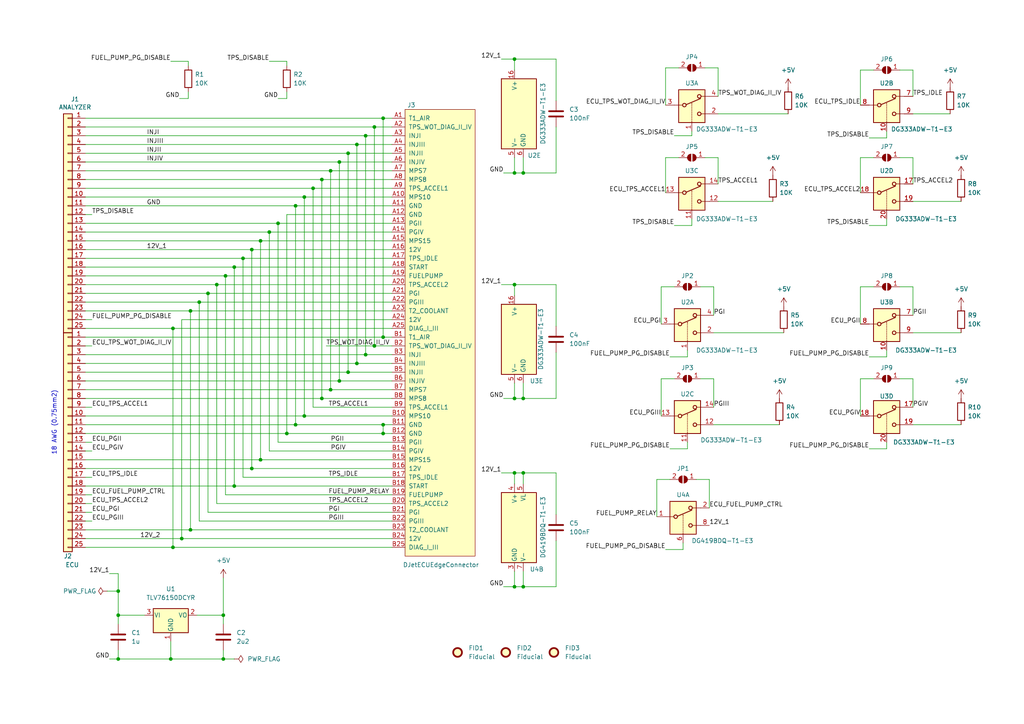
<source format=kicad_sch>
(kicad_sch (version 20211123) (generator eeschema)

  (uuid ddea8f9a-d03f-4d99-a896-417c4741b07d)

  (paper "A4")

  (title_block
    (title "Male ECU Connector for D-Jetronic")
    (date "2023-11-11")
    (rev "V1.1")
    (company "djetronic.org")
  )

  (lib_symbols
    (symbol "Analog_Switch:DG419xY" (pin_names (offset 0.254)) (in_bom yes) (on_board yes)
      (property "Reference" "U" (id 0) (at -3.175 4.699 0)
        (effects (font (size 1.27 1.27)) (justify left))
      )
      (property "Value" "DG419xY" (id 1) (at -3.175 2.921 0)
        (effects (font (size 1.27 1.27)) (justify left))
      )
      (property "Footprint" "Package_SO:SOIC-8_3.9x4.9mm_P1.27mm" (id 2) (at 0 -7.62 0)
        (effects (font (size 1.27 1.27)) hide)
      )
      (property "Datasheet" "https://datasheets.maximintegrated.com/en/ds/DG417-DG419.pdf" (id 3) (at 0 0 0)
        (effects (font (size 1.27 1.27)) hide)
      )
      (property "ki_keywords" "CMOS Analog Switch" (id 4) (at 0 0 0)
        (effects (font (size 1.27 1.27)) hide)
      )
      (property "ki_description" "Single SPDT Monolithic CMOS Analog Switch, 20Ohm Ron, SOIC-8" (id 5) (at 0 0 0)
        (effects (font (size 1.27 1.27)) hide)
      )
      (property "ki_fp_filters" "SOIC*3.9x4.9mm*P1.27mm*" (id 6) (at 0 0 0)
        (effects (font (size 1.27 1.27)) hide)
      )
      (symbol "DG419xY_1_1"
        (rectangle (start -3.81 1.905) (end 3.81 -7.62)
          (stroke (width 0.254) (type default) (color 0 0 0 0))
          (fill (type background))
        )
        (circle (center -2.159 -2.54) (radius 0.508)
          (stroke (width 0.254) (type default) (color 0 0 0 0))
          (fill (type none))
        )
        (polyline
          (pts
            (xy -5.08 -2.54)
            (xy -2.794 -2.54)
          )
          (stroke (width 0) (type default) (color 0 0 0 0))
          (fill (type none))
        )
        (polyline
          (pts
            (xy -1.651 -2.413)
            (xy 2.54 -0.635)
          )
          (stroke (width 0.254) (type default) (color 0 0 0 0))
          (fill (type none))
        )
        (polyline
          (pts
            (xy 0 -7.62)
            (xy 0 -7.112)
          )
          (stroke (width 0) (type default) (color 0 0 0 0))
          (fill (type none))
        )
        (polyline
          (pts
            (xy 0 -6.858)
            (xy 0 -6.604)
          )
          (stroke (width 0) (type default) (color 0 0 0 0))
          (fill (type none))
        )
        (polyline
          (pts
            (xy 0 -6.35)
            (xy 0 -6.096)
          )
          (stroke (width 0) (type default) (color 0 0 0 0))
          (fill (type none))
        )
        (polyline
          (pts
            (xy 0 -5.842)
            (xy 0 -5.588)
          )
          (stroke (width 0) (type default) (color 0 0 0 0))
          (fill (type none))
        )
        (polyline
          (pts
            (xy 0 -5.334)
            (xy 0 -5.08)
          )
          (stroke (width 0) (type default) (color 0 0 0 0))
          (fill (type none))
        )
        (polyline
          (pts
            (xy 0 -4.826)
            (xy 0 -4.572)
          )
          (stroke (width 0) (type default) (color 0 0 0 0))
          (fill (type none))
        )
        (polyline
          (pts
            (xy 0 -4.318)
            (xy 0 -4.064)
          )
          (stroke (width 0) (type default) (color 0 0 0 0))
          (fill (type none))
        )
        (polyline
          (pts
            (xy 0 -3.81)
            (xy 0 -3.556)
          )
          (stroke (width 0) (type default) (color 0 0 0 0))
          (fill (type none))
        )
        (polyline
          (pts
            (xy 0 -3.302)
            (xy 0 -3.048)
          )
          (stroke (width 0) (type default) (color 0 0 0 0))
          (fill (type none))
        )
        (polyline
          (pts
            (xy 0 -2.794)
            (xy 0 -2.54)
          )
          (stroke (width 0) (type default) (color 0 0 0 0))
          (fill (type none))
        )
        (polyline
          (pts
            (xy 0 -2.286)
            (xy 0 -2.032)
          )
          (stroke (width 0) (type default) (color 0 0 0 0))
          (fill (type none))
        )
        (polyline
          (pts
            (xy 0 -2.286)
            (xy 0 -2.032)
          )
          (stroke (width 0) (type default) (color 0 0 0 0))
          (fill (type none))
        )
        (polyline
          (pts
            (xy 5.08 -5.08)
            (xy 2.794 -5.08)
          )
          (stroke (width 0) (type default) (color 0 0 0 0))
          (fill (type none))
        )
        (polyline
          (pts
            (xy 5.08 0)
            (xy 2.794 0)
          )
          (stroke (width 0) (type default) (color 0 0 0 0))
          (fill (type none))
        )
        (circle (center 2.159 -5.08) (radius 0.508)
          (stroke (width 0.254) (type default) (color 0 0 0 0))
          (fill (type none))
        )
        (circle (center 2.159 0) (radius 0.508)
          (stroke (width 0.254) (type default) (color 0 0 0 0))
          (fill (type none))
        )
        (pin passive line (at -7.62 -2.54 0) (length 2.54)
          (name "~" (effects (font (size 1.27 1.27))))
          (number "1" (effects (font (size 1.27 1.27))))
        )
        (pin passive line (at 7.62 0 180) (length 2.54)
          (name "~" (effects (font (size 1.27 1.27))))
          (number "2" (effects (font (size 1.27 1.27))))
        )
        (pin input line (at 0 -10.16 90) (length 2.54)
          (name "~" (effects (font (size 1.27 1.27))))
          (number "6" (effects (font (size 1.27 1.27))))
        )
        (pin passive line (at 7.62 -5.08 180) (length 2.54)
          (name "~" (effects (font (size 1.27 1.27))))
          (number "8" (effects (font (size 1.27 1.27))))
        )
      )
      (symbol "DG419xY_2_0"
        (pin power_in line (at 0 -12.7 90) (length 2.54)
          (name "GND" (effects (font (size 1.27 1.27))))
          (number "3" (effects (font (size 1.27 1.27))))
        )
        (pin power_in line (at 0 12.7 270) (length 2.54)
          (name "V+" (effects (font (size 1.27 1.27))))
          (number "4" (effects (font (size 1.27 1.27))))
        )
        (pin power_in line (at 2.54 12.7 270) (length 2.54)
          (name "VL" (effects (font (size 1.27 1.27))))
          (number "5" (effects (font (size 1.27 1.27))))
        )
        (pin power_in line (at 2.54 -12.7 90) (length 2.54)
          (name "V-" (effects (font (size 1.27 1.27))))
          (number "7" (effects (font (size 1.27 1.27))))
        )
      )
      (symbol "DG419xY_2_1"
        (rectangle (start -3.81 10.16) (end 6.35 -10.16)
          (stroke (width 0.254) (type default) (color 0 0 0 0))
          (fill (type background))
        )
      )
    )
    (symbol "Analog_Switch:MAX333A" (in_bom yes) (on_board yes)
      (property "Reference" "U" (id 0) (at -3.175 5.334 0)
        (effects (font (size 1.27 1.27)) (justify left))
      )
      (property "Value" "MAX333A" (id 1) (at -3.175 3.556 0)
        (effects (font (size 1.27 1.27)) (justify left))
      )
      (property "Footprint" "" (id 2) (at 0 0 0)
        (effects (font (size 1.27 1.27)) hide)
      )
      (property "Datasheet" "https://datasheets.maximintegrated.com/en/ds/MAX333A.pdf" (id 3) (at 0 0 0)
        (effects (font (size 1.27 1.27)) hide)
      )
      (property "ki_keywords" "CMOS Analog Switch" (id 4) (at 0 0 0)
        (effects (font (size 1.27 1.27)) hide)
      )
      (property "ki_description" "Quad SPDT CMOS Analog Switch, 17Ohm Ron, DIP-20/SOIC-20/SSOP-20/TSSOP-20" (id 5) (at 0 0 0)
        (effects (font (size 1.27 1.27)) hide)
      )
      (property "ki_fp_filters" "TSSOP*4.4x6.5mm*P0.65mm* SSOP*5.3x7.2mm*P0.65mm* SOIC*7.5x10.3mm*P1.27mm* DIP*W7.62mm* SOIC*7.5x12.8mm*P1.27mm*" (id 6) (at 0 0 0)
        (effects (font (size 1.27 1.27)) hide)
      )
      (symbol "MAX333A_1_1"
        (rectangle (start -3.81 1.905) (end 3.81 -7.62)
          (stroke (width 0.254) (type default) (color 0 0 0 0))
          (fill (type background))
        )
        (circle (center -2.159 -2.54) (radius 0.508)
          (stroke (width 0.254) (type default) (color 0 0 0 0))
          (fill (type none))
        )
        (polyline
          (pts
            (xy -5.08 -2.54)
            (xy -2.794 -2.54)
          )
          (stroke (width 0) (type default) (color 0 0 0 0))
          (fill (type none))
        )
        (polyline
          (pts
            (xy -1.651 -2.413)
            (xy 2.54 -0.635)
          )
          (stroke (width 0.254) (type default) (color 0 0 0 0))
          (fill (type none))
        )
        (polyline
          (pts
            (xy 0 -7.62)
            (xy 0 -7.112)
          )
          (stroke (width 0) (type default) (color 0 0 0 0))
          (fill (type none))
        )
        (polyline
          (pts
            (xy 0 -6.858)
            (xy 0 -6.604)
          )
          (stroke (width 0) (type default) (color 0 0 0 0))
          (fill (type none))
        )
        (polyline
          (pts
            (xy 0 -6.35)
            (xy 0 -6.096)
          )
          (stroke (width 0) (type default) (color 0 0 0 0))
          (fill (type none))
        )
        (polyline
          (pts
            (xy 0 -5.842)
            (xy 0 -5.588)
          )
          (stroke (width 0) (type default) (color 0 0 0 0))
          (fill (type none))
        )
        (polyline
          (pts
            (xy 0 -5.334)
            (xy 0 -5.08)
          )
          (stroke (width 0) (type default) (color 0 0 0 0))
          (fill (type none))
        )
        (polyline
          (pts
            (xy 0 -4.826)
            (xy 0 -4.572)
          )
          (stroke (width 0) (type default) (color 0 0 0 0))
          (fill (type none))
        )
        (polyline
          (pts
            (xy 0 -4.318)
            (xy 0 -4.064)
          )
          (stroke (width 0) (type default) (color 0 0 0 0))
          (fill (type none))
        )
        (polyline
          (pts
            (xy 0 -3.81)
            (xy 0 -3.556)
          )
          (stroke (width 0) (type default) (color 0 0 0 0))
          (fill (type none))
        )
        (polyline
          (pts
            (xy 0 -3.302)
            (xy 0 -3.048)
          )
          (stroke (width 0) (type default) (color 0 0 0 0))
          (fill (type none))
        )
        (polyline
          (pts
            (xy 0 -2.794)
            (xy 0 -2.54)
          )
          (stroke (width 0) (type default) (color 0 0 0 0))
          (fill (type none))
        )
        (polyline
          (pts
            (xy 0 -2.286)
            (xy 0 -2.032)
          )
          (stroke (width 0) (type default) (color 0 0 0 0))
          (fill (type none))
        )
        (polyline
          (pts
            (xy 0 -2.286)
            (xy 0 -2.032)
          )
          (stroke (width 0) (type default) (color 0 0 0 0))
          (fill (type none))
        )
        (polyline
          (pts
            (xy 5.08 -5.08)
            (xy 2.794 -5.08)
          )
          (stroke (width 0) (type default) (color 0 0 0 0))
          (fill (type none))
        )
        (polyline
          (pts
            (xy 5.08 0)
            (xy 2.794 0)
          )
          (stroke (width 0) (type default) (color 0 0 0 0))
          (fill (type none))
        )
        (circle (center 2.159 -5.08) (radius 0.508)
          (stroke (width 0.254) (type default) (color 0 0 0 0))
          (fill (type none))
        )
        (circle (center 2.159 0) (radius 0.508)
          (stroke (width 0.254) (type default) (color 0 0 0 0))
          (fill (type none))
        )
        (pin input line (at 0 -10.16 90) (length 2.54)
          (name "~" (effects (font (size 1.27 1.27))))
          (number "1" (effects (font (size 1.27 1.27))))
        )
        (pin passive line (at 7.62 -5.08 180) (length 2.54)
          (name "~" (effects (font (size 1.27 1.27))))
          (number "2" (effects (font (size 1.27 1.27))))
        )
        (pin passive line (at -7.62 -2.54 0) (length 2.54)
          (name "~" (effects (font (size 1.27 1.27))))
          (number "3" (effects (font (size 1.27 1.27))))
        )
        (pin passive line (at 7.62 0 180) (length 2.54)
          (name "~" (effects (font (size 1.27 1.27))))
          (number "4" (effects (font (size 1.27 1.27))))
        )
      )
      (symbol "MAX333A_2_1"
        (rectangle (start -3.81 1.905) (end 3.81 -7.62)
          (stroke (width 0.254) (type default) (color 0 0 0 0))
          (fill (type background))
        )
        (circle (center -2.159 -2.54) (radius 0.508)
          (stroke (width 0.254) (type default) (color 0 0 0 0))
          (fill (type none))
        )
        (polyline
          (pts
            (xy -5.08 -2.54)
            (xy -2.794 -2.54)
          )
          (stroke (width 0) (type default) (color 0 0 0 0))
          (fill (type none))
        )
        (polyline
          (pts
            (xy -1.651 -2.413)
            (xy 2.54 -0.635)
          )
          (stroke (width 0.254) (type default) (color 0 0 0 0))
          (fill (type none))
        )
        (polyline
          (pts
            (xy 0 -7.62)
            (xy 0 -7.112)
          )
          (stroke (width 0) (type default) (color 0 0 0 0))
          (fill (type none))
        )
        (polyline
          (pts
            (xy 0 -6.858)
            (xy 0 -6.604)
          )
          (stroke (width 0) (type default) (color 0 0 0 0))
          (fill (type none))
        )
        (polyline
          (pts
            (xy 0 -6.35)
            (xy 0 -6.096)
          )
          (stroke (width 0) (type default) (color 0 0 0 0))
          (fill (type none))
        )
        (polyline
          (pts
            (xy 0 -5.842)
            (xy 0 -5.588)
          )
          (stroke (width 0) (type default) (color 0 0 0 0))
          (fill (type none))
        )
        (polyline
          (pts
            (xy 0 -5.334)
            (xy 0 -5.08)
          )
          (stroke (width 0) (type default) (color 0 0 0 0))
          (fill (type none))
        )
        (polyline
          (pts
            (xy 0 -4.826)
            (xy 0 -4.572)
          )
          (stroke (width 0) (type default) (color 0 0 0 0))
          (fill (type none))
        )
        (polyline
          (pts
            (xy 0 -4.318)
            (xy 0 -4.064)
          )
          (stroke (width 0) (type default) (color 0 0 0 0))
          (fill (type none))
        )
        (polyline
          (pts
            (xy 0 -3.81)
            (xy 0 -3.556)
          )
          (stroke (width 0) (type default) (color 0 0 0 0))
          (fill (type none))
        )
        (polyline
          (pts
            (xy 0 -3.302)
            (xy 0 -3.048)
          )
          (stroke (width 0) (type default) (color 0 0 0 0))
          (fill (type none))
        )
        (polyline
          (pts
            (xy 0 -2.794)
            (xy 0 -2.54)
          )
          (stroke (width 0) (type default) (color 0 0 0 0))
          (fill (type none))
        )
        (polyline
          (pts
            (xy 0 -2.286)
            (xy 0 -2.032)
          )
          (stroke (width 0) (type default) (color 0 0 0 0))
          (fill (type none))
        )
        (polyline
          (pts
            (xy 0 -2.286)
            (xy 0 -2.032)
          )
          (stroke (width 0) (type default) (color 0 0 0 0))
          (fill (type none))
        )
        (polyline
          (pts
            (xy 5.08 -5.08)
            (xy 2.794 -5.08)
          )
          (stroke (width 0) (type default) (color 0 0 0 0))
          (fill (type none))
        )
        (polyline
          (pts
            (xy 5.08 0)
            (xy 2.794 0)
          )
          (stroke (width 0) (type default) (color 0 0 0 0))
          (fill (type none))
        )
        (circle (center 2.159 -5.08) (radius 0.508)
          (stroke (width 0.254) (type default) (color 0 0 0 0))
          (fill (type none))
        )
        (circle (center 2.159 0) (radius 0.508)
          (stroke (width 0.254) (type default) (color 0 0 0 0))
          (fill (type none))
        )
        (pin input line (at 0 -10.16 90) (length 2.54)
          (name "~" (effects (font (size 1.27 1.27))))
          (number "10" (effects (font (size 1.27 1.27))))
        )
        (pin passive line (at 7.62 0 180) (length 2.54)
          (name "~" (effects (font (size 1.27 1.27))))
          (number "7" (effects (font (size 1.27 1.27))))
        )
        (pin passive line (at -7.62 -2.54 0) (length 2.54)
          (name "~" (effects (font (size 1.27 1.27))))
          (number "8" (effects (font (size 1.27 1.27))))
        )
        (pin passive line (at 7.62 -5.08 180) (length 2.54)
          (name "~" (effects (font (size 1.27 1.27))))
          (number "9" (effects (font (size 1.27 1.27))))
        )
      )
      (symbol "MAX333A_3_1"
        (rectangle (start -3.81 1.905) (end 3.81 -7.62)
          (stroke (width 0.254) (type default) (color 0 0 0 0))
          (fill (type background))
        )
        (circle (center -2.159 -2.54) (radius 0.508)
          (stroke (width 0.254) (type default) (color 0 0 0 0))
          (fill (type none))
        )
        (polyline
          (pts
            (xy -5.08 -2.54)
            (xy -2.794 -2.54)
          )
          (stroke (width 0) (type default) (color 0 0 0 0))
          (fill (type none))
        )
        (polyline
          (pts
            (xy -1.651 -2.413)
            (xy 2.54 -0.635)
          )
          (stroke (width 0.254) (type default) (color 0 0 0 0))
          (fill (type none))
        )
        (polyline
          (pts
            (xy 0 -7.62)
            (xy 0 -7.112)
          )
          (stroke (width 0) (type default) (color 0 0 0 0))
          (fill (type none))
        )
        (polyline
          (pts
            (xy 0 -6.858)
            (xy 0 -6.604)
          )
          (stroke (width 0) (type default) (color 0 0 0 0))
          (fill (type none))
        )
        (polyline
          (pts
            (xy 0 -6.35)
            (xy 0 -6.096)
          )
          (stroke (width 0) (type default) (color 0 0 0 0))
          (fill (type none))
        )
        (polyline
          (pts
            (xy 0 -5.842)
            (xy 0 -5.588)
          )
          (stroke (width 0) (type default) (color 0 0 0 0))
          (fill (type none))
        )
        (polyline
          (pts
            (xy 0 -5.334)
            (xy 0 -5.08)
          )
          (stroke (width 0) (type default) (color 0 0 0 0))
          (fill (type none))
        )
        (polyline
          (pts
            (xy 0 -4.826)
            (xy 0 -4.572)
          )
          (stroke (width 0) (type default) (color 0 0 0 0))
          (fill (type none))
        )
        (polyline
          (pts
            (xy 0 -4.318)
            (xy 0 -4.064)
          )
          (stroke (width 0) (type default) (color 0 0 0 0))
          (fill (type none))
        )
        (polyline
          (pts
            (xy 0 -3.81)
            (xy 0 -3.556)
          )
          (stroke (width 0) (type default) (color 0 0 0 0))
          (fill (type none))
        )
        (polyline
          (pts
            (xy 0 -3.302)
            (xy 0 -3.048)
          )
          (stroke (width 0) (type default) (color 0 0 0 0))
          (fill (type none))
        )
        (polyline
          (pts
            (xy 0 -2.794)
            (xy 0 -2.54)
          )
          (stroke (width 0) (type default) (color 0 0 0 0))
          (fill (type none))
        )
        (polyline
          (pts
            (xy 0 -2.286)
            (xy 0 -2.032)
          )
          (stroke (width 0) (type default) (color 0 0 0 0))
          (fill (type none))
        )
        (polyline
          (pts
            (xy 0 -2.286)
            (xy 0 -2.032)
          )
          (stroke (width 0) (type default) (color 0 0 0 0))
          (fill (type none))
        )
        (polyline
          (pts
            (xy 5.08 -5.08)
            (xy 2.794 -5.08)
          )
          (stroke (width 0) (type default) (color 0 0 0 0))
          (fill (type none))
        )
        (polyline
          (pts
            (xy 5.08 0)
            (xy 2.794 0)
          )
          (stroke (width 0) (type default) (color 0 0 0 0))
          (fill (type none))
        )
        (circle (center 2.159 -5.08) (radius 0.508)
          (stroke (width 0.254) (type default) (color 0 0 0 0))
          (fill (type none))
        )
        (circle (center 2.159 0) (radius 0.508)
          (stroke (width 0.254) (type default) (color 0 0 0 0))
          (fill (type none))
        )
        (pin input line (at 0 -10.16 90) (length 2.54)
          (name "~" (effects (font (size 1.27 1.27))))
          (number "11" (effects (font (size 1.27 1.27))))
        )
        (pin passive line (at 7.62 -5.08 180) (length 2.54)
          (name "~" (effects (font (size 1.27 1.27))))
          (number "12" (effects (font (size 1.27 1.27))))
        )
        (pin passive line (at -7.62 -2.54 0) (length 2.54)
          (name "~" (effects (font (size 1.27 1.27))))
          (number "13" (effects (font (size 1.27 1.27))))
        )
        (pin passive line (at 7.62 0 180) (length 2.54)
          (name "~" (effects (font (size 1.27 1.27))))
          (number "14" (effects (font (size 1.27 1.27))))
        )
      )
      (symbol "MAX333A_4_1"
        (rectangle (start -3.81 1.905) (end 3.81 -7.62)
          (stroke (width 0.254) (type default) (color 0 0 0 0))
          (fill (type background))
        )
        (circle (center -2.159 -2.54) (radius 0.508)
          (stroke (width 0.254) (type default) (color 0 0 0 0))
          (fill (type none))
        )
        (polyline
          (pts
            (xy -5.08 -2.54)
            (xy -2.794 -2.54)
          )
          (stroke (width 0) (type default) (color 0 0 0 0))
          (fill (type none))
        )
        (polyline
          (pts
            (xy -1.651 -2.413)
            (xy 2.54 -0.635)
          )
          (stroke (width 0.254) (type default) (color 0 0 0 0))
          (fill (type none))
        )
        (polyline
          (pts
            (xy 0 -7.62)
            (xy 0 -7.112)
          )
          (stroke (width 0) (type default) (color 0 0 0 0))
          (fill (type none))
        )
        (polyline
          (pts
            (xy 0 -6.858)
            (xy 0 -6.604)
          )
          (stroke (width 0) (type default) (color 0 0 0 0))
          (fill (type none))
        )
        (polyline
          (pts
            (xy 0 -6.35)
            (xy 0 -6.096)
          )
          (stroke (width 0) (type default) (color 0 0 0 0))
          (fill (type none))
        )
        (polyline
          (pts
            (xy 0 -5.842)
            (xy 0 -5.588)
          )
          (stroke (width 0) (type default) (color 0 0 0 0))
          (fill (type none))
        )
        (polyline
          (pts
            (xy 0 -5.334)
            (xy 0 -5.08)
          )
          (stroke (width 0) (type default) (color 0 0 0 0))
          (fill (type none))
        )
        (polyline
          (pts
            (xy 0 -4.826)
            (xy 0 -4.572)
          )
          (stroke (width 0) (type default) (color 0 0 0 0))
          (fill (type none))
        )
        (polyline
          (pts
            (xy 0 -4.318)
            (xy 0 -4.064)
          )
          (stroke (width 0) (type default) (color 0 0 0 0))
          (fill (type none))
        )
        (polyline
          (pts
            (xy 0 -3.81)
            (xy 0 -3.556)
          )
          (stroke (width 0) (type default) (color 0 0 0 0))
          (fill (type none))
        )
        (polyline
          (pts
            (xy 0 -3.302)
            (xy 0 -3.048)
          )
          (stroke (width 0) (type default) (color 0 0 0 0))
          (fill (type none))
        )
        (polyline
          (pts
            (xy 0 -2.794)
            (xy 0 -2.54)
          )
          (stroke (width 0) (type default) (color 0 0 0 0))
          (fill (type none))
        )
        (polyline
          (pts
            (xy 0 -2.286)
            (xy 0 -2.032)
          )
          (stroke (width 0) (type default) (color 0 0 0 0))
          (fill (type none))
        )
        (polyline
          (pts
            (xy 0 -2.286)
            (xy 0 -2.032)
          )
          (stroke (width 0) (type default) (color 0 0 0 0))
          (fill (type none))
        )
        (polyline
          (pts
            (xy 5.08 -5.08)
            (xy 2.794 -5.08)
          )
          (stroke (width 0) (type default) (color 0 0 0 0))
          (fill (type none))
        )
        (polyline
          (pts
            (xy 5.08 0)
            (xy 2.794 0)
          )
          (stroke (width 0) (type default) (color 0 0 0 0))
          (fill (type none))
        )
        (circle (center 2.159 -5.08) (radius 0.508)
          (stroke (width 0.254) (type default) (color 0 0 0 0))
          (fill (type none))
        )
        (circle (center 2.159 0) (radius 0.508)
          (stroke (width 0.254) (type default) (color 0 0 0 0))
          (fill (type none))
        )
        (pin passive line (at 7.62 0 180) (length 2.54)
          (name "~" (effects (font (size 1.27 1.27))))
          (number "17" (effects (font (size 1.27 1.27))))
        )
        (pin passive line (at -7.62 -2.54 0) (length 2.54)
          (name "~" (effects (font (size 1.27 1.27))))
          (number "18" (effects (font (size 1.27 1.27))))
        )
        (pin passive line (at 7.62 -5.08 180) (length 2.54)
          (name "~" (effects (font (size 1.27 1.27))))
          (number "19" (effects (font (size 1.27 1.27))))
        )
        (pin input line (at 0 -10.16 90) (length 2.54)
          (name "~" (effects (font (size 1.27 1.27))))
          (number "20" (effects (font (size 1.27 1.27))))
        )
      )
      (symbol "MAX333A_5_0"
        (pin no_connect line (at 2.54 10.16 270) (length 2.54) hide
          (name "NC" (effects (font (size 1.27 1.27))))
          (number "15" (effects (font (size 1.27 1.27))))
        )
        (pin power_in line (at 0 12.7 270) (length 2.54)
          (name "V+" (effects (font (size 1.27 1.27))))
          (number "16" (effects (font (size 1.27 1.27))))
        )
        (pin power_in line (at 0 -12.7 90) (length 2.54)
          (name "V-" (effects (font (size 1.27 1.27))))
          (number "5" (effects (font (size 1.27 1.27))))
        )
        (pin power_in line (at 2.54 -12.7 90) (length 2.54)
          (name "GND" (effects (font (size 1.27 1.27))))
          (number "6" (effects (font (size 1.27 1.27))))
        )
      )
      (symbol "MAX333A_5_1"
        (rectangle (start -3.81 10.16) (end 6.35 -10.16)
          (stroke (width 0.254) (type default) (color 0 0 0 0))
          (fill (type background))
        )
      )
    )
    (symbol "BritishIdeas:DJetECUEdgeConnector" (pin_names (offset 1.016)) (in_bom yes) (on_board yes)
      (property "Reference" "J" (id 0) (at -22.86 -64.77 0)
        (effects (font (size 1.27 1.27)))
      )
      (property "Value" "DJetECUEdgeConnector" (id 1) (at -12.7 68.58 0)
        (effects (font (size 1.27 1.27)))
      )
      (property "Footprint" "" (id 2) (at 0 0 0)
        (effects (font (size 1.27 1.27)) hide)
      )
      (property "Datasheet" "" (id 3) (at 0 0 0)
        (effects (font (size 1.27 1.27)) hide)
      )
      (symbol "DJetECUEdgeConnector_0_1"
        (rectangle (start -3.81 -63.5) (end -24.13 66.04)
          (stroke (width 0) (type default) (color 0 0 0 0))
          (fill (type background))
        )
      )
      (symbol "DJetECUEdgeConnector_1_1"
        (pin input line (at 0 63.5 180) (length 3.81)
          (name "T1_AIR" (effects (font (size 1.27 1.27))))
          (number "A1" (effects (font (size 1.27 1.27))))
        )
        (pin passive line (at 0 40.64 180) (length 3.81)
          (name "MPS10" (effects (font (size 1.27 1.27))))
          (number "A10" (effects (font (size 1.27 1.27))))
        )
        (pin power_in line (at 0 38.1 180) (length 3.81)
          (name "GND" (effects (font (size 1.27 1.27))))
          (number "A11" (effects (font (size 1.27 1.27))))
        )
        (pin power_in line (at 0 35.56 180) (length 3.81)
          (name "GND" (effects (font (size 1.27 1.27))))
          (number "A12" (effects (font (size 1.27 1.27))))
        )
        (pin input line (at 0 33.02 180) (length 3.81)
          (name "PGII" (effects (font (size 1.27 1.27))))
          (number "A13" (effects (font (size 1.27 1.27))))
        )
        (pin input line (at 0 30.48 180) (length 3.81)
          (name "PGIV" (effects (font (size 1.27 1.27))))
          (number "A14" (effects (font (size 1.27 1.27))))
        )
        (pin passive line (at 0 27.94 180) (length 3.81)
          (name "MPS15" (effects (font (size 1.27 1.27))))
          (number "A15" (effects (font (size 1.27 1.27))))
        )
        (pin power_in line (at 0 25.4 180) (length 3.81)
          (name "12V" (effects (font (size 1.27 1.27))))
          (number "A16" (effects (font (size 1.27 1.27))))
        )
        (pin input line (at 0 22.86 180) (length 3.81)
          (name "TPS_IDLE" (effects (font (size 1.27 1.27))))
          (number "A17" (effects (font (size 1.27 1.27))))
        )
        (pin input line (at 0 20.32 180) (length 3.81)
          (name "START" (effects (font (size 1.27 1.27))))
          (number "A18" (effects (font (size 1.27 1.27))))
        )
        (pin output line (at 0 17.78 180) (length 3.81)
          (name "FUELPUMP" (effects (font (size 1.27 1.27))))
          (number "A19" (effects (font (size 1.27 1.27))))
        )
        (pin bidirectional line (at 0 60.96 180) (length 3.81)
          (name "TPS_WOT_DIAG_II_IV" (effects (font (size 1.27 1.27))))
          (number "A2" (effects (font (size 1.27 1.27))))
        )
        (pin input line (at 0 15.24 180) (length 3.81)
          (name "TPS_ACCEL2" (effects (font (size 1.27 1.27))))
          (number "A20" (effects (font (size 1.27 1.27))))
        )
        (pin input line (at 0 12.7 180) (length 3.81)
          (name "PGI" (effects (font (size 1.27 1.27))))
          (number "A21" (effects (font (size 1.27 1.27))))
        )
        (pin input line (at 0 10.16 180) (length 3.81)
          (name "PGIII" (effects (font (size 1.27 1.27))))
          (number "A22" (effects (font (size 1.27 1.27))))
        )
        (pin input line (at 0 7.62 180) (length 3.81)
          (name "T2_COOLANT" (effects (font (size 1.27 1.27))))
          (number "A23" (effects (font (size 1.27 1.27))))
        )
        (pin power_in line (at 0 5.08 180) (length 3.81)
          (name "12V" (effects (font (size 1.27 1.27))))
          (number "A24" (effects (font (size 1.27 1.27))))
        )
        (pin output line (at 0 2.54 180) (length 3.81)
          (name "DIAG_I_III" (effects (font (size 1.27 1.27))))
          (number "A25" (effects (font (size 1.27 1.27))))
        )
        (pin output line (at 0 58.42 180) (length 3.81)
          (name "INJI" (effects (font (size 1.27 1.27))))
          (number "A3" (effects (font (size 1.27 1.27))))
        )
        (pin output line (at 0 55.88 180) (length 3.81)
          (name "INJIII" (effects (font (size 1.27 1.27))))
          (number "A4" (effects (font (size 1.27 1.27))))
        )
        (pin output line (at 0 53.34 180) (length 3.81)
          (name "INJII" (effects (font (size 1.27 1.27))))
          (number "A5" (effects (font (size 1.27 1.27))))
        )
        (pin output line (at 0 50.8 180) (length 3.81)
          (name "INJIV" (effects (font (size 1.27 1.27))))
          (number "A6" (effects (font (size 1.27 1.27))))
        )
        (pin passive line (at 0 48.26 180) (length 3.81)
          (name "MPS7" (effects (font (size 1.27 1.27))))
          (number "A7" (effects (font (size 1.27 1.27))))
        )
        (pin passive line (at 0 45.72 180) (length 3.81)
          (name "MPS8" (effects (font (size 1.27 1.27))))
          (number "A8" (effects (font (size 1.27 1.27))))
        )
        (pin input line (at 0 43.18 180) (length 3.81)
          (name "TPS_ACCEL1" (effects (font (size 1.27 1.27))))
          (number "A9" (effects (font (size 1.27 1.27))))
        )
        (pin input line (at 0 0 180) (length 3.81)
          (name "T1_AIR" (effects (font (size 1.27 1.27))))
          (number "B1" (effects (font (size 1.27 1.27))))
        )
        (pin passive line (at 0 -22.86 180) (length 3.81)
          (name "MPS10" (effects (font (size 1.27 1.27))))
          (number "B10" (effects (font (size 1.27 1.27))))
        )
        (pin power_in line (at 0 -25.4 180) (length 3.81)
          (name "GND" (effects (font (size 1.27 1.27))))
          (number "B11" (effects (font (size 1.27 1.27))))
        )
        (pin power_in line (at 0 -27.94 180) (length 3.81)
          (name "GND" (effects (font (size 1.27 1.27))))
          (number "B12" (effects (font (size 1.27 1.27))))
        )
        (pin input line (at 0 -30.48 180) (length 3.81)
          (name "PGII" (effects (font (size 1.27 1.27))))
          (number "B13" (effects (font (size 1.27 1.27))))
        )
        (pin input line (at 0 -33.02 180) (length 3.81)
          (name "PGIV" (effects (font (size 1.27 1.27))))
          (number "B14" (effects (font (size 1.27 1.27))))
        )
        (pin passive line (at 0 -35.56 180) (length 3.81)
          (name "MPS15" (effects (font (size 1.27 1.27))))
          (number "B15" (effects (font (size 1.27 1.27))))
        )
        (pin power_in line (at 0 -38.1 180) (length 3.81)
          (name "12V" (effects (font (size 1.27 1.27))))
          (number "B16" (effects (font (size 1.27 1.27))))
        )
        (pin input line (at 0 -40.64 180) (length 3.81)
          (name "TPS_IDLE" (effects (font (size 1.27 1.27))))
          (number "B17" (effects (font (size 1.27 1.27))))
        )
        (pin input line (at 0 -43.18 180) (length 3.81)
          (name "START" (effects (font (size 1.27 1.27))))
          (number "B18" (effects (font (size 1.27 1.27))))
        )
        (pin passive line (at 0 -45.72 180) (length 3.81)
          (name "FUELPUMP" (effects (font (size 1.27 1.27))))
          (number "B19" (effects (font (size 1.27 1.27))))
        )
        (pin bidirectional line (at 0 -2.54 180) (length 3.81)
          (name "TPS_WOT_DIAG_II_IV" (effects (font (size 1.27 1.27))))
          (number "B2" (effects (font (size 1.27 1.27))))
        )
        (pin input line (at 0 -48.26 180) (length 3.81)
          (name "TPS_ACCEL2" (effects (font (size 1.27 1.27))))
          (number "B20" (effects (font (size 1.27 1.27))))
        )
        (pin input line (at 0 -50.8 180) (length 3.81)
          (name "PGI" (effects (font (size 1.27 1.27))))
          (number "B21" (effects (font (size 1.27 1.27))))
        )
        (pin input line (at 0 -53.34 180) (length 3.81)
          (name "PGIII" (effects (font (size 1.27 1.27))))
          (number "B22" (effects (font (size 1.27 1.27))))
        )
        (pin input line (at 0 -55.88 180) (length 3.81)
          (name "T2_COOLANT" (effects (font (size 1.27 1.27))))
          (number "B23" (effects (font (size 1.27 1.27))))
        )
        (pin power_in line (at 0 -58.42 180) (length 3.81)
          (name "12V" (effects (font (size 1.27 1.27))))
          (number "B24" (effects (font (size 1.27 1.27))))
        )
        (pin passive line (at 0 -60.96 180) (length 3.81)
          (name "DIAG_I_III" (effects (font (size 1.27 1.27))))
          (number "B25" (effects (font (size 1.27 1.27))))
        )
        (pin passive line (at 0 -5.08 180) (length 3.81)
          (name "INJI" (effects (font (size 1.27 1.27))))
          (number "B3" (effects (font (size 1.27 1.27))))
        )
        (pin passive line (at 0 -7.62 180) (length 3.81)
          (name "INJIII" (effects (font (size 1.27 1.27))))
          (number "B4" (effects (font (size 1.27 1.27))))
        )
        (pin passive line (at 0 -10.16 180) (length 3.81)
          (name "INJII" (effects (font (size 1.27 1.27))))
          (number "B5" (effects (font (size 1.27 1.27))))
        )
        (pin passive line (at 0 -12.7 180) (length 3.81)
          (name "INJIV" (effects (font (size 1.27 1.27))))
          (number "B6" (effects (font (size 1.27 1.27))))
        )
        (pin passive line (at 0 -15.24 180) (length 3.81)
          (name "MPS7" (effects (font (size 1.27 1.27))))
          (number "B7" (effects (font (size 1.27 1.27))))
        )
        (pin passive line (at 0 -17.78 180) (length 3.81)
          (name "MPS8" (effects (font (size 1.27 1.27))))
          (number "B8" (effects (font (size 1.27 1.27))))
        )
        (pin input line (at 0 -20.32 180) (length 3.81)
          (name "TPS_ACCEL1" (effects (font (size 1.27 1.27))))
          (number "B9" (effects (font (size 1.27 1.27))))
        )
      )
    )
    (symbol "Connector_Generic:Conn_01x25" (pin_names (offset 1.016) hide) (in_bom yes) (on_board yes)
      (property "Reference" "J" (id 0) (at 0 33.02 0)
        (effects (font (size 1.27 1.27)))
      )
      (property "Value" "Conn_01x25" (id 1) (at 0 -33.02 0)
        (effects (font (size 1.27 1.27)))
      )
      (property "Footprint" "" (id 2) (at 0 0 0)
        (effects (font (size 1.27 1.27)) hide)
      )
      (property "Datasheet" "~" (id 3) (at 0 0 0)
        (effects (font (size 1.27 1.27)) hide)
      )
      (property "ki_keywords" "connector" (id 4) (at 0 0 0)
        (effects (font (size 1.27 1.27)) hide)
      )
      (property "ki_description" "Generic connector, single row, 01x25, script generated (kicad-library-utils/schlib/autogen/connector/)" (id 5) (at 0 0 0)
        (effects (font (size 1.27 1.27)) hide)
      )
      (property "ki_fp_filters" "Connector*:*_1x??_*" (id 6) (at 0 0 0)
        (effects (font (size 1.27 1.27)) hide)
      )
      (symbol "Conn_01x25_1_1"
        (rectangle (start -1.27 -30.353) (end 0 -30.607)
          (stroke (width 0.1524) (type default) (color 0 0 0 0))
          (fill (type none))
        )
        (rectangle (start -1.27 -27.813) (end 0 -28.067)
          (stroke (width 0.1524) (type default) (color 0 0 0 0))
          (fill (type none))
        )
        (rectangle (start -1.27 -25.273) (end 0 -25.527)
          (stroke (width 0.1524) (type default) (color 0 0 0 0))
          (fill (type none))
        )
        (rectangle (start -1.27 -22.733) (end 0 -22.987)
          (stroke (width 0.1524) (type default) (color 0 0 0 0))
          (fill (type none))
        )
        (rectangle (start -1.27 -20.193) (end 0 -20.447)
          (stroke (width 0.1524) (type default) (color 0 0 0 0))
          (fill (type none))
        )
        (rectangle (start -1.27 -17.653) (end 0 -17.907)
          (stroke (width 0.1524) (type default) (color 0 0 0 0))
          (fill (type none))
        )
        (rectangle (start -1.27 -15.113) (end 0 -15.367)
          (stroke (width 0.1524) (type default) (color 0 0 0 0))
          (fill (type none))
        )
        (rectangle (start -1.27 -12.573) (end 0 -12.827)
          (stroke (width 0.1524) (type default) (color 0 0 0 0))
          (fill (type none))
        )
        (rectangle (start -1.27 -10.033) (end 0 -10.287)
          (stroke (width 0.1524) (type default) (color 0 0 0 0))
          (fill (type none))
        )
        (rectangle (start -1.27 -7.493) (end 0 -7.747)
          (stroke (width 0.1524) (type default) (color 0 0 0 0))
          (fill (type none))
        )
        (rectangle (start -1.27 -4.953) (end 0 -5.207)
          (stroke (width 0.1524) (type default) (color 0 0 0 0))
          (fill (type none))
        )
        (rectangle (start -1.27 -2.413) (end 0 -2.667)
          (stroke (width 0.1524) (type default) (color 0 0 0 0))
          (fill (type none))
        )
        (rectangle (start -1.27 0.127) (end 0 -0.127)
          (stroke (width 0.1524) (type default) (color 0 0 0 0))
          (fill (type none))
        )
        (rectangle (start -1.27 2.667) (end 0 2.413)
          (stroke (width 0.1524) (type default) (color 0 0 0 0))
          (fill (type none))
        )
        (rectangle (start -1.27 5.207) (end 0 4.953)
          (stroke (width 0.1524) (type default) (color 0 0 0 0))
          (fill (type none))
        )
        (rectangle (start -1.27 7.747) (end 0 7.493)
          (stroke (width 0.1524) (type default) (color 0 0 0 0))
          (fill (type none))
        )
        (rectangle (start -1.27 10.287) (end 0 10.033)
          (stroke (width 0.1524) (type default) (color 0 0 0 0))
          (fill (type none))
        )
        (rectangle (start -1.27 12.827) (end 0 12.573)
          (stroke (width 0.1524) (type default) (color 0 0 0 0))
          (fill (type none))
        )
        (rectangle (start -1.27 15.367) (end 0 15.113)
          (stroke (width 0.1524) (type default) (color 0 0 0 0))
          (fill (type none))
        )
        (rectangle (start -1.27 17.907) (end 0 17.653)
          (stroke (width 0.1524) (type default) (color 0 0 0 0))
          (fill (type none))
        )
        (rectangle (start -1.27 20.447) (end 0 20.193)
          (stroke (width 0.1524) (type default) (color 0 0 0 0))
          (fill (type none))
        )
        (rectangle (start -1.27 22.987) (end 0 22.733)
          (stroke (width 0.1524) (type default) (color 0 0 0 0))
          (fill (type none))
        )
        (rectangle (start -1.27 25.527) (end 0 25.273)
          (stroke (width 0.1524) (type default) (color 0 0 0 0))
          (fill (type none))
        )
        (rectangle (start -1.27 28.067) (end 0 27.813)
          (stroke (width 0.1524) (type default) (color 0 0 0 0))
          (fill (type none))
        )
        (rectangle (start -1.27 30.607) (end 0 30.353)
          (stroke (width 0.1524) (type default) (color 0 0 0 0))
          (fill (type none))
        )
        (rectangle (start -1.27 31.75) (end 1.27 -31.75)
          (stroke (width 0.254) (type default) (color 0 0 0 0))
          (fill (type background))
        )
        (pin passive line (at -5.08 30.48 0) (length 3.81)
          (name "Pin_1" (effects (font (size 1.27 1.27))))
          (number "1" (effects (font (size 1.27 1.27))))
        )
        (pin passive line (at -5.08 7.62 0) (length 3.81)
          (name "Pin_10" (effects (font (size 1.27 1.27))))
          (number "10" (effects (font (size 1.27 1.27))))
        )
        (pin passive line (at -5.08 5.08 0) (length 3.81)
          (name "Pin_11" (effects (font (size 1.27 1.27))))
          (number "11" (effects (font (size 1.27 1.27))))
        )
        (pin passive line (at -5.08 2.54 0) (length 3.81)
          (name "Pin_12" (effects (font (size 1.27 1.27))))
          (number "12" (effects (font (size 1.27 1.27))))
        )
        (pin passive line (at -5.08 0 0) (length 3.81)
          (name "Pin_13" (effects (font (size 1.27 1.27))))
          (number "13" (effects (font (size 1.27 1.27))))
        )
        (pin passive line (at -5.08 -2.54 0) (length 3.81)
          (name "Pin_14" (effects (font (size 1.27 1.27))))
          (number "14" (effects (font (size 1.27 1.27))))
        )
        (pin passive line (at -5.08 -5.08 0) (length 3.81)
          (name "Pin_15" (effects (font (size 1.27 1.27))))
          (number "15" (effects (font (size 1.27 1.27))))
        )
        (pin passive line (at -5.08 -7.62 0) (length 3.81)
          (name "Pin_16" (effects (font (size 1.27 1.27))))
          (number "16" (effects (font (size 1.27 1.27))))
        )
        (pin passive line (at -5.08 -10.16 0) (length 3.81)
          (name "Pin_17" (effects (font (size 1.27 1.27))))
          (number "17" (effects (font (size 1.27 1.27))))
        )
        (pin passive line (at -5.08 -12.7 0) (length 3.81)
          (name "Pin_18" (effects (font (size 1.27 1.27))))
          (number "18" (effects (font (size 1.27 1.27))))
        )
        (pin passive line (at -5.08 -15.24 0) (length 3.81)
          (name "Pin_19" (effects (font (size 1.27 1.27))))
          (number "19" (effects (font (size 1.27 1.27))))
        )
        (pin passive line (at -5.08 27.94 0) (length 3.81)
          (name "Pin_2" (effects (font (size 1.27 1.27))))
          (number "2" (effects (font (size 1.27 1.27))))
        )
        (pin passive line (at -5.08 -17.78 0) (length 3.81)
          (name "Pin_20" (effects (font (size 1.27 1.27))))
          (number "20" (effects (font (size 1.27 1.27))))
        )
        (pin passive line (at -5.08 -20.32 0) (length 3.81)
          (name "Pin_21" (effects (font (size 1.27 1.27))))
          (number "21" (effects (font (size 1.27 1.27))))
        )
        (pin passive line (at -5.08 -22.86 0) (length 3.81)
          (name "Pin_22" (effects (font (size 1.27 1.27))))
          (number "22" (effects (font (size 1.27 1.27))))
        )
        (pin passive line (at -5.08 -25.4 0) (length 3.81)
          (name "Pin_23" (effects (font (size 1.27 1.27))))
          (number "23" (effects (font (size 1.27 1.27))))
        )
        (pin passive line (at -5.08 -27.94 0) (length 3.81)
          (name "Pin_24" (effects (font (size 1.27 1.27))))
          (number "24" (effects (font (size 1.27 1.27))))
        )
        (pin passive line (at -5.08 -30.48 0) (length 3.81)
          (name "Pin_25" (effects (font (size 1.27 1.27))))
          (number "25" (effects (font (size 1.27 1.27))))
        )
        (pin passive line (at -5.08 25.4 0) (length 3.81)
          (name "Pin_3" (effects (font (size 1.27 1.27))))
          (number "3" (effects (font (size 1.27 1.27))))
        )
        (pin passive line (at -5.08 22.86 0) (length 3.81)
          (name "Pin_4" (effects (font (size 1.27 1.27))))
          (number "4" (effects (font (size 1.27 1.27))))
        )
        (pin passive line (at -5.08 20.32 0) (length 3.81)
          (name "Pin_5" (effects (font (size 1.27 1.27))))
          (number "5" (effects (font (size 1.27 1.27))))
        )
        (pin passive line (at -5.08 17.78 0) (length 3.81)
          (name "Pin_6" (effects (font (size 1.27 1.27))))
          (number "6" (effects (font (size 1.27 1.27))))
        )
        (pin passive line (at -5.08 15.24 0) (length 3.81)
          (name "Pin_7" (effects (font (size 1.27 1.27))))
          (number "7" (effects (font (size 1.27 1.27))))
        )
        (pin passive line (at -5.08 12.7 0) (length 3.81)
          (name "Pin_8" (effects (font (size 1.27 1.27))))
          (number "8" (effects (font (size 1.27 1.27))))
        )
        (pin passive line (at -5.08 10.16 0) (length 3.81)
          (name "Pin_9" (effects (font (size 1.27 1.27))))
          (number "9" (effects (font (size 1.27 1.27))))
        )
      )
    )
    (symbol "Device:C" (pin_numbers hide) (pin_names (offset 0.254)) (in_bom yes) (on_board yes)
      (property "Reference" "C" (id 0) (at 0.635 2.54 0)
        (effects (font (size 1.27 1.27)) (justify left))
      )
      (property "Value" "C" (id 1) (at 0.635 -2.54 0)
        (effects (font (size 1.27 1.27)) (justify left))
      )
      (property "Footprint" "" (id 2) (at 0.9652 -3.81 0)
        (effects (font (size 1.27 1.27)) hide)
      )
      (property "Datasheet" "~" (id 3) (at 0 0 0)
        (effects (font (size 1.27 1.27)) hide)
      )
      (property "ki_keywords" "cap capacitor" (id 4) (at 0 0 0)
        (effects (font (size 1.27 1.27)) hide)
      )
      (property "ki_description" "Unpolarized capacitor" (id 5) (at 0 0 0)
        (effects (font (size 1.27 1.27)) hide)
      )
      (property "ki_fp_filters" "C_*" (id 6) (at 0 0 0)
        (effects (font (size 1.27 1.27)) hide)
      )
      (symbol "C_0_1"
        (polyline
          (pts
            (xy -2.032 -0.762)
            (xy 2.032 -0.762)
          )
          (stroke (width 0.508) (type default) (color 0 0 0 0))
          (fill (type none))
        )
        (polyline
          (pts
            (xy -2.032 0.762)
            (xy 2.032 0.762)
          )
          (stroke (width 0.508) (type default) (color 0 0 0 0))
          (fill (type none))
        )
      )
      (symbol "C_1_1"
        (pin passive line (at 0 3.81 270) (length 2.794)
          (name "~" (effects (font (size 1.27 1.27))))
          (number "1" (effects (font (size 1.27 1.27))))
        )
        (pin passive line (at 0 -3.81 90) (length 2.794)
          (name "~" (effects (font (size 1.27 1.27))))
          (number "2" (effects (font (size 1.27 1.27))))
        )
      )
    )
    (symbol "Device:R" (pin_numbers hide) (pin_names (offset 0)) (in_bom yes) (on_board yes)
      (property "Reference" "R" (id 0) (at 2.032 0 90)
        (effects (font (size 1.27 1.27)))
      )
      (property "Value" "R" (id 1) (at 0 0 90)
        (effects (font (size 1.27 1.27)))
      )
      (property "Footprint" "" (id 2) (at -1.778 0 90)
        (effects (font (size 1.27 1.27)) hide)
      )
      (property "Datasheet" "~" (id 3) (at 0 0 0)
        (effects (font (size 1.27 1.27)) hide)
      )
      (property "ki_keywords" "R res resistor" (id 4) (at 0 0 0)
        (effects (font (size 1.27 1.27)) hide)
      )
      (property "ki_description" "Resistor" (id 5) (at 0 0 0)
        (effects (font (size 1.27 1.27)) hide)
      )
      (property "ki_fp_filters" "R_*" (id 6) (at 0 0 0)
        (effects (font (size 1.27 1.27)) hide)
      )
      (symbol "R_0_1"
        (rectangle (start -1.016 -2.54) (end 1.016 2.54)
          (stroke (width 0.254) (type default) (color 0 0 0 0))
          (fill (type none))
        )
      )
      (symbol "R_1_1"
        (pin passive line (at 0 3.81 270) (length 1.27)
          (name "~" (effects (font (size 1.27 1.27))))
          (number "1" (effects (font (size 1.27 1.27))))
        )
        (pin passive line (at 0 -3.81 90) (length 1.27)
          (name "~" (effects (font (size 1.27 1.27))))
          (number "2" (effects (font (size 1.27 1.27))))
        )
      )
    )
    (symbol "Jumper:SolderJumper_2_Open" (pin_names (offset 0) hide) (in_bom yes) (on_board yes)
      (property "Reference" "JP" (id 0) (at 0 2.032 0)
        (effects (font (size 1.27 1.27)))
      )
      (property "Value" "SolderJumper_2_Open" (id 1) (at 0 -2.54 0)
        (effects (font (size 1.27 1.27)))
      )
      (property "Footprint" "" (id 2) (at 0 0 0)
        (effects (font (size 1.27 1.27)) hide)
      )
      (property "Datasheet" "~" (id 3) (at 0 0 0)
        (effects (font (size 1.27 1.27)) hide)
      )
      (property "ki_keywords" "solder jumper SPST" (id 4) (at 0 0 0)
        (effects (font (size 1.27 1.27)) hide)
      )
      (property "ki_description" "Solder Jumper, 2-pole, open" (id 5) (at 0 0 0)
        (effects (font (size 1.27 1.27)) hide)
      )
      (property "ki_fp_filters" "SolderJumper*Open*" (id 6) (at 0 0 0)
        (effects (font (size 1.27 1.27)) hide)
      )
      (symbol "SolderJumper_2_Open_0_1"
        (arc (start -0.254 1.016) (mid -1.27 0) (end -0.254 -1.016)
          (stroke (width 0) (type default) (color 0 0 0 0))
          (fill (type none))
        )
        (arc (start -0.254 1.016) (mid -1.27 0) (end -0.254 -1.016)
          (stroke (width 0) (type default) (color 0 0 0 0))
          (fill (type outline))
        )
        (polyline
          (pts
            (xy -0.254 1.016)
            (xy -0.254 -1.016)
          )
          (stroke (width 0) (type default) (color 0 0 0 0))
          (fill (type none))
        )
        (polyline
          (pts
            (xy 0.254 1.016)
            (xy 0.254 -1.016)
          )
          (stroke (width 0) (type default) (color 0 0 0 0))
          (fill (type none))
        )
        (arc (start 0.254 -1.016) (mid 1.27 0) (end 0.254 1.016)
          (stroke (width 0) (type default) (color 0 0 0 0))
          (fill (type none))
        )
        (arc (start 0.254 -1.016) (mid 1.27 0) (end 0.254 1.016)
          (stroke (width 0) (type default) (color 0 0 0 0))
          (fill (type outline))
        )
      )
      (symbol "SolderJumper_2_Open_1_1"
        (pin passive line (at -3.81 0 0) (length 2.54)
          (name "A" (effects (font (size 1.27 1.27))))
          (number "1" (effects (font (size 1.27 1.27))))
        )
        (pin passive line (at 3.81 0 180) (length 2.54)
          (name "B" (effects (font (size 1.27 1.27))))
          (number "2" (effects (font (size 1.27 1.27))))
        )
      )
    )
    (symbol "Mechanical:Fiducial" (in_bom yes) (on_board yes)
      (property "Reference" "FID" (id 0) (at 0 5.08 0)
        (effects (font (size 1.27 1.27)))
      )
      (property "Value" "Fiducial" (id 1) (at 0 3.175 0)
        (effects (font (size 1.27 1.27)))
      )
      (property "Footprint" "" (id 2) (at 0 0 0)
        (effects (font (size 1.27 1.27)) hide)
      )
      (property "Datasheet" "~" (id 3) (at 0 0 0)
        (effects (font (size 1.27 1.27)) hide)
      )
      (property "ki_keywords" "fiducial marker" (id 4) (at 0 0 0)
        (effects (font (size 1.27 1.27)) hide)
      )
      (property "ki_description" "Fiducial Marker" (id 5) (at 0 0 0)
        (effects (font (size 1.27 1.27)) hide)
      )
      (property "ki_fp_filters" "Fiducial*" (id 6) (at 0 0 0)
        (effects (font (size 1.27 1.27)) hide)
      )
      (symbol "Fiducial_0_1"
        (circle (center 0 0) (radius 1.27)
          (stroke (width 0.508) (type default) (color 0 0 0 0))
          (fill (type background))
        )
      )
    )
    (symbol "Regulator_Linear:LM1117-5.0" (pin_names (offset 0.254)) (in_bom yes) (on_board yes)
      (property "Reference" "U" (id 0) (at -3.81 3.175 0)
        (effects (font (size 1.27 1.27)))
      )
      (property "Value" "LM1117-5.0" (id 1) (at 0 3.175 0)
        (effects (font (size 1.27 1.27)) (justify left))
      )
      (property "Footprint" "" (id 2) (at 0 0 0)
        (effects (font (size 1.27 1.27)) hide)
      )
      (property "Datasheet" "http://www.ti.com/lit/ds/symlink/lm1117.pdf" (id 3) (at 0 0 0)
        (effects (font (size 1.27 1.27)) hide)
      )
      (property "ki_keywords" "linear regulator ldo fixed positive" (id 4) (at 0 0 0)
        (effects (font (size 1.27 1.27)) hide)
      )
      (property "ki_description" "800mA Low-Dropout Linear Regulator, 5.0V fixed output, TO-220/TO-252/TO-263/SOT-223" (id 5) (at 0 0 0)
        (effects (font (size 1.27 1.27)) hide)
      )
      (property "ki_fp_filters" "SOT?223* TO?263* TO?252* TO?220*" (id 6) (at 0 0 0)
        (effects (font (size 1.27 1.27)) hide)
      )
      (symbol "LM1117-5.0_0_1"
        (rectangle (start -5.08 -5.08) (end 5.08 1.905)
          (stroke (width 0.254) (type default) (color 0 0 0 0))
          (fill (type background))
        )
      )
      (symbol "LM1117-5.0_1_1"
        (pin power_in line (at 0 -7.62 90) (length 2.54)
          (name "GND" (effects (font (size 1.27 1.27))))
          (number "1" (effects (font (size 1.27 1.27))))
        )
        (pin power_out line (at 7.62 0 180) (length 2.54)
          (name "VO" (effects (font (size 1.27 1.27))))
          (number "2" (effects (font (size 1.27 1.27))))
        )
        (pin power_in line (at -7.62 0 0) (length 2.54)
          (name "VI" (effects (font (size 1.27 1.27))))
          (number "3" (effects (font (size 1.27 1.27))))
        )
      )
    )
    (symbol "power:+5V" (power) (pin_names (offset 0)) (in_bom yes) (on_board yes)
      (property "Reference" "#PWR" (id 0) (at 0 -3.81 0)
        (effects (font (size 1.27 1.27)) hide)
      )
      (property "Value" "+5V" (id 1) (at 0 3.556 0)
        (effects (font (size 1.27 1.27)))
      )
      (property "Footprint" "" (id 2) (at 0 0 0)
        (effects (font (size 1.27 1.27)) hide)
      )
      (property "Datasheet" "" (id 3) (at 0 0 0)
        (effects (font (size 1.27 1.27)) hide)
      )
      (property "ki_keywords" "power-flag" (id 4) (at 0 0 0)
        (effects (font (size 1.27 1.27)) hide)
      )
      (property "ki_description" "Power symbol creates a global label with name \"+5V\"" (id 5) (at 0 0 0)
        (effects (font (size 1.27 1.27)) hide)
      )
      (symbol "+5V_0_1"
        (polyline
          (pts
            (xy -0.762 1.27)
            (xy 0 2.54)
          )
          (stroke (width 0) (type default) (color 0 0 0 0))
          (fill (type none))
        )
        (polyline
          (pts
            (xy 0 0)
            (xy 0 2.54)
          )
          (stroke (width 0) (type default) (color 0 0 0 0))
          (fill (type none))
        )
        (polyline
          (pts
            (xy 0 2.54)
            (xy 0.762 1.27)
          )
          (stroke (width 0) (type default) (color 0 0 0 0))
          (fill (type none))
        )
      )
      (symbol "+5V_1_1"
        (pin power_in line (at 0 0 90) (length 0) hide
          (name "+5V" (effects (font (size 1.27 1.27))))
          (number "1" (effects (font (size 1.27 1.27))))
        )
      )
    )
    (symbol "power:PWR_FLAG" (power) (pin_numbers hide) (pin_names (offset 0) hide) (in_bom yes) (on_board yes)
      (property "Reference" "#FLG" (id 0) (at 0 1.905 0)
        (effects (font (size 1.27 1.27)) hide)
      )
      (property "Value" "PWR_FLAG" (id 1) (at 0 3.81 0)
        (effects (font (size 1.27 1.27)))
      )
      (property "Footprint" "" (id 2) (at 0 0 0)
        (effects (font (size 1.27 1.27)) hide)
      )
      (property "Datasheet" "~" (id 3) (at 0 0 0)
        (effects (font (size 1.27 1.27)) hide)
      )
      (property "ki_keywords" "power-flag" (id 4) (at 0 0 0)
        (effects (font (size 1.27 1.27)) hide)
      )
      (property "ki_description" "Special symbol for telling ERC where power comes from" (id 5) (at 0 0 0)
        (effects (font (size 1.27 1.27)) hide)
      )
      (symbol "PWR_FLAG_0_0"
        (pin power_out line (at 0 0 90) (length 0)
          (name "pwr" (effects (font (size 1.27 1.27))))
          (number "1" (effects (font (size 1.27 1.27))))
        )
      )
      (symbol "PWR_FLAG_0_1"
        (polyline
          (pts
            (xy 0 0)
            (xy 0 1.27)
            (xy -1.016 1.905)
            (xy 0 2.54)
            (xy 1.016 1.905)
            (xy 0 1.27)
          )
          (stroke (width 0) (type default) (color 0 0 0 0))
          (fill (type none))
        )
      )
    )
  )

  (junction (at 98.425 110.49) (diameter 0) (color 0 0 0 0)
    (uuid 013ed402-eefd-4644-92eb-e6726e00bb94)
  )
  (junction (at 151.765 50.165) (diameter 0) (color 0 0 0 0)
    (uuid 11edacfa-a3b2-4044-9bf4-d92669aaf42a)
  )
  (junction (at 49.53 191.135) (diameter 0) (color 0 0 0 0)
    (uuid 253bcc2f-f938-41de-9b14-ba0f4d7bfc01)
  )
  (junction (at 70.485 74.93) (diameter 0) (color 0 0 0 0)
    (uuid 26d710b6-a31a-4fe6-a941-1603cba705dd)
  )
  (junction (at 103.505 105.41) (diameter 0) (color 0 0 0 0)
    (uuid 2c84ebaf-912b-4715-ad77-4ef831f5fb63)
  )
  (junction (at 88.265 120.65) (diameter 0) (color 0 0 0 0)
    (uuid 2cc5bfd8-1711-4f3c-9f63-87144b7942cf)
  )
  (junction (at 73.025 72.39) (diameter 0) (color 0 0 0 0)
    (uuid 30b564a7-80ba-4842-92f0-9b3740967d0f)
  )
  (junction (at 103.505 41.91) (diameter 0) (color 0 0 0 0)
    (uuid 3257de28-cc34-4366-a6f2-2ee11ec20786)
  )
  (junction (at 88.265 57.15) (diameter 0) (color 0 0 0 0)
    (uuid 36f40c32-72f4-4774-a907-cbaf96d85752)
  )
  (junction (at 55.245 90.17) (diameter 0) (color 0 0 0 0)
    (uuid 37d211cd-9b25-4494-84a6-35d7f4eb6458)
  )
  (junction (at 106.045 102.87) (diameter 0) (color 0 0 0 0)
    (uuid 3d993490-b2ab-498f-aebe-bc9486c8405d)
  )
  (junction (at 149.225 17.145) (diameter 0) (color 0 0 0 0)
    (uuid 400bcece-ee0b-4a6e-8eb4-97be37dc8bdf)
  )
  (junction (at 93.345 52.07) (diameter 0) (color 0 0 0 0)
    (uuid 41110492-a0b3-485c-a36b-edae7372c227)
  )
  (junction (at 90.805 54.61) (diameter 0) (color 0 0 0 0)
    (uuid 448b55b9-03e7-4aa4-ae5d-14fd42074791)
  )
  (junction (at 106.045 39.37) (diameter 0) (color 0 0 0 0)
    (uuid 49941d43-b662-443b-a584-37d8b2cadc47)
  )
  (junction (at 149.225 170.18) (diameter 0) (color 0 0 0 0)
    (uuid 505ef826-6e54-45ce-bf54-bace735f79d2)
  )
  (junction (at 151.765 137.16) (diameter 0) (color 0 0 0 0)
    (uuid 65afe969-ea99-4a00-900a-4e9c680572e0)
  )
  (junction (at 80.645 64.77) (diameter 0) (color 0 0 0 0)
    (uuid 695f89aa-26bf-4d39-86e4-8d723ece83c2)
  )
  (junction (at 93.345 115.57) (diameter 0) (color 0 0 0 0)
    (uuid 69bf96d3-375b-4257-b708-34a9c84b35f3)
  )
  (junction (at 149.225 137.16) (diameter 0) (color 0 0 0 0)
    (uuid 71ab5ae2-8678-48ec-ad9e-b96e67168b3a)
  )
  (junction (at 57.785 87.63) (diameter 0) (color 0 0 0 0)
    (uuid 71ad72b9-5917-4add-8f77-a0173171eac6)
  )
  (junction (at 98.425 46.99) (diameter 0) (color 0 0 0 0)
    (uuid 74595a35-db30-44f9-be8a-7f7278353743)
  )
  (junction (at 95.885 113.03) (diameter 0) (color 0 0 0 0)
    (uuid 76c41455-c9cd-4358-afcd-f6dd8ef7d213)
  )
  (junction (at 67.945 77.47) (diameter 0) (color 0 0 0 0)
    (uuid 79ee3812-b899-4063-b777-1182e031d44b)
  )
  (junction (at 34.29 178.435) (diameter 0) (color 0 0 0 0)
    (uuid 7ad9d324-7d50-4509-934e-ac0bf5faa554)
  )
  (junction (at 111.125 34.29) (diameter 0) (color 0 0 0 0)
    (uuid 7c661346-cd8f-46ff-827c-0ba542bf957b)
  )
  (junction (at 64.77 191.135) (diameter 0) (color 0 0 0 0)
    (uuid 8c154984-8e02-4bab-a050-fd2e09d65a6f)
  )
  (junction (at 111.125 97.79) (diameter 0) (color 0 0 0 0)
    (uuid 998d62bf-5043-411e-b84c-f549adafafdc)
  )
  (junction (at 73.025 135.89) (diameter 0) (color 0 0 0 0)
    (uuid 9d0470a3-0f0b-4f86-8637-81b16add7515)
  )
  (junction (at 151.765 170.18) (diameter 0) (color 0 0 0 0)
    (uuid 9d1a0309-22fc-4c68-b1fd-ade735a783b2)
  )
  (junction (at 85.725 59.69) (diameter 0) (color 0 0 0 0)
    (uuid a67d0708-44c2-4500-8960-09fd439c6b9d)
  )
  (junction (at 100.965 107.95) (diameter 0) (color 0 0 0 0)
    (uuid abaf12fa-494c-4502-ab73-e4781cb341f1)
  )
  (junction (at 108.585 100.33) (diameter 0) (color 0 0 0 0)
    (uuid abb71793-a468-4444-93f3-1c07d82f2d23)
  )
  (junction (at 67.945 140.97) (diameter 0) (color 0 0 0 0)
    (uuid ad1bf156-a2a7-49ac-a4ab-b942ba33a5f8)
  )
  (junction (at 100.965 44.45) (diameter 0) (color 0 0 0 0)
    (uuid b2831ddc-3dc4-4167-b986-f771c563bc3a)
  )
  (junction (at 75.565 69.85) (diameter 0) (color 0 0 0 0)
    (uuid b4d89bd0-f825-4019-8342-1d6f1ca60a7f)
  )
  (junction (at 149.225 82.55) (diameter 0) (color 0 0 0 0)
    (uuid b6db4312-cda4-45b6-b6ee-bf92a442151f)
  )
  (junction (at 65.405 80.01) (diameter 0) (color 0 0 0 0)
    (uuid b7e5c2b0-1ac0-4c26-9d13-b58d27992ed2)
  )
  (junction (at 62.865 82.55) (diameter 0) (color 0 0 0 0)
    (uuid beacf356-a171-4640-8004-51101b3f497c)
  )
  (junction (at 64.77 178.435) (diameter 0) (color 0 0 0 0)
    (uuid c27ff193-0c60-45bd-9776-6b8508487fa1)
  )
  (junction (at 85.725 123.19) (diameter 0) (color 0 0 0 0)
    (uuid c3364484-8cb9-4f55-ba20-e6d6d94e8428)
  )
  (junction (at 149.225 115.57) (diameter 0) (color 0 0 0 0)
    (uuid c99856a8-4e3c-43a4-bb11-3ddf5ee85e16)
  )
  (junction (at 111.125 123.19) (diameter 0) (color 0 0 0 0)
    (uuid ca6652bb-5626-41c2-8053-b24a4e2ae363)
  )
  (junction (at 50.165 158.75) (diameter 0) (color 0 0 0 0)
    (uuid caf53e6f-a988-4b7e-b1cd-3d12c0b9679f)
  )
  (junction (at 50.165 95.25) (diameter 0) (color 0 0 0 0)
    (uuid d2d21919-f752-4333-aa77-c4753d739369)
  )
  (junction (at 149.225 50.165) (diameter 0) (color 0 0 0 0)
    (uuid e1cafc17-838e-4b4e-89cc-821900b2db32)
  )
  (junction (at 95.885 49.53) (diameter 0) (color 0 0 0 0)
    (uuid e36778ea-bb7b-4f71-bc43-fad1b76d8627)
  )
  (junction (at 111.125 125.73) (diameter 0) (color 0 0 0 0)
    (uuid e5377245-013e-43df-a685-ef1c96b6d5d0)
  )
  (junction (at 34.29 171.45) (diameter 0) (color 0 0 0 0)
    (uuid e97a9bf3-9eae-4274-869c-0f1c6d259f69)
  )
  (junction (at 83.185 125.73) (diameter 0) (color 0 0 0 0)
    (uuid eaa24c40-8819-4fe3-863e-4adb95ad5d77)
  )
  (junction (at 78.105 67.31) (diameter 0) (color 0 0 0 0)
    (uuid f0975142-2040-44a3-a16a-8293de9cda2d)
  )
  (junction (at 75.565 133.35) (diameter 0) (color 0 0 0 0)
    (uuid f4c0d27d-8c9b-42ab-ad22-e03ae103bd26)
  )
  (junction (at 108.585 36.83) (diameter 0) (color 0 0 0 0)
    (uuid f52efce3-ab68-4d27-b874-dcf954aee955)
  )
  (junction (at 34.29 191.135) (diameter 0) (color 0 0 0 0)
    (uuid f6a3f09b-08c9-430a-ba04-2d4aef5c96c4)
  )
  (junction (at 60.325 85.09) (diameter 0) (color 0 0 0 0)
    (uuid f8e7fe18-196f-471f-9a9c-fe560eae3975)
  )
  (junction (at 55.245 153.67) (diameter 0) (color 0 0 0 0)
    (uuid f9d2db2c-5618-45b6-b8c7-22fa238de1f2)
  )
  (junction (at 52.705 156.21) (diameter 0) (color 0 0 0 0)
    (uuid fa1b3319-5fa6-4c2f-94fd-744fd9fac88d)
  )
  (junction (at 151.765 115.57) (diameter 0) (color 0 0 0 0)
    (uuid fed0a4e1-5cad-40dc-8810-9b526b123ff2)
  )

  (wire (pts (xy 253.365 83.185) (xy 249.555 83.185))
    (stroke (width 0) (type default) (color 0 0 0 0))
    (uuid 015d6131-af4c-4ffe-89ea-098f98f55971)
  )
  (wire (pts (xy 93.345 115.57) (xy 113.665 115.57))
    (stroke (width 0) (type default) (color 0 0 0 0))
    (uuid 01b84126-526b-4b58-893b-a77b8bf4f72a)
  )
  (wire (pts (xy 253.365 20.32) (xy 249.555 20.32))
    (stroke (width 0) (type default) (color 0 0 0 0))
    (uuid 034f35d3-a9df-4f8b-911b-cb1e01ae277a)
  )
  (wire (pts (xy 264.795 20.32) (xy 264.795 27.94))
    (stroke (width 0) (type default) (color 0 0 0 0))
    (uuid 0419df19-a6f8-484e-baa4-d9b14216e8ae)
  )
  (wire (pts (xy 24.765 92.71) (xy 26.67 92.71))
    (stroke (width 0) (type default) (color 0 0 0 0))
    (uuid 044bacd4-5ac7-4f4a-83f5-0c72163fe523)
  )
  (wire (pts (xy 149.225 50.165) (xy 146.05 50.165))
    (stroke (width 0) (type default) (color 0 0 0 0))
    (uuid 05cdc136-c3f8-47e7-834d-a3a1fb1fee02)
  )
  (wire (pts (xy 111.125 34.29) (xy 113.665 34.29))
    (stroke (width 0) (type default) (color 0 0 0 0))
    (uuid 060050fa-4914-4a1a-b458-4edb2ff52f3f)
  )
  (wire (pts (xy 70.485 74.93) (xy 113.665 74.93))
    (stroke (width 0) (type default) (color 0 0 0 0))
    (uuid 0619b8be-616f-46f9-974e-812332e3a715)
  )
  (wire (pts (xy 24.765 102.87) (xy 106.045 102.87))
    (stroke (width 0) (type default) (color 0 0 0 0))
    (uuid 06daeb17-76f8-4746-8433-e3aa04f3e1fc)
  )
  (wire (pts (xy 24.765 36.83) (xy 108.585 36.83))
    (stroke (width 0) (type default) (color 0 0 0 0))
    (uuid 07174e88-d71f-4de6-a5db-8c506f8e6665)
  )
  (wire (pts (xy 149.225 170.18) (xy 146.05 170.18))
    (stroke (width 0) (type default) (color 0 0 0 0))
    (uuid 0760d987-28b2-4d48-b5fa-7324c697a708)
  )
  (wire (pts (xy 203.2 83.185) (xy 207.01 83.185))
    (stroke (width 0) (type default) (color 0 0 0 0))
    (uuid 07e9a894-fc69-49c4-98a9-ffdf1e62d3ef)
  )
  (wire (pts (xy 198.12 157.48) (xy 198.12 159.385))
    (stroke (width 0) (type default) (color 0 0 0 0))
    (uuid 08909978-8829-4b29-8690-dc8b7fe4ead7)
  )
  (wire (pts (xy 195.58 109.855) (xy 191.77 109.855))
    (stroke (width 0) (type default) (color 0 0 0 0))
    (uuid 0cef6d46-43f3-4518-871b-dfdaf4495741)
  )
  (wire (pts (xy 113.665 100.33) (xy 108.585 100.33))
    (stroke (width 0) (type default) (color 0 0 0 0))
    (uuid 0d88aaed-62e2-4c70-a363-2ef01371608c)
  )
  (wire (pts (xy 200.66 38.1) (xy 200.66 39.37))
    (stroke (width 0) (type default) (color 0 0 0 0))
    (uuid 0f500365-1ccd-4a71-bbf3-fb581a09c801)
  )
  (wire (pts (xy 151.765 115.57) (xy 149.225 115.57))
    (stroke (width 0) (type default) (color 0 0 0 0))
    (uuid 0f7fe43d-94c3-4a6f-9083-cdaebe5cc184)
  )
  (wire (pts (xy 75.565 69.85) (xy 113.665 69.85))
    (stroke (width 0) (type default) (color 0 0 0 0))
    (uuid 0fbfee5b-11b5-4aee-98b1-bd879b3bb7a7)
  )
  (wire (pts (xy 24.765 64.77) (xy 80.645 64.77))
    (stroke (width 0) (type default) (color 0 0 0 0))
    (uuid 10cc5df5-f941-4fef-b930-27f8be1b5e34)
  )
  (wire (pts (xy 111.125 123.19) (xy 113.665 123.19))
    (stroke (width 0) (type default) (color 0 0 0 0))
    (uuid 11ff48a4-c41f-4f15-b824-5b4e9232a36c)
  )
  (wire (pts (xy 34.29 178.435) (xy 34.29 180.975))
    (stroke (width 0) (type default) (color 0 0 0 0))
    (uuid 12d81c02-0fcf-443c-beda-0ac9d69248b9)
  )
  (wire (pts (xy 24.765 54.61) (xy 90.805 54.61))
    (stroke (width 0) (type default) (color 0 0 0 0))
    (uuid 1301f26d-290f-486d-b3d6-a1a1b407f359)
  )
  (wire (pts (xy 24.765 97.79) (xy 111.125 97.79))
    (stroke (width 0) (type default) (color 0 0 0 0))
    (uuid 1629fd20-daed-47b0-a57b-84dd92846e23)
  )
  (wire (pts (xy 52.705 92.71) (xy 52.705 156.21))
    (stroke (width 0) (type default) (color 0 0 0 0))
    (uuid 17c89c41-2d13-46c4-8cfe-8f0430f3293f)
  )
  (wire (pts (xy 24.765 151.13) (xy 26.67 151.13))
    (stroke (width 0) (type default) (color 0 0 0 0))
    (uuid 1adbbd1b-788d-4c1d-beec-f44351fb0d95)
  )
  (wire (pts (xy 26.67 62.23) (xy 24.765 62.23))
    (stroke (width 0) (type default) (color 0 0 0 0))
    (uuid 1b977665-59a7-404f-a626-6fc136d9c1c8)
  )
  (wire (pts (xy 24.765 90.17) (xy 55.245 90.17))
    (stroke (width 0) (type default) (color 0 0 0 0))
    (uuid 1cc7f124-b9a2-4e56-acb3-aa33404467cc)
  )
  (wire (pts (xy 64.77 178.435) (xy 64.77 180.975))
    (stroke (width 0) (type default) (color 0 0 0 0))
    (uuid 1da1265d-5774-4371-9459-ae7ef049ccd3)
  )
  (wire (pts (xy 103.505 41.91) (xy 113.665 41.91))
    (stroke (width 0) (type default) (color 0 0 0 0))
    (uuid 22b63d72-4810-4849-8676-578c14117558)
  )
  (wire (pts (xy 257.175 63.5) (xy 257.175 65.405))
    (stroke (width 0) (type default) (color 0 0 0 0))
    (uuid 24e400d6-2fd1-4a05-af5a-6a45306a7a90)
  )
  (wire (pts (xy 161.29 94.615) (xy 161.29 82.55))
    (stroke (width 0) (type default) (color 0 0 0 0))
    (uuid 26469637-c1e7-4813-b76b-ebfbaf6dd076)
  )
  (wire (pts (xy 161.29 170.18) (xy 151.765 170.18))
    (stroke (width 0) (type default) (color 0 0 0 0))
    (uuid 273493dd-a09c-4dbd-9565-cfc0f80ef5ad)
  )
  (wire (pts (xy 57.15 178.435) (xy 64.77 178.435))
    (stroke (width 0) (type default) (color 0 0 0 0))
    (uuid 2bc56cc0-d949-4432-87c5-0c0b1b239d17)
  )
  (wire (pts (xy 75.565 133.35) (xy 113.665 133.35))
    (stroke (width 0) (type default) (color 0 0 0 0))
    (uuid 2c356cdc-59a1-4dc6-a345-bb885c744cd3)
  )
  (wire (pts (xy 60.325 85.09) (xy 113.665 85.09))
    (stroke (width 0) (type default) (color 0 0 0 0))
    (uuid 2e6c766c-9f6f-42da-b5da-99fe2a88ce6a)
  )
  (wire (pts (xy 191.77 83.185) (xy 191.77 93.98))
    (stroke (width 0) (type default) (color 0 0 0 0))
    (uuid 2e8914c4-f732-4284-9beb-8db8e11d74b0)
  )
  (wire (pts (xy 194.31 139.065) (xy 190.5 139.065))
    (stroke (width 0) (type default) (color 0 0 0 0))
    (uuid 2fd6fd3b-57ee-429e-8a33-1437bcd44528)
  )
  (wire (pts (xy 62.865 146.05) (xy 113.665 146.05))
    (stroke (width 0) (type default) (color 0 0 0 0))
    (uuid 315746f2-6c06-4c0b-bcba-bd7aed65605b)
  )
  (wire (pts (xy 195.58 39.37) (xy 200.66 39.37))
    (stroke (width 0) (type default) (color 0 0 0 0))
    (uuid 31a54bdf-9af2-446e-8942-3936f01e04d5)
  )
  (wire (pts (xy 208.28 33.02) (xy 228.6 33.02))
    (stroke (width 0) (type default) (color 0 0 0 0))
    (uuid 31d1b9ec-c2e0-4143-afb3-338eabbba141)
  )
  (wire (pts (xy 67.945 77.47) (xy 67.945 140.97))
    (stroke (width 0) (type default) (color 0 0 0 0))
    (uuid 339c7f7c-74b8-4f1e-a09e-ccc0aada88a8)
  )
  (wire (pts (xy 49.53 186.055) (xy 49.53 191.135))
    (stroke (width 0) (type default) (color 0 0 0 0))
    (uuid 34a264ba-1452-46a4-a01e-dd25456410f3)
  )
  (wire (pts (xy 73.025 72.39) (xy 73.025 135.89))
    (stroke (width 0) (type default) (color 0 0 0 0))
    (uuid 350a603f-d0e1-49e1-89fd-d3618d1e4446)
  )
  (wire (pts (xy 193.04 45.72) (xy 193.04 55.88))
    (stroke (width 0) (type default) (color 0 0 0 0))
    (uuid 35f1829e-fff1-4981-a14b-199d68f6eddf)
  )
  (wire (pts (xy 106.045 102.87) (xy 106.045 39.37))
    (stroke (width 0) (type default) (color 0 0 0 0))
    (uuid 36c662ae-4a9b-404c-a8b7-95f4b7a42691)
  )
  (wire (pts (xy 24.765 113.03) (xy 95.885 113.03))
    (stroke (width 0) (type default) (color 0 0 0 0))
    (uuid 37428bbb-5d1c-4680-aec0-18ea0e346e83)
  )
  (wire (pts (xy 54.61 28.575) (xy 52.07 28.575))
    (stroke (width 0) (type default) (color 0 0 0 0))
    (uuid 37a6f19d-d7f7-4ccc-9093-6c022de437a0)
  )
  (wire (pts (xy 113.665 97.79) (xy 111.125 97.79))
    (stroke (width 0) (type default) (color 0 0 0 0))
    (uuid 390a718b-d5e2-4849-bcb9-959f6eb96b83)
  )
  (wire (pts (xy 198.12 159.385) (xy 193.04 159.385))
    (stroke (width 0) (type default) (color 0 0 0 0))
    (uuid 3ae09ddb-b1ca-4066-a908-1f07a9b133cd)
  )
  (wire (pts (xy 199.39 128.27) (xy 199.39 130.175))
    (stroke (width 0) (type default) (color 0 0 0 0))
    (uuid 3bb36e7f-a65d-478a-9d3e-3e3e600d57cf)
  )
  (wire (pts (xy 24.765 72.39) (xy 73.025 72.39))
    (stroke (width 0) (type default) (color 0 0 0 0))
    (uuid 3bea5358-def3-4c1d-9003-0763be51f15a)
  )
  (wire (pts (xy 100.965 44.45) (xy 113.665 44.45))
    (stroke (width 0) (type default) (color 0 0 0 0))
    (uuid 3c34d2b9-26d1-4e2f-828b-e5426f18adfd)
  )
  (wire (pts (xy 24.765 135.89) (xy 73.025 135.89))
    (stroke (width 0) (type default) (color 0 0 0 0))
    (uuid 3c5e2c4b-1c19-4ad5-aa9f-f224a1bb3c7b)
  )
  (wire (pts (xy 24.765 59.69) (xy 85.725 59.69))
    (stroke (width 0) (type default) (color 0 0 0 0))
    (uuid 3db7d621-43f2-4872-8e03-02ce106bb94d)
  )
  (wire (pts (xy 34.29 191.135) (xy 49.53 191.135))
    (stroke (width 0) (type default) (color 0 0 0 0))
    (uuid 3f7b62c1-fa97-4a8c-b3a2-c9cf79ffe716)
  )
  (wire (pts (xy 24.765 46.99) (xy 98.425 46.99))
    (stroke (width 0) (type default) (color 0 0 0 0))
    (uuid 407d43ac-1e4a-4b00-a99b-443fba4d706e)
  )
  (wire (pts (xy 98.425 110.49) (xy 113.665 110.49))
    (stroke (width 0) (type default) (color 0 0 0 0))
    (uuid 430745f5-5d0a-45c3-b4ca-72d8760bc8cd)
  )
  (wire (pts (xy 60.325 85.09) (xy 60.325 148.59))
    (stroke (width 0) (type default) (color 0 0 0 0))
    (uuid 432c132b-32ab-445b-af91-6369c3d4b601)
  )
  (wire (pts (xy 88.265 120.65) (xy 113.665 120.65))
    (stroke (width 0) (type default) (color 0 0 0 0))
    (uuid 43fc06f3-188e-4d40-90f6-ff823d54fb28)
  )
  (wire (pts (xy 113.665 102.87) (xy 106.045 102.87))
    (stroke (width 0) (type default) (color 0 0 0 0))
    (uuid 4472c0ff-101f-4bcc-89b1-efc7ae134ba3)
  )
  (wire (pts (xy 208.28 45.72) (xy 208.28 53.34))
    (stroke (width 0) (type default) (color 0 0 0 0))
    (uuid 44e4a309-ee8f-4118-8e0f-ad755e7f6438)
  )
  (wire (pts (xy 65.405 80.01) (xy 65.405 143.51))
    (stroke (width 0) (type default) (color 0 0 0 0))
    (uuid 470001f3-cf5b-4d78-be71-9c92ace18256)
  )
  (wire (pts (xy 90.805 118.11) (xy 113.665 118.11))
    (stroke (width 0) (type default) (color 0 0 0 0))
    (uuid 474be256-4193-4d5a-bd3e-579efc7f78dc)
  )
  (wire (pts (xy 24.765 105.41) (xy 103.505 105.41))
    (stroke (width 0) (type default) (color 0 0 0 0))
    (uuid 47e28c15-339d-4695-b047-3536e51141fd)
  )
  (wire (pts (xy 253.365 45.72) (xy 249.555 45.72))
    (stroke (width 0) (type default) (color 0 0 0 0))
    (uuid 482ee6c8-31eb-4ead-8d77-357950b0eac7)
  )
  (wire (pts (xy 83.185 28.575) (xy 80.645 28.575))
    (stroke (width 0) (type default) (color 0 0 0 0))
    (uuid 4a64fb80-391e-4509-a951-b53e5ed412dd)
  )
  (wire (pts (xy 83.185 26.67) (xy 83.185 28.575))
    (stroke (width 0) (type default) (color 0 0 0 0))
    (uuid 4acc1880-3b6e-4b35-93fc-14e95292f6b5)
  )
  (wire (pts (xy 257.175 128.27) (xy 257.175 130.175))
    (stroke (width 0) (type default) (color 0 0 0 0))
    (uuid 4b071819-074a-49ec-80c8-9cbed3d40eac)
  )
  (wire (pts (xy 257.175 101.6) (xy 257.175 103.505))
    (stroke (width 0) (type default) (color 0 0 0 0))
    (uuid 4b216f8b-18c4-4978-bf44-43fee7877925)
  )
  (wire (pts (xy 151.765 137.16) (xy 149.225 137.16))
    (stroke (width 0) (type default) (color 0 0 0 0))
    (uuid 4b73ba98-84af-401f-a531-682605165893)
  )
  (wire (pts (xy 54.61 26.67) (xy 54.61 28.575))
    (stroke (width 0) (type default) (color 0 0 0 0))
    (uuid 4ca1db7a-08de-4b2d-804d-384860ab17a7)
  )
  (wire (pts (xy 161.29 17.145) (xy 149.225 17.145))
    (stroke (width 0) (type default) (color 0 0 0 0))
    (uuid 4cc3347b-605e-4c7e-8323-d1b081684496)
  )
  (wire (pts (xy 34.29 178.435) (xy 41.91 178.435))
    (stroke (width 0) (type default) (color 0 0 0 0))
    (uuid 4d9f83f8-2836-4031-83d0-ec92fc8432e8)
  )
  (wire (pts (xy 54.61 17.78) (xy 54.61 19.05))
    (stroke (width 0) (type default) (color 0 0 0 0))
    (uuid 4e932111-e34b-4499-8fac-561721677b23)
  )
  (wire (pts (xy 78.105 130.81) (xy 113.665 130.81))
    (stroke (width 0) (type default) (color 0 0 0 0))
    (uuid 4f0bf017-e15e-4d1b-b25c-138035595e16)
  )
  (wire (pts (xy 111.125 97.79) (xy 111.125 34.29))
    (stroke (width 0) (type default) (color 0 0 0 0))
    (uuid 4f3ab689-61ad-47ac-8d13-eb75b4167ab2)
  )
  (wire (pts (xy 249.555 109.855) (xy 249.555 120.65))
    (stroke (width 0) (type default) (color 0 0 0 0))
    (uuid 4f4df543-8884-47a5-be6d-22cb762679fc)
  )
  (wire (pts (xy 108.585 100.33) (xy 108.585 36.83))
    (stroke (width 0) (type default) (color 0 0 0 0))
    (uuid 525f9528-8797-4c08-8090-1e1602af6585)
  )
  (wire (pts (xy 151.765 45.72) (xy 151.765 50.165))
    (stroke (width 0) (type default) (color 0 0 0 0))
    (uuid 53ebcd93-5723-49db-ab59-a5b83f5a8d4c)
  )
  (wire (pts (xy 149.225 82.55) (xy 149.225 85.725))
    (stroke (width 0) (type default) (color 0 0 0 0))
    (uuid 54de54ed-4d8f-44a6-8a03-9a545d58c768)
  )
  (wire (pts (xy 264.795 109.855) (xy 264.795 118.11))
    (stroke (width 0) (type default) (color 0 0 0 0))
    (uuid 551a1849-0da9-4bf8-86d1-8c65e1901d3e)
  )
  (wire (pts (xy 85.725 59.69) (xy 113.665 59.69))
    (stroke (width 0) (type default) (color 0 0 0 0))
    (uuid 55516c85-13c8-4d3e-8a1f-5bce168c255a)
  )
  (wire (pts (xy 24.765 115.57) (xy 93.345 115.57))
    (stroke (width 0) (type default) (color 0 0 0 0))
    (uuid 562673f6-fe4f-438c-b6bd-0f0d39b36e0e)
  )
  (wire (pts (xy 257.175 103.505) (xy 252.095 103.505))
    (stroke (width 0) (type default) (color 0 0 0 0))
    (uuid 5afb7b58-7a10-48bf-aaba-3f596f7d0e99)
  )
  (wire (pts (xy 191.77 109.855) (xy 191.77 120.65))
    (stroke (width 0) (type default) (color 0 0 0 0))
    (uuid 5e3d49ba-f4f4-440b-a712-424d49580df1)
  )
  (wire (pts (xy 98.425 46.99) (xy 98.425 110.49))
    (stroke (width 0) (type default) (color 0 0 0 0))
    (uuid 5eb6d9d1-997a-4476-991e-7830a8aa85e0)
  )
  (wire (pts (xy 57.785 87.63) (xy 113.665 87.63))
    (stroke (width 0) (type default) (color 0 0 0 0))
    (uuid 600b9fbe-0c85-4682-8d86-82810ee61fef)
  )
  (wire (pts (xy 24.765 67.31) (xy 78.105 67.31))
    (stroke (width 0) (type default) (color 0 0 0 0))
    (uuid 6022cb20-32e1-4d88-b039-cf87d8a950b2)
  )
  (wire (pts (xy 151.765 170.18) (xy 149.225 170.18))
    (stroke (width 0) (type default) (color 0 0 0 0))
    (uuid 60e9d542-4da0-4954-ab08-0d0209228360)
  )
  (wire (pts (xy 260.985 109.855) (xy 264.795 109.855))
    (stroke (width 0) (type default) (color 0 0 0 0))
    (uuid 630ce4a9-3d00-4138-af30-64d0ab1ef301)
  )
  (wire (pts (xy 24.765 87.63) (xy 57.785 87.63))
    (stroke (width 0) (type default) (color 0 0 0 0))
    (uuid 63956863-d497-41ec-bd13-d490d45f84de)
  )
  (wire (pts (xy 55.245 90.17) (xy 113.665 90.17))
    (stroke (width 0) (type default) (color 0 0 0 0))
    (uuid 671a5d3d-51f2-4182-861e-b0ffc0248fab)
  )
  (wire (pts (xy 149.225 165.735) (xy 149.225 170.18))
    (stroke (width 0) (type default) (color 0 0 0 0))
    (uuid 67f761f0-2362-4d6e-b00c-c4d579e00160)
  )
  (wire (pts (xy 83.185 62.23) (xy 83.185 125.73))
    (stroke (width 0) (type default) (color 0 0 0 0))
    (uuid 683f8626-79ed-4082-8baf-191636a9db60)
  )
  (wire (pts (xy 196.85 45.72) (xy 193.04 45.72))
    (stroke (width 0) (type default) (color 0 0 0 0))
    (uuid 68cf6602-ffd0-4330-8299-46a21c26456c)
  )
  (wire (pts (xy 208.28 19.685) (xy 208.28 27.94))
    (stroke (width 0) (type default) (color 0 0 0 0))
    (uuid 69c39794-1c2c-4e30-af45-1b668accd45b)
  )
  (wire (pts (xy 24.765 143.51) (xy 26.67 143.51))
    (stroke (width 0) (type default) (color 0 0 0 0))
    (uuid 6a66d14a-f006-4eb4-86e1-b5b7315051e5)
  )
  (wire (pts (xy 64.77 188.595) (xy 64.77 191.135))
    (stroke (width 0) (type default) (color 0 0 0 0))
    (uuid 6bcd69e1-33fa-4467-8f73-526953706ef7)
  )
  (wire (pts (xy 78.105 67.31) (xy 113.665 67.31))
    (stroke (width 0) (type default) (color 0 0 0 0))
    (uuid 6c29ff7e-df8f-43a6-b66b-1f2e00073f74)
  )
  (wire (pts (xy 260.985 45.72) (xy 264.795 45.72))
    (stroke (width 0) (type default) (color 0 0 0 0))
    (uuid 6c5ae354-3aa3-454c-bf67-3597edec90bc)
  )
  (wire (pts (xy 24.765 156.21) (xy 52.705 156.21))
    (stroke (width 0) (type default) (color 0 0 0 0))
    (uuid 6cc273d7-131f-4410-9448-e4a68ff10298)
  )
  (wire (pts (xy 145.415 82.55) (xy 149.225 82.55))
    (stroke (width 0) (type default) (color 0 0 0 0))
    (uuid 6cd56a5d-cfec-4121-b4ed-cfbdcc997358)
  )
  (wire (pts (xy 149.225 17.145) (xy 149.225 20.32))
    (stroke (width 0) (type default) (color 0 0 0 0))
    (uuid 6d0b564a-9ce1-4b34-8300-8b3a1d23940b)
  )
  (wire (pts (xy 67.945 77.47) (xy 113.665 77.47))
    (stroke (width 0) (type default) (color 0 0 0 0))
    (uuid 6e0310a6-a54c-4a52-91bc-d2dd5966c9ad)
  )
  (wire (pts (xy 73.025 72.39) (xy 113.665 72.39))
    (stroke (width 0) (type default) (color 0 0 0 0))
    (uuid 6f92c335-6b98-4aff-9cd3-fb2297cb106e)
  )
  (wire (pts (xy 100.965 44.45) (xy 100.965 107.95))
    (stroke (width 0) (type default) (color 0 0 0 0))
    (uuid 70b31450-df7b-4df5-8a5d-5808df603581)
  )
  (wire (pts (xy 260.985 83.185) (xy 264.795 83.185))
    (stroke (width 0) (type default) (color 0 0 0 0))
    (uuid 71edaada-8656-4917-9ea4-212dedf3fe6b)
  )
  (wire (pts (xy 257.175 40.005) (xy 252.095 40.005))
    (stroke (width 0) (type default) (color 0 0 0 0))
    (uuid 728c848b-5cf1-4082-825d-6b146ba5a70f)
  )
  (wire (pts (xy 34.29 171.45) (xy 34.29 178.435))
    (stroke (width 0) (type default) (color 0 0 0 0))
    (uuid 73215ccc-37d4-4d7f-afc4-b748a8514f51)
  )
  (wire (pts (xy 24.765 41.91) (xy 103.505 41.91))
    (stroke (width 0) (type default) (color 0 0 0 0))
    (uuid 73ef7b62-fdfc-4ccc-9dfe-5f11cd03cd7c)
  )
  (wire (pts (xy 24.765 69.85) (xy 75.565 69.85))
    (stroke (width 0) (type default) (color 0 0 0 0))
    (uuid 742bf1af-a5f9-4e31-9995-4ed1521516e4)
  )
  (wire (pts (xy 190.5 139.065) (xy 190.5 149.86))
    (stroke (width 0) (type default) (color 0 0 0 0))
    (uuid 74d5bc34-5d1a-4dc7-ad8e-f5e5a0579d7c)
  )
  (wire (pts (xy 249.555 83.185) (xy 249.555 93.98))
    (stroke (width 0) (type default) (color 0 0 0 0))
    (uuid 75735cad-4d22-4aea-817b-7ebaf720279d)
  )
  (wire (pts (xy 24.765 77.47) (xy 67.945 77.47))
    (stroke (width 0) (type default) (color 0 0 0 0))
    (uuid 7651e4c9-5035-4edf-bbe8-92ca48302246)
  )
  (wire (pts (xy 195.58 83.185) (xy 191.77 83.185))
    (stroke (width 0) (type default) (color 0 0 0 0))
    (uuid 79781a9e-57b7-4eb4-b001-d6dd987b262c)
  )
  (wire (pts (xy 50.165 95.25) (xy 113.665 95.25))
    (stroke (width 0) (type default) (color 0 0 0 0))
    (uuid 7abcf772-5071-41d3-abd5-25547d82dcac)
  )
  (wire (pts (xy 52.705 92.71) (xy 113.665 92.71))
    (stroke (width 0) (type default) (color 0 0 0 0))
    (uuid 7e010a01-23d5-41e7-ac55-175293c5564b)
  )
  (wire (pts (xy 24.765 158.75) (xy 50.165 158.75))
    (stroke (width 0) (type default) (color 0 0 0 0))
    (uuid 7ec9b711-b455-44a8-a1e5-2adbdf257c62)
  )
  (wire (pts (xy 70.485 74.93) (xy 70.485 138.43))
    (stroke (width 0) (type default) (color 0 0 0 0))
    (uuid 7fcd3883-accf-4ebd-9a6a-23b84edc362a)
  )
  (wire (pts (xy 161.29 156.845) (xy 161.29 170.18))
    (stroke (width 0) (type default) (color 0 0 0 0))
    (uuid 7fe9c361-0dcd-4d07-9a13-12f3c783abea)
  )
  (wire (pts (xy 95.885 113.03) (xy 113.665 113.03))
    (stroke (width 0) (type default) (color 0 0 0 0))
    (uuid 7ff21908-cbe1-4ef7-a167-10eafdf7417d)
  )
  (wire (pts (xy 24.765 95.25) (xy 50.165 95.25))
    (stroke (width 0) (type default) (color 0 0 0 0))
    (uuid 810dd5e8-b1a9-4344-91f0-55a9341eb63b)
  )
  (wire (pts (xy 62.865 82.55) (xy 62.865 146.05))
    (stroke (width 0) (type default) (color 0 0 0 0))
    (uuid 82031469-a19b-46d6-acb1-ed4efde6492b)
  )
  (wire (pts (xy 161.29 36.83) (xy 161.29 50.165))
    (stroke (width 0) (type default) (color 0 0 0 0))
    (uuid 82261432-7809-40c1-9670-cc4af643b32e)
  )
  (wire (pts (xy 208.28 58.42) (xy 224.155 58.42))
    (stroke (width 0) (type default) (color 0 0 0 0))
    (uuid 84bba1ea-39be-47f8-b5dc-dd7970d8a1bc)
  )
  (wire (pts (xy 50.165 158.75) (xy 113.665 158.75))
    (stroke (width 0) (type default) (color 0 0 0 0))
    (uuid 85a47ec9-d474-4ae9-bbd8-4ac0aa85b320)
  )
  (wire (pts (xy 161.29 137.16) (xy 151.765 137.16))
    (stroke (width 0) (type default) (color 0 0 0 0))
    (uuid 86a635ff-3877-43cc-8ed7-58cb0850380d)
  )
  (wire (pts (xy 113.665 105.41) (xy 103.505 105.41))
    (stroke (width 0) (type default) (color 0 0 0 0))
    (uuid 880390e6-55dd-4700-8dbe-caaadb6dff4f)
  )
  (wire (pts (xy 200.66 63.5) (xy 200.66 65.405))
    (stroke (width 0) (type default) (color 0 0 0 0))
    (uuid 89c0977c-a064-4671-948d-5e35d0a5a0a3)
  )
  (wire (pts (xy 205.74 139.065) (xy 205.74 147.32))
    (stroke (width 0) (type default) (color 0 0 0 0))
    (uuid 8b247f9e-eaa2-437b-9788-7f7f2943cf1b)
  )
  (wire (pts (xy 264.795 96.52) (xy 278.765 96.52))
    (stroke (width 0) (type default) (color 0 0 0 0))
    (uuid 8d860195-c26e-47ad-8d0c-e4ff660239a3)
  )
  (wire (pts (xy 204.47 45.72) (xy 208.28 45.72))
    (stroke (width 0) (type default) (color 0 0 0 0))
    (uuid 8e0227df-45a7-4c0c-ad3b-f704a4cb9924)
  )
  (wire (pts (xy 249.555 20.32) (xy 249.555 30.48))
    (stroke (width 0) (type default) (color 0 0 0 0))
    (uuid 919c9895-7290-4acf-881d-83b3a2037a82)
  )
  (wire (pts (xy 24.765 140.97) (xy 67.945 140.97))
    (stroke (width 0) (type default) (color 0 0 0 0))
    (uuid 91b2ffd0-96c6-4b37-940e-b2b70c78eef5)
  )
  (wire (pts (xy 24.765 39.37) (xy 106.045 39.37))
    (stroke (width 0) (type default) (color 0 0 0 0))
    (uuid 94cab0d0-0df6-4888-8bc4-68d318fde671)
  )
  (wire (pts (xy 31.75 191.135) (xy 34.29 191.135))
    (stroke (width 0) (type default) (color 0 0 0 0))
    (uuid 955e3684-b126-4bf7-bd07-6848eb9650f5)
  )
  (wire (pts (xy 257.175 130.175) (xy 252.095 130.175))
    (stroke (width 0) (type default) (color 0 0 0 0))
    (uuid 970be327-f91c-400e-b930-ff77a83a4ea6)
  )
  (wire (pts (xy 80.645 128.27) (xy 113.665 128.27))
    (stroke (width 0) (type default) (color 0 0 0 0))
    (uuid 97ac47ce-8547-4c35-b24f-58a4191ffdd3)
  )
  (wire (pts (xy 264.795 45.72) (xy 264.795 53.34))
    (stroke (width 0) (type default) (color 0 0 0 0))
    (uuid 98a421fe-5a11-40da-b3da-38e2302f5c45)
  )
  (wire (pts (xy 62.865 82.55) (xy 113.665 82.55))
    (stroke (width 0) (type default) (color 0 0 0 0))
    (uuid 9ac0b773-833f-4b81-b969-39bae1cbbcd2)
  )
  (wire (pts (xy 85.725 59.69) (xy 85.725 123.19))
    (stroke (width 0) (type default) (color 0 0 0 0))
    (uuid 9c99c687-0e73-435e-962c-bb5d57c82fec)
  )
  (wire (pts (xy 78.105 67.31) (xy 78.105 130.81))
    (stroke (width 0) (type default) (color 0 0 0 0))
    (uuid 9dd0c919-5b48-4668-8378-f340e3bed111)
  )
  (wire (pts (xy 55.245 90.17) (xy 55.245 153.67))
    (stroke (width 0) (type default) (color 0 0 0 0))
    (uuid 9e49b5c7-c7a3-459b-b3ee-6dc5dd5f0320)
  )
  (wire (pts (xy 111.125 123.19) (xy 111.125 125.73))
    (stroke (width 0) (type default) (color 0 0 0 0))
    (uuid 9e51799f-8216-4c74-906e-5ac5b8135d51)
  )
  (wire (pts (xy 60.325 148.59) (xy 113.665 148.59))
    (stroke (width 0) (type default) (color 0 0 0 0))
    (uuid 9e5d794d-0e6e-41e4-be71-df954b4d6b44)
  )
  (wire (pts (xy 161.29 102.235) (xy 161.29 115.57))
    (stroke (width 0) (type default) (color 0 0 0 0))
    (uuid 9e8d9d16-d2ec-46e9-a45f-0d8dc28867b9)
  )
  (wire (pts (xy 24.765 138.43) (xy 26.67 138.43))
    (stroke (width 0) (type default) (color 0 0 0 0))
    (uuid 9e94e293-32df-4b57-8a14-197db7a7fb69)
  )
  (wire (pts (xy 50.165 95.25) (xy 50.165 158.75))
    (stroke (width 0) (type default) (color 0 0 0 0))
    (uuid 9f189eb4-31d5-49cc-8ed0-c29f62511ecb)
  )
  (wire (pts (xy 257.175 65.405) (xy 252.095 65.405))
    (stroke (width 0) (type default) (color 0 0 0 0))
    (uuid a2848985-c618-470f-bf18-f00e5b2c4bca)
  )
  (wire (pts (xy 24.765 153.67) (xy 55.245 153.67))
    (stroke (width 0) (type default) (color 0 0 0 0))
    (uuid a48e35e1-6425-44a9-ad47-ec3456d57ae0)
  )
  (wire (pts (xy 264.795 33.02) (xy 275.59 33.02))
    (stroke (width 0) (type default) (color 0 0 0 0))
    (uuid a61df724-bce6-4136-9e76-3842d20187cd)
  )
  (wire (pts (xy 111.125 125.73) (xy 113.665 125.73))
    (stroke (width 0) (type default) (color 0 0 0 0))
    (uuid a6e49bf0-a9e5-40ee-90c3-ce3742e60975)
  )
  (wire (pts (xy 106.045 39.37) (xy 113.665 39.37))
    (stroke (width 0) (type default) (color 0 0 0 0))
    (uuid a86104f8-4e35-4fca-a478-0ff9d7de4f24)
  )
  (wire (pts (xy 24.765 74.93) (xy 70.485 74.93))
    (stroke (width 0) (type default) (color 0 0 0 0))
    (uuid a8bc8cb5-6a45-4428-af3e-db334ed6de65)
  )
  (wire (pts (xy 199.39 130.175) (xy 194.31 130.175))
    (stroke (width 0) (type default) (color 0 0 0 0))
    (uuid a9e25707-4c96-4944-9456-e49debb0f618)
  )
  (wire (pts (xy 264.795 58.42) (xy 278.765 58.42))
    (stroke (width 0) (type default) (color 0 0 0 0))
    (uuid a9e87887-0bd7-466e-af3d-ff912459e10c)
  )
  (wire (pts (xy 193.04 19.685) (xy 193.04 30.48))
    (stroke (width 0) (type default) (color 0 0 0 0))
    (uuid aafbdbcb-205f-46fe-a461-c2e3037e96a9)
  )
  (wire (pts (xy 24.765 118.11) (xy 26.67 118.11))
    (stroke (width 0) (type default) (color 0 0 0 0))
    (uuid ac70ef24-c39d-4f62-a105-ec1440785ae3)
  )
  (wire (pts (xy 24.765 52.07) (xy 93.345 52.07))
    (stroke (width 0) (type default) (color 0 0 0 0))
    (uuid ae3f19ab-2bff-4e99-b703-ba0f770841a9)
  )
  (wire (pts (xy 93.345 52.07) (xy 93.345 115.57))
    (stroke (width 0) (type default) (color 0 0 0 0))
    (uuid af38d587-7662-4506-baaa-3c230e898f76)
  )
  (wire (pts (xy 108.585 36.83) (xy 113.665 36.83))
    (stroke (width 0) (type default) (color 0 0 0 0))
    (uuid af6dbbc8-8729-4012-b27a-53ca5d91e3a3)
  )
  (wire (pts (xy 200.66 65.405) (xy 195.58 65.405))
    (stroke (width 0) (type default) (color 0 0 0 0))
    (uuid b139bd3f-21ad-4f6c-8caa-7554b23f20b9)
  )
  (wire (pts (xy 161.29 149.225) (xy 161.29 137.16))
    (stroke (width 0) (type default) (color 0 0 0 0))
    (uuid b2edba31-ecb5-47f3-8213-d09e757d8dab)
  )
  (wire (pts (xy 31.75 166.37) (xy 34.29 166.37))
    (stroke (width 0) (type default) (color 0 0 0 0))
    (uuid b448dc57-9cb2-42fa-bd8f-454ad10507fc)
  )
  (wire (pts (xy 34.29 188.595) (xy 34.29 191.135))
    (stroke (width 0) (type default) (color 0 0 0 0))
    (uuid b47294aa-e1cb-4520-ac2b-c8655661dd41)
  )
  (wire (pts (xy 207.01 109.855) (xy 207.01 118.11))
    (stroke (width 0) (type default) (color 0 0 0 0))
    (uuid b5c47298-bdf7-4868-8822-663ae9ca5721)
  )
  (wire (pts (xy 73.025 135.89) (xy 113.665 135.89))
    (stroke (width 0) (type default) (color 0 0 0 0))
    (uuid b5fabe05-395e-4d5d-bc8a-4dbec75e5373)
  )
  (wire (pts (xy 196.85 19.685) (xy 193.04 19.685))
    (stroke (width 0) (type default) (color 0 0 0 0))
    (uuid b6da8bb2-1b3f-477e-89ad-625e9b9c9e5b)
  )
  (wire (pts (xy 24.765 49.53) (xy 95.885 49.53))
    (stroke (width 0) (type default) (color 0 0 0 0))
    (uuid b70ebe06-4dfa-41e8-8617-b92281a4c563)
  )
  (wire (pts (xy 31.115 171.45) (xy 34.29 171.45))
    (stroke (width 0) (type default) (color 0 0 0 0))
    (uuid b796ffc4-1d3a-4c61-a1e8-7bd83b1aedbc)
  )
  (wire (pts (xy 24.765 34.29) (xy 111.125 34.29))
    (stroke (width 0) (type default) (color 0 0 0 0))
    (uuid b881905f-cc41-4870-a599-7f424f53def6)
  )
  (wire (pts (xy 199.39 101.6) (xy 199.39 103.505))
    (stroke (width 0) (type default) (color 0 0 0 0))
    (uuid bbdfa8ff-ddeb-48dc-9fb0-8f2a2884251b)
  )
  (wire (pts (xy 24.765 146.05) (xy 26.67 146.05))
    (stroke (width 0) (type default) (color 0 0 0 0))
    (uuid bcb7180f-0ced-4346-8b84-2eae19ce409d)
  )
  (wire (pts (xy 100.965 107.95) (xy 113.665 107.95))
    (stroke (width 0) (type default) (color 0 0 0 0))
    (uuid bd3ba228-90a1-4354-8c22-a7fca541356c)
  )
  (wire (pts (xy 204.47 19.685) (xy 208.28 19.685))
    (stroke (width 0) (type default) (color 0 0 0 0))
    (uuid bd7a2c25-113a-4e78-a35c-d1603d8104c5)
  )
  (wire (pts (xy 24.765 130.81) (xy 26.67 130.81))
    (stroke (width 0) (type default) (color 0 0 0 0))
    (uuid bd84310c-d9ce-4f55-ac70-abb224fc1dca)
  )
  (wire (pts (xy 24.765 123.19) (xy 85.725 123.19))
    (stroke (width 0) (type default) (color 0 0 0 0))
    (uuid bed527d1-620b-4203-9bc9-12b4c20e754a)
  )
  (wire (pts (xy 95.885 49.53) (xy 95.885 113.03))
    (stroke (width 0) (type default) (color 0 0 0 0))
    (uuid bf61f493-d464-4c64-96e3-6e1da7d47f32)
  )
  (wire (pts (xy 24.765 44.45) (xy 100.965 44.45))
    (stroke (width 0) (type default) (color 0 0 0 0))
    (uuid c022d58e-59f1-4de9-adf7-8795b2d83a75)
  )
  (wire (pts (xy 90.805 54.61) (xy 113.665 54.61))
    (stroke (width 0) (type default) (color 0 0 0 0))
    (uuid c23f7f47-33ba-49cc-93e3-e9dd5ff0cf71)
  )
  (wire (pts (xy 151.765 165.735) (xy 151.765 170.18))
    (stroke (width 0) (type default) (color 0 0 0 0))
    (uuid c36c1760-0a82-452c-b246-76b07cc66761)
  )
  (wire (pts (xy 24.765 57.15) (xy 88.265 57.15))
    (stroke (width 0) (type default) (color 0 0 0 0))
    (uuid c3de11f6-76c9-49ff-afac-3885812b591c)
  )
  (wire (pts (xy 88.265 57.15) (xy 88.265 120.65))
    (stroke (width 0) (type default) (color 0 0 0 0))
    (uuid c3f9a608-1371-4cfa-976f-d23d6dc2a830)
  )
  (wire (pts (xy 199.39 103.505) (xy 194.31 103.505))
    (stroke (width 0) (type default) (color 0 0 0 0))
    (uuid c477e0b4-1a3c-489b-a86b-98884a05cf93)
  )
  (wire (pts (xy 34.29 166.37) (xy 34.29 171.45))
    (stroke (width 0) (type default) (color 0 0 0 0))
    (uuid c56e1328-54e8-4a90-8399-836b64269a15)
  )
  (wire (pts (xy 65.405 143.51) (xy 113.665 143.51))
    (stroke (width 0) (type default) (color 0 0 0 0))
    (uuid c693a1c7-9c19-4ccd-ad04-d464774b2e5e)
  )
  (wire (pts (xy 24.765 110.49) (xy 98.425 110.49))
    (stroke (width 0) (type default) (color 0 0 0 0))
    (uuid c6b2c3a4-96be-42e9-968c-8473b9226b5c)
  )
  (wire (pts (xy 149.225 115.57) (xy 146.05 115.57))
    (stroke (width 0) (type default) (color 0 0 0 0))
    (uuid c6b80ee6-9c6c-4248-9352-48181e8b55f0)
  )
  (wire (pts (xy 83.185 125.73) (xy 111.125 125.73))
    (stroke (width 0) (type default) (color 0 0 0 0))
    (uuid c6ebc92c-629f-4ef5-9b84-15bd9080f343)
  )
  (wire (pts (xy 90.805 54.61) (xy 90.805 118.11))
    (stroke (width 0) (type default) (color 0 0 0 0))
    (uuid c7617f0b-c852-467c-8fa5-0f0493c03472)
  )
  (wire (pts (xy 257.175 38.1) (xy 257.175 40.005))
    (stroke (width 0) (type default) (color 0 0 0 0))
    (uuid caa59f04-ff99-4749-a029-e547ab04964d)
  )
  (wire (pts (xy 80.645 64.77) (xy 80.645 128.27))
    (stroke (width 0) (type default) (color 0 0 0 0))
    (uuid cbaa94e0-0ff7-4ff4-b03c-fb1125ed84aa)
  )
  (wire (pts (xy 78.105 17.78) (xy 83.185 17.78))
    (stroke (width 0) (type default) (color 0 0 0 0))
    (uuid cbb6eb2e-1830-4405-8edf-9f45c0bac837)
  )
  (wire (pts (xy 145.415 137.16) (xy 149.225 137.16))
    (stroke (width 0) (type default) (color 0 0 0 0))
    (uuid ccc7ce96-9fb6-44e4-949a-43d24a33e15e)
  )
  (wire (pts (xy 64.77 191.135) (xy 49.53 191.135))
    (stroke (width 0) (type default) (color 0 0 0 0))
    (uuid cd99d902-75c5-4255-96cb-518b3416975a)
  )
  (wire (pts (xy 103.505 105.41) (xy 103.505 41.91))
    (stroke (width 0) (type default) (color 0 0 0 0))
    (uuid ce39477f-927b-40b8-b3b0-7a12a1429a45)
  )
  (wire (pts (xy 149.225 137.16) (xy 149.225 140.335))
    (stroke (width 0) (type default) (color 0 0 0 0))
    (uuid d1ce3ab4-2946-41b7-a015-aefaa3ef16bc)
  )
  (wire (pts (xy 24.765 100.33) (xy 26.67 100.33))
    (stroke (width 0) (type default) (color 0 0 0 0))
    (uuid d2a88d48-884f-41b3-ab63-9b9737e5834e)
  )
  (wire (pts (xy 24.765 80.01) (xy 65.405 80.01))
    (stroke (width 0) (type default) (color 0 0 0 0))
    (uuid d5f6aee1-97cb-449e-999e-f3fbcdccee6f)
  )
  (wire (pts (xy 260.985 20.32) (xy 264.795 20.32))
    (stroke (width 0) (type default) (color 0 0 0 0))
    (uuid d6a23f80-82b2-414f-abf7-b4e9204c84bf)
  )
  (wire (pts (xy 161.29 82.55) (xy 149.225 82.55))
    (stroke (width 0) (type default) (color 0 0 0 0))
    (uuid d6a49b3c-c27c-4e11-9b92-ac103cc81f81)
  )
  (wire (pts (xy 95.885 49.53) (xy 113.665 49.53))
    (stroke (width 0) (type default) (color 0 0 0 0))
    (uuid d968ca18-6e60-4fa6-9276-4df3144b8c51)
  )
  (wire (pts (xy 85.725 123.19) (xy 111.125 123.19))
    (stroke (width 0) (type default) (color 0 0 0 0))
    (uuid dac9afb2-b247-4eaa-bae3-fabe9a1c4b0e)
  )
  (wire (pts (xy 207.01 96.52) (xy 227.33 96.52))
    (stroke (width 0) (type default) (color 0 0 0 0))
    (uuid db573783-6835-48ee-bc93-9610ee8f8787)
  )
  (wire (pts (xy 24.765 82.55) (xy 62.865 82.55))
    (stroke (width 0) (type default) (color 0 0 0 0))
    (uuid db902e93-08dd-484c-baf6-b800aced51e7)
  )
  (wire (pts (xy 24.765 85.09) (xy 60.325 85.09))
    (stroke (width 0) (type default) (color 0 0 0 0))
    (uuid dd271f11-3a18-438a-bd27-4248a2dd0098)
  )
  (wire (pts (xy 98.425 46.99) (xy 113.665 46.99))
    (stroke (width 0) (type default) (color 0 0 0 0))
    (uuid dd3ce8e6-2b40-48e9-9ab2-319e3dc4d60d)
  )
  (wire (pts (xy 253.365 109.855) (xy 249.555 109.855))
    (stroke (width 0) (type default) (color 0 0 0 0))
    (uuid ddf89dc3-f3e1-4345-bdfb-43bb38b4133a)
  )
  (wire (pts (xy 88.265 57.15) (xy 113.665 57.15))
    (stroke (width 0) (type default) (color 0 0 0 0))
    (uuid de36a0a3-9ff8-4505-964b-b976857a6334)
  )
  (wire (pts (xy 94.615 100.33) (xy 108.585 100.33))
    (stroke (width 0) (type default) (color 0 0 0 0))
    (uuid dfb11268-51ab-4700-9530-6744c47d65d3)
  )
  (wire (pts (xy 149.225 111.125) (xy 149.225 115.57))
    (stroke (width 0) (type default) (color 0 0 0 0))
    (uuid e19e7133-cb67-461b-a9cd-7504cff191d5)
  )
  (wire (pts (xy 70.485 138.43) (xy 113.665 138.43))
    (stroke (width 0) (type default) (color 0 0 0 0))
    (uuid e310a859-11a6-4530-ade8-888ea73fe502)
  )
  (wire (pts (xy 151.765 111.125) (xy 151.765 115.57))
    (stroke (width 0) (type default) (color 0 0 0 0))
    (uuid e4e6f06c-b3d4-407e-9891-a7f173980239)
  )
  (wire (pts (xy 57.785 151.13) (xy 113.665 151.13))
    (stroke (width 0) (type default) (color 0 0 0 0))
    (uuid e562ae42-abc8-4f6d-b97e-73519ad770b3)
  )
  (wire (pts (xy 24.765 128.27) (xy 26.67 128.27))
    (stroke (width 0) (type default) (color 0 0 0 0))
    (uuid e6d75819-93c6-47f7-9e55-337dcce7f97c)
  )
  (wire (pts (xy 65.405 80.01) (xy 113.665 80.01))
    (stroke (width 0) (type default) (color 0 0 0 0))
    (uuid e7fdd2bb-f6c2-4939-a38b-bda41233131f)
  )
  (wire (pts (xy 80.645 64.77) (xy 113.665 64.77))
    (stroke (width 0) (type default) (color 0 0 0 0))
    (uuid e8db34f1-e255-4451-aad8-439401017ee5)
  )
  (wire (pts (xy 49.53 17.78) (xy 54.61 17.78))
    (stroke (width 0) (type default) (color 0 0 0 0))
    (uuid e9664fea-6943-42b2-a93f-a09282f57a27)
  )
  (wire (pts (xy 161.29 50.165) (xy 151.765 50.165))
    (stroke (width 0) (type default) (color 0 0 0 0))
    (uuid e99bea31-f5ed-4c42-9ac5-eb7cedbd87d7)
  )
  (wire (pts (xy 64.77 191.135) (xy 67.945 191.135))
    (stroke (width 0) (type default) (color 0 0 0 0))
    (uuid e9b99cb6-d6fa-4493-b0d8-3fcd7d9c7989)
  )
  (wire (pts (xy 75.565 69.85) (xy 75.565 133.35))
    (stroke (width 0) (type default) (color 0 0 0 0))
    (uuid e9debfc0-0915-42a5-a775-51b254471633)
  )
  (wire (pts (xy 24.765 107.95) (xy 100.965 107.95))
    (stroke (width 0) (type default) (color 0 0 0 0))
    (uuid ea0aa541-5eed-4393-97a5-2b7a88bb49c7)
  )
  (wire (pts (xy 93.345 52.07) (xy 113.665 52.07))
    (stroke (width 0) (type default) (color 0 0 0 0))
    (uuid eacb91ce-14f4-418d-9b0f-62027a30d9c2)
  )
  (wire (pts (xy 264.795 83.185) (xy 264.795 91.44))
    (stroke (width 0) (type default) (color 0 0 0 0))
    (uuid ebb3fb9e-e78e-41d8-b6b6-91e7d4c3a086)
  )
  (wire (pts (xy 249.555 45.72) (xy 249.555 55.88))
    (stroke (width 0) (type default) (color 0 0 0 0))
    (uuid ec2479dd-36cf-4954-ba7d-8b1b87a65cd9)
  )
  (wire (pts (xy 161.29 29.21) (xy 161.29 17.145))
    (stroke (width 0) (type default) (color 0 0 0 0))
    (uuid ed307f15-e078-4e0a-98ec-b9a6a0e1996b)
  )
  (wire (pts (xy 207.01 123.19) (xy 226.06 123.19))
    (stroke (width 0) (type default) (color 0 0 0 0))
    (uuid ed948081-7826-481f-ae1f-bb61cc447d46)
  )
  (wire (pts (xy 203.2 109.855) (xy 207.01 109.855))
    (stroke (width 0) (type default) (color 0 0 0 0))
    (uuid ee0357a3-66f2-4bdd-80d0-58e037c84a56)
  )
  (wire (pts (xy 57.785 87.63) (xy 57.785 151.13))
    (stroke (width 0) (type default) (color 0 0 0 0))
    (uuid ef34b8b2-191a-4a4c-b216-91293744fcc6)
  )
  (wire (pts (xy 24.765 148.59) (xy 26.67 148.59))
    (stroke (width 0) (type default) (color 0 0 0 0))
    (uuid ef7bc7d5-f2d5-40e2-aa59-b7695872d849)
  )
  (wire (pts (xy 207.01 83.185) (xy 207.01 91.44))
    (stroke (width 0) (type default) (color 0 0 0 0))
    (uuid efb388c8-b259-424c-9c62-ecdc233cd8a7)
  )
  (wire (pts (xy 55.245 153.67) (xy 113.665 153.67))
    (stroke (width 0) (type default) (color 0 0 0 0))
    (uuid f38238d0-2824-432b-b2d1-a962345fa867)
  )
  (wire (pts (xy 64.77 167.64) (xy 64.77 178.435))
    (stroke (width 0) (type default) (color 0 0 0 0))
    (uuid f3c2d10b-e0f0-47b8-8d4c-fd8c76d8d8d6)
  )
  (wire (pts (xy 201.93 139.065) (xy 205.74 139.065))
    (stroke (width 0) (type default) (color 0 0 0 0))
    (uuid f42782f4-5e5e-4fbf-a4ca-ffd4acbd4881)
  )
  (wire (pts (xy 24.765 120.65) (xy 88.265 120.65))
    (stroke (width 0) (type default) (color 0 0 0 0))
    (uuid f4b6edf8-a332-43e7-a9f1-b1538f5538aa)
  )
  (wire (pts (xy 264.795 123.19) (xy 278.765 123.19))
    (stroke (width 0) (type default) (color 0 0 0 0))
    (uuid f5f08654-95be-44a0-aa87-538fe14d3d91)
  )
  (wire (pts (xy 145.415 17.145) (xy 149.225 17.145))
    (stroke (width 0) (type default) (color 0 0 0 0))
    (uuid f659668e-6426-4ceb-826e-a7c3fdf75c8f)
  )
  (wire (pts (xy 151.765 50.165) (xy 149.225 50.165))
    (stroke (width 0) (type default) (color 0 0 0 0))
    (uuid f795a96d-42e2-4bf9-b4ed-3b2efeabc5d3)
  )
  (wire (pts (xy 83.185 62.23) (xy 113.665 62.23))
    (stroke (width 0) (type default) (color 0 0 0 0))
    (uuid f82dda91-419c-4213-8ac8-04bf92e13606)
  )
  (wire (pts (xy 67.945 140.97) (xy 113.665 140.97))
    (stroke (width 0) (type default) (color 0 0 0 0))
    (uuid fa2cb0e2-3353-43ee-9c5a-fb9cea630286)
  )
  (wire (pts (xy 52.705 156.21) (xy 113.665 156.21))
    (stroke (width 0) (type default) (color 0 0 0 0))
    (uuid faeaa6a5-1f8b-4e4c-88ca-e174a0d6083a)
  )
  (wire (pts (xy 83.185 17.78) (xy 83.185 19.05))
    (stroke (width 0) (type default) (color 0 0 0 0))
    (uuid fb8a4801-8ba8-46e4-9587-62f18f758f01)
  )
  (wire (pts (xy 24.765 125.73) (xy 83.185 125.73))
    (stroke (width 0) (type default) (color 0 0 0 0))
    (uuid fc13883c-9837-4cea-8dee-ce13f1939d97)
  )
  (wire (pts (xy 149.225 45.72) (xy 149.225 50.165))
    (stroke (width 0) (type default) (color 0 0 0 0))
    (uuid fd2e152b-75b6-45de-bd88-512347af5e5c)
  )
  (wire (pts (xy 24.765 133.35) (xy 75.565 133.35))
    (stroke (width 0) (type default) (color 0 0 0 0))
    (uuid fd4a61a7-2537-4189-8423-e88acdea36cb)
  )
  (wire (pts (xy 161.29 115.57) (xy 151.765 115.57))
    (stroke (width 0) (type default) (color 0 0 0 0))
    (uuid ff5ad2fb-6770-4dfb-9829-d2e9f369f1a7)
  )
  (wire (pts (xy 151.765 137.16) (xy 151.765 140.335))
    (stroke (width 0) (type default) (color 0 0 0 0))
    (uuid ff7ba43e-832e-4236-a0ed-7e397c72bed2)
  )

  (text "18 AWG (0.75mm2)" (at 16.51 132.08 90)
    (effects (font (size 1.27 1.27)) (justify left bottom))
    (uuid 9df659bb-0005-41ad-b215-0e84980f4d8e)
  )

  (label "ECU_PGIV" (at 249.555 120.65 180)
    (effects (font (size 1.27 1.27)) (justify right bottom))
    (uuid 039f48c4-bc79-4aa8-8ba5-0522df401b29)
  )
  (label "TPS_IDLE" (at 264.795 27.94 0)
    (effects (font (size 1.27 1.27)) (justify left bottom))
    (uuid 0774dd29-105f-4661-b3ee-af999731ccca)
  )
  (label "PGIV" (at 264.795 118.11 0)
    (effects (font (size 1.27 1.27)) (justify left bottom))
    (uuid 0de278c2-06d0-425c-9ca4-7ede7442265b)
  )
  (label "INJI" (at 42.545 39.37 0)
    (effects (font (size 1.27 1.27)) (justify left bottom))
    (uuid 1140287c-30d7-46c4-95f0-77c361aaf83f)
  )
  (label "GND" (at 52.07 28.575 180)
    (effects (font (size 1.27 1.27)) (justify right bottom))
    (uuid 13ede279-239e-4f87-9732-5d3c94f21a26)
  )
  (label "INJIII" (at 42.545 41.91 0)
    (effects (font (size 1.27 1.27)) (justify left bottom))
    (uuid 1b2fb936-0347-4e73-a4e7-51344fe40c0e)
  )
  (label "TPS_DISABLE" (at 195.58 65.405 180)
    (effects (font (size 1.27 1.27)) (justify right bottom))
    (uuid 1f611376-2598-4c11-ad3c-f00300b7eb50)
  )
  (label "FUEL_PUMP_PG_DISABLE" (at 252.095 130.175 180)
    (effects (font (size 1.27 1.27)) (justify right bottom))
    (uuid 222a5680-f940-4699-8b7d-babf0f09a5a9)
  )
  (label "ECU_TPS_IDLE" (at 26.67 138.43 0)
    (effects (font (size 1.27 1.27)) (justify left bottom))
    (uuid 2aaf0537-1197-4ca1-b433-e3d13083d607)
  )
  (label "FUEL_PUMP_RELAY" (at 95.25 143.51 0)
    (effects (font (size 1.27 1.27)) (justify left bottom))
    (uuid 32e65fa1-e4de-4150-8f66-606ee6ce10a9)
  )
  (label "PGIV" (at 95.885 130.81 0)
    (effects (font (size 1.27 1.27)) (justify left bottom))
    (uuid 3affeadf-aa07-4438-9bb5-5d60bd0414a1)
  )
  (label "PGI" (at 207.01 91.44 0)
    (effects (font (size 1.27 1.27)) (justify left bottom))
    (uuid 3cdda7ab-9ef7-427b-bc51-2bc2ec7ba7ad)
  )
  (label "FUEL_PUMP_PG_DISABLE" (at 194.31 130.175 180)
    (effects (font (size 1.27 1.27)) (justify right bottom))
    (uuid 3d090dc6-fadb-4b7b-bf74-f40162d3e2c5)
  )
  (label "ECU_TPS_ACCEL2" (at 26.67 146.05 0)
    (effects (font (size 1.27 1.27)) (justify left bottom))
    (uuid 3ed6afef-3c77-4332-94d1-476776d154d9)
  )
  (label "TPS_IDLE" (at 95.25 138.43 0)
    (effects (font (size 1.27 1.27)) (justify left bottom))
    (uuid 45b38a98-ba43-4a52-9b84-1bbe45044dad)
  )
  (label "ECU_PGIII" (at 26.67 151.13 0)
    (effects (font (size 1.27 1.27)) (justify left bottom))
    (uuid 46d1501d-5bdf-4c7b-8bfc-dcd20f56fa1d)
  )
  (label "TPS_ACCEL2" (at 95.25 146.05 0)
    (effects (font (size 1.27 1.27)) (justify left bottom))
    (uuid 47c5fb1a-37f5-4d35-9424-aeed53d3aab0)
  )
  (label "TPS_DISABLE" (at 252.095 40.005 180)
    (effects (font (size 1.27 1.27)) (justify right bottom))
    (uuid 48e4ed7b-8111-44ec-bd45-1592eb64dc76)
  )
  (label "FUEL_PUMP_RELAY" (at 190.5 149.86 180)
    (effects (font (size 1.27 1.27)) (justify right bottom))
    (uuid 497d33fb-4918-43a9-926f-74044294db4c)
  )
  (label "FUEL_PUMP_PG_DISABLE" (at 194.31 103.505 180)
    (effects (font (size 1.27 1.27)) (justify right bottom))
    (uuid 4b7cf352-688f-482a-a311-b754a2103589)
  )
  (label "12V_1" (at 42.545 72.39 0)
    (effects (font (size 1.27 1.27)) (justify left bottom))
    (uuid 4d7ce8be-fe52-4efc-b94d-89b685431b73)
  )
  (label "PGII" (at 264.795 91.44 0)
    (effects (font (size 1.27 1.27)) (justify left bottom))
    (uuid 5569bc4d-a242-4814-b68b-5a0204c7cd6c)
  )
  (label "TPS_WOT_DIAG_II_IV" (at 208.28 27.94 0)
    (effects (font (size 1.27 1.27)) (justify left bottom))
    (uuid 55bfe1f1-11cf-46f8-9208-4429240ac1fa)
  )
  (label "GND" (at 146.05 50.165 180)
    (effects (font (size 1.27 1.27)) (justify right bottom))
    (uuid 561e2beb-6c4b-4662-922f-4276bb43aa95)
  )
  (label "ECU_TPS_ACCEL1" (at 26.67 118.11 0)
    (effects (font (size 1.27 1.27)) (justify left bottom))
    (uuid 60d8fd8d-57ba-4f94-b4c3-046d3634e4ce)
  )
  (label "FUEL_PUMP_PG_DISABLE" (at 193.04 159.385 180)
    (effects (font (size 1.27 1.27)) (justify right bottom))
    (uuid 6184c0c3-e3b8-46cb-8e7c-36c4c2bdde87)
  )
  (label "TPS_ACCEL2" (at 264.795 53.34 0)
    (effects (font (size 1.27 1.27)) (justify left bottom))
    (uuid 637592c3-67c4-4a2b-8f7d-f3ebc534bbf2)
  )
  (label "PGI" (at 95.25 148.59 0)
    (effects (font (size 1.27 1.27)) (justify left bottom))
    (uuid 6437ebeb-c969-4a6b-a8e3-04acb31c9164)
  )
  (label "12V_1" (at 145.415 137.16 180)
    (effects (font (size 1.27 1.27)) (justify right bottom))
    (uuid 6aff0065-4eb1-4cfe-8b1a-4f9f6dbc3a27)
  )
  (label "TPS_WOT_DIAG_II_IV" (at 94.615 100.33 0)
    (effects (font (size 1.27 1.27)) (justify left bottom))
    (uuid 711124b4-aef3-49e0-b83c-ba1bd833489b)
  )
  (label "PGIII" (at 95.25 151.13 0)
    (effects (font (size 1.27 1.27)) (justify left bottom))
    (uuid 72eef777-443b-47b5-b5b4-48c3e23bb710)
  )
  (label "ECU_TPS_ACCEL1" (at 193.04 55.88 180)
    (effects (font (size 1.27 1.27)) (justify right bottom))
    (uuid 78f79b45-db3d-40ca-ba8b-eb6d0107a600)
  )
  (label "FUEL_PUMP_PG_DISABLE" (at 252.095 103.505 180)
    (effects (font (size 1.27 1.27)) (justify right bottom))
    (uuid 7d9f0117-59b8-4b6e-a6ce-0ba7e2fc3311)
  )
  (label "TPS_ACCEL1" (at 95.25 118.11 0)
    (effects (font (size 1.27 1.27)) (justify left bottom))
    (uuid 7dd21c5b-4550-43a4-a572-5272efc3c0cd)
  )
  (label "ECU_FUEL_PUMP_CTRL" (at 26.67 143.51 0)
    (effects (font (size 1.27 1.27)) (justify left bottom))
    (uuid 7fcfdd93-d5cb-444c-8ba5-217f3706ec69)
  )
  (label "ECU_PGII" (at 249.555 93.98 180)
    (effects (font (size 1.27 1.27)) (justify right bottom))
    (uuid 80dfad7d-3206-4bd1-84c4-7bb8de3ba09c)
  )
  (label "GND" (at 146.05 115.57 180)
    (effects (font (size 1.27 1.27)) (justify right bottom))
    (uuid 83acc1ae-b4b2-4feb-9bae-df9c30741d42)
  )
  (label "ECU_PGI" (at 191.77 93.98 180)
    (effects (font (size 1.27 1.27)) (justify right bottom))
    (uuid 83c70240-6036-4c08-8e3a-7635572918a2)
  )
  (label "TPS_DISABLE" (at 26.67 62.23 0)
    (effects (font (size 1.27 1.27)) (justify left bottom))
    (uuid 84028387-280a-452a-b779-8dbcc09503f4)
  )
  (label "INJII" (at 42.545 44.45 0)
    (effects (font (size 1.27 1.27)) (justify left bottom))
    (uuid 8ddd5018-1704-4fde-a653-b2de11ca79fc)
  )
  (label "ECU_TPS_ACCEL2" (at 249.555 55.88 180)
    (effects (font (size 1.27 1.27)) (justify right bottom))
    (uuid 909519fd-94a8-459b-8d01-a82a0110f772)
  )
  (label "PGIII" (at 207.01 118.11 0)
    (effects (font (size 1.27 1.27)) (justify left bottom))
    (uuid 91087190-7b91-48ea-ad12-189362efd9f1)
  )
  (label "GND" (at 146.05 170.18 180)
    (effects (font (size 1.27 1.27)) (justify right bottom))
    (uuid 96555354-caef-45c1-a1de-ef86ff386219)
  )
  (label "ECU_PGI" (at 26.67 148.59 0)
    (effects (font (size 1.27 1.27)) (justify left bottom))
    (uuid 9655fffc-8866-442d-94d2-0e51192f2d87)
  )
  (label "ECU_TPS_WOT_DIAG_II_IV" (at 193.04 30.48 180)
    (effects (font (size 1.27 1.27)) (justify right bottom))
    (uuid 9698b494-9818-41df-8594-0ea20e192079)
  )
  (label "TPS_DISABLE" (at 252.095 65.405 180)
    (effects (font (size 1.27 1.27)) (justify right bottom))
    (uuid 97a13ce3-60b8-4969-9e24-72678e7d63f2)
  )
  (label "12V_1" (at 145.415 17.145 180)
    (effects (font (size 1.27 1.27)) (justify right bottom))
    (uuid 99f68cdc-c597-4af7-ab2d-218f2a26413c)
  )
  (label "ECU_TPS_IDLE" (at 249.555 30.48 180)
    (effects (font (size 1.27 1.27)) (justify right bottom))
    (uuid ad3a50f2-d8f3-4cfa-bbc4-a82d24a349b7)
  )
  (label "ECU_FUEL_PUMP_CTRL" (at 205.74 147.32 0)
    (effects (font (size 1.27 1.27)) (justify left bottom))
    (uuid b0335390-60a4-4925-b8f9-81eb6ac8f468)
  )
  (label "TPS_ACCEL1" (at 208.28 53.34 0)
    (effects (font (size 1.27 1.27)) (justify left bottom))
    (uuid c9e9f85b-a4cf-47d4-ab28-9d91284a4f47)
  )
  (label "GND" (at 80.645 28.575 180)
    (effects (font (size 1.27 1.27)) (justify right bottom))
    (uuid caed154b-fac3-44f0-8180-2aa411fa06c5)
  )
  (label "TPS_DISABLE" (at 195.58 39.37 180)
    (effects (font (size 1.27 1.27)) (justify right bottom))
    (uuid ce5d29f1-cc63-4707-9c84-3cf48a8e2159)
  )
  (label "ECU_TPS_WOT_DIAG_II_IV" (at 26.67 100.33 0)
    (effects (font (size 1.27 1.27)) (justify left bottom))
    (uuid ceb0eb2a-a28e-46c8-bc74-dcac443aa244)
  )
  (label "GND" (at 31.75 191.135 180)
    (effects (font (size 1.27 1.27)) (justify right bottom))
    (uuid cff2cef1-1069-4db1-a8df-352d0b7a0c92)
  )
  (label "12V_1" (at 31.75 166.37 180)
    (effects (font (size 1.27 1.27)) (justify right bottom))
    (uuid d4b00c01-49b5-453f-b097-75d928889f79)
  )
  (label "GND" (at 42.545 59.69 0)
    (effects (font (size 1.27 1.27)) (justify left bottom))
    (uuid d7ad1f24-f0e0-4c2d-8a82-b226717e0ef6)
  )
  (label "ECU_PGII" (at 26.67 128.27 0)
    (effects (font (size 1.27 1.27)) (justify left bottom))
    (uuid db9cb34b-b45e-4562-bf2e-21c3e8a02b82)
  )
  (label "INJIV" (at 42.545 46.99 0)
    (effects (font (size 1.27 1.27)) (justify left bottom))
    (uuid dbcd5db9-9b35-48cc-a995-e6d9016ca2c6)
  )
  (label "TPS_DISABLE" (at 78.105 17.78 180)
    (effects (font (size 1.27 1.27)) (justify right bottom))
    (uuid dc1fcb02-4523-4575-8f8d-d3ab7d12330b)
  )
  (label "PGII" (at 95.885 128.27 0)
    (effects (font (size 1.27 1.27)) (justify left bottom))
    (uuid dd08920a-eb32-4550-9da6-fcb2c63e5882)
  )
  (label "12V_1" (at 205.74 152.4 0)
    (effects (font (size 1.27 1.27)) (justify left bottom))
    (uuid e1d8232a-0c37-4aad-bb8b-c21ee7700586)
  )
  (label "ECU_PGIII" (at 191.77 120.65 180)
    (effects (font (size 1.27 1.27)) (justify right bottom))
    (uuid e26804dc-6da0-49c6-8a61-6dff2055e65b)
  )
  (label "12V_2" (at 40.64 156.21 0)
    (effects (font (size 1.27 1.27)) (justify left bottom))
    (uuid e5d82b3c-bc90-4d9d-97d7-8d622ed2af9b)
  )
  (label "FUEL_PUMP_PG_DISABLE" (at 26.67 92.71 0)
    (effects (font (size 1.27 1.27)) (justify left bottom))
    (uuid eba2f241-4bf0-4a62-8883-886e400d8f42)
  )
  (label "ECU_PGIV" (at 26.67 130.81 0)
    (effects (font (size 1.27 1.27)) (justify left bottom))
    (uuid ed5aab64-e758-42a0-8719-b4106019c501)
  )
  (label "12V_1" (at 145.415 82.55 180)
    (effects (font (size 1.27 1.27)) (justify right bottom))
    (uuid f12ec736-8e13-4408-8d66-17158bfc7c9a)
  )
  (label "FUEL_PUMP_PG_DISABLE" (at 49.53 17.78 180)
    (effects (font (size 1.27 1.27)) (justify right bottom))
    (uuid f78e798b-97b4-44e5-bd69-9c20d8387767)
  )

  (symbol (lib_id "Connector_Generic:Conn_01x25") (at 19.685 64.77 0) (mirror y) (unit 1)
    (in_bom yes) (on_board yes)
    (uuid 00000000-0000-0000-0000-000063a3ff2d)
    (property "Reference" "J1" (id 0) (at 21.7678 28.7782 0))
    (property "Value" "ANALYZER" (id 1) (at 21.7678 31.0896 0))
    (property "Footprint" "Connector_PinHeader_2.54mm:PinHeader_1x25_P2.54mm_Vertical" (id 2) (at 19.685 64.77 0)
      (effects (font (size 1.27 1.27)) hide)
    )
    (property "Datasheet" "~" (id 3) (at 19.685 64.77 0)
      (effects (font (size 1.27 1.27)) hide)
    )
    (pin "1" (uuid 603500d2-9cc9-4631-9647-0aff3677fbfe))
    (pin "10" (uuid 68eca29e-d44b-48ea-8a7a-0651c9d12b23))
    (pin "11" (uuid a4dd6fa2-90e1-4269-9c54-e159d9214331))
    (pin "12" (uuid 963e64d4-4dac-4026-bf82-189a536fc898))
    (pin "13" (uuid 3b3200d0-7d29-4845-9050-2a167089ecdd))
    (pin "14" (uuid dcfec811-5baf-4882-b283-8133b3888795))
    (pin "15" (uuid 3d5bed64-f55e-4414-ab33-5958d178a8e2))
    (pin "16" (uuid 784ca11f-2d6a-41e4-aeb6-74453158d448))
    (pin "17" (uuid 9240d913-659f-40ea-8723-fc3b491b2aa6))
    (pin "18" (uuid 7264b1b8-d692-48de-b2c9-7e6aee1cf24b))
    (pin "19" (uuid 3b08e550-cc00-4fce-adbd-05ea9099649c))
    (pin "2" (uuid f1c9ebec-3f0f-49b5-8186-9ebae6de0d99))
    (pin "20" (uuid 6488b484-5664-42d5-aeea-310dad170943))
    (pin "21" (uuid 983ade0f-afc2-4dea-978e-5f42c6f3f9c3))
    (pin "22" (uuid f20b98c7-1e30-4563-af20-0961c1defb21))
    (pin "23" (uuid afa4ffc1-226a-430f-ab9c-dd996f279011))
    (pin "24" (uuid 79df4802-22df-4549-8c97-debc5c87a5f8))
    (pin "25" (uuid 32078046-6c34-4212-aaca-1b69ade1ff36))
    (pin "3" (uuid 911d1bdd-4fb7-4012-b782-52796e59d703))
    (pin "4" (uuid 57a17b4e-356c-4241-a441-77efac7602c1))
    (pin "5" (uuid 9f74497d-d1af-4891-a360-97e867cdb9f3))
    (pin "6" (uuid 53303d3a-d885-4188-9f78-bd4d549dc71c))
    (pin "7" (uuid 94afd0a0-6804-4ca6-96f7-4f6a6dbb0f4e))
    (pin "8" (uuid 8535bb6c-49d2-4515-a793-c93128260da8))
    (pin "9" (uuid 814c5757-1a18-4ec0-a137-c6f6cb9a527d))
  )

  (symbol (lib_id "Connector_Generic:Conn_01x25") (at 19.685 128.27 0) (mirror y) (unit 1)
    (in_bom yes) (on_board yes)
    (uuid 00000000-0000-0000-0000-000063a4c84d)
    (property "Reference" "J2" (id 0) (at 19.685 161.29 0))
    (property "Value" "ECU" (id 1) (at 20.955 163.83 0))
    (property "Footprint" "Britishideas:Pins_1x25_P3.00mm_18AWG" (id 2) (at 19.685 128.27 0)
      (effects (font (size 1.27 1.27)) hide)
    )
    (property "Datasheet" "~" (id 3) (at 19.685 128.27 0)
      (effects (font (size 1.27 1.27)) hide)
    )
    (pin "1" (uuid 9cfb1c60-3542-48b8-8908-2baddd0938cc))
    (pin "10" (uuid e0d5678f-14ac-4ef9-a49e-1e4d21d3a1fb))
    (pin "11" (uuid 661b2d34-6595-41d7-8e17-4c3cc41be3cc))
    (pin "12" (uuid 598827d5-1d14-4e40-971d-5fcae43cc0b3))
    (pin "13" (uuid 72e97388-083f-417a-86a9-3b6d7a9149a9))
    (pin "14" (uuid 93950e1e-4d6f-4510-aec4-b31619411fec))
    (pin "15" (uuid 1d5db0d8-5c4b-4a99-b922-3bc9f9026804))
    (pin "16" (uuid 398b97c5-587e-4ec1-a459-db1e34b868ce))
    (pin "17" (uuid 5fc1c71a-255a-4f29-90b7-13be5b0f7428))
    (pin "18" (uuid 9d3fce67-e8b6-4700-99f4-fff3fdb8946a))
    (pin "19" (uuid 2799654c-f66f-48c0-8043-7ba67babefcd))
    (pin "2" (uuid 20006f1f-4ea0-4f6b-b9a0-399dd22c7a06))
    (pin "20" (uuid 9df11c0b-b5df-489c-81a5-b840827bb11b))
    (pin "21" (uuid 68f483bf-22a8-4f86-97a2-32a7973fa21a))
    (pin "22" (uuid 46bfa885-15e5-45ed-aee0-c38fa2bb772c))
    (pin "23" (uuid 1716d63f-7619-4678-a5ad-ff10712e3be6))
    (pin "24" (uuid a75f6acd-1a93-4f4e-88e1-a9eba131a561))
    (pin "25" (uuid c7f0ed54-327c-479c-8b26-5dd89ff4134e))
    (pin "3" (uuid ddd5e0af-0ffd-4bba-85df-8e5d60269598))
    (pin "4" (uuid 4d34527d-57aa-4e45-962a-96341a116348))
    (pin "5" (uuid 8c57d3af-74cb-44b5-99f6-91dee11e05aa))
    (pin "6" (uuid 02bd2916-9e32-4daa-b30e-9a5c78d05643))
    (pin "7" (uuid 9973a8b1-c2df-45c6-8a58-b2afcd144d79))
    (pin "8" (uuid 8b9c8f61-e8d9-471a-a9ea-6aecdf758c2b))
    (pin "9" (uuid 2cfe3ab5-87d3-41d8-bd04-c675345ecef0))
  )

  (symbol (lib_id "BritishIdeas:DJetECUEdgeConnector") (at 113.665 97.79 0) (mirror y) (unit 1)
    (in_bom yes) (on_board yes)
    (uuid 00000000-0000-0000-0000-000063a83fd6)
    (property "Reference" "J3" (id 0) (at 118.11 30.48 0)
      (effects (font (size 1.27 1.27)) (justify right))
    )
    (property "Value" "DJetECUEdgeConnector" (id 1) (at 116.84 163.83 0)
      (effects (font (size 1.27 1.27)) (justify right))
    )
    (property "Footprint" "Britishideas:D-Jetronic ECU Edge Connector" (id 2) (at 113.665 97.79 0)
      (effects (font (size 1.27 1.27)) hide)
    )
    (property "Datasheet" "" (id 3) (at 113.665 97.79 0)
      (effects (font (size 1.27 1.27)) hide)
    )
    (pin "A1" (uuid e8974e10-8a9c-4f15-a1ad-1b24ef323ee5))
    (pin "A10" (uuid e56b04ca-9fc5-4501-a8b1-2fea69386125))
    (pin "A11" (uuid 0e4f6284-d9d2-40dc-aa8a-6c44cd89f8f3))
    (pin "A12" (uuid 77c6cf6a-84ca-4f08-bb43-9360c24df987))
    (pin "A13" (uuid 8aaaf97a-a2a2-4be7-a483-443db60576d9))
    (pin "A14" (uuid f0a86e2d-c37a-486c-b9cc-b8ee0ad7ca1b))
    (pin "A15" (uuid 79383378-84ed-407d-9fab-1ef251d64fe0))
    (pin "A16" (uuid 49b55175-a843-4f94-a1ba-7f61ed7d04ed))
    (pin "A17" (uuid aba03b18-66bc-4c27-a7b6-ad82623328d5))
    (pin "A18" (uuid e85d6b8e-dfbb-452a-93d5-3f332077154e))
    (pin "A19" (uuid 13cc5c46-478d-474c-b944-9f1a7bd656cd))
    (pin "A2" (uuid aa79bbe0-79de-4329-99a3-5c092d989fed))
    (pin "A20" (uuid ae768c5c-027b-4ac8-a6fb-8dcc36f19891))
    (pin "A21" (uuid aa466c04-aea3-4df1-8b29-83c3f5dcb173))
    (pin "A22" (uuid 266f18d2-3985-4ad9-b86a-32503450bcc6))
    (pin "A23" (uuid e4f34172-8044-452e-90e4-3fe422afe784))
    (pin "A24" (uuid c27ec76e-0b79-48fd-8bb3-aec1f46e2694))
    (pin "A25" (uuid 9a5fb775-41c2-4a94-aab2-9e39dbf5d281))
    (pin "A3" (uuid 325d70f8-5d81-4933-9ea2-03c761b39fde))
    (pin "A4" (uuid 22be74d2-f205-4668-9477-8443e97307ba))
    (pin "A5" (uuid 24dfb546-ce83-4a39-9a76-9d3ffdbd01fd))
    (pin "A6" (uuid 2a902bb5-0df5-4cae-a924-29207f16ca95))
    (pin "A7" (uuid 940522c1-c1f1-4fe9-a667-66cb53b84acf))
    (pin "A8" (uuid 02e6728f-3bd6-4bae-9ac3-0fd035632fec))
    (pin "A9" (uuid 03efbb59-d6fe-4fb0-bfa4-aaedcef0bfa2))
    (pin "B1" (uuid f225b1ed-f348-437d-a242-5213b08e65b8))
    (pin "B10" (uuid dd604ca7-e69a-4d3c-b069-d1bbf6078637))
    (pin "B11" (uuid d29e95f0-0939-4b49-99df-e2fc98adb5db))
    (pin "B12" (uuid d12a7e2a-e3db-426e-92e0-9ce7f33c38cf))
    (pin "B13" (uuid 2bccb795-d189-4ae3-8212-7d6ddcc1fa75))
    (pin "B14" (uuid a213957a-bc7f-4c60-b12a-2d875cbef4c7))
    (pin "B15" (uuid 8fb44f4b-2184-48a5-9b7c-13fcace4ecac))
    (pin "B16" (uuid 03c637b5-4648-48a8-94a7-f33f5926bc06))
    (pin "B17" (uuid 12d43680-b45f-48dd-9c88-6266a3a3da94))
    (pin "B18" (uuid 9001c4ba-4b22-44c0-95fb-a4c29d655218))
    (pin "B19" (uuid 9fc08603-8cf5-4661-8626-10e839b513f2))
    (pin "B2" (uuid efab4099-10dc-48a9-8f17-0287865e6d7f))
    (pin "B20" (uuid 145ecb59-a111-40ef-a4e3-1ea035aef418))
    (pin "B21" (uuid 35606b8c-252d-466c-afb8-e439f31b7085))
    (pin "B22" (uuid 55513571-8cae-4eac-b0c8-7e8559980fea))
    (pin "B23" (uuid 46304494-2b9e-4c3f-ad2b-4b8f65ab1d22))
    (pin "B24" (uuid 53a741e4-0d4d-46a3-8a71-bfcc86218454))
    (pin "B25" (uuid 1abff3b2-44bd-430a-b8ca-a18fdb9fdac3))
    (pin "B3" (uuid 8da01333-728e-47f1-9bc8-f6fe1c882597))
    (pin "B4" (uuid a06cf9a2-bc92-4398-b730-6e40bc390aa9))
    (pin "B5" (uuid a5779ecc-c57e-48b8-8772-1268ddafa62e))
    (pin "B6" (uuid 9ba62004-8a29-497a-8837-1e807a80f6cf))
    (pin "B7" (uuid a6b012ea-c66f-47d2-a15c-b4583d9ab2ed))
    (pin "B8" (uuid f319b583-d99f-424e-9eb5-c052f5500516))
    (pin "B9" (uuid cb718eb4-4da8-43ce-bf92-d327105fb98e))
  )

  (symbol (lib_id "Jumper:SolderJumper_2_Open") (at 199.39 109.855 180) (unit 1)
    (in_bom yes) (on_board yes)
    (uuid 08cb9090-1ee3-46a0-8ecf-431494594b1e)
    (property "Reference" "JP3" (id 0) (at 199.39 106.68 0))
    (property "Value" "NO_ANALYZER" (id 1) (at 199.39 106.68 0)
      (effects (font (size 1.27 1.27)) hide)
    )
    (property "Footprint" "Jumper:SolderJumper-2_P1.3mm_Open_TrianglePad1.0x1.5mm" (id 2) (at 199.39 109.855 0)
      (effects (font (size 1.27 1.27)) hide)
    )
    (property "Datasheet" "~" (id 3) (at 199.39 109.855 0)
      (effects (font (size 1.27 1.27)) hide)
    )
    (pin "1" (uuid 0e3811aa-f050-4f88-b07a-acf5082be9b3))
    (pin "2" (uuid eeba8efd-4520-4170-b94e-8eef3cf8b676))
  )

  (symbol (lib_id "power:+5V") (at 64.77 167.64 0) (unit 1)
    (in_bom yes) (on_board yes) (fields_autoplaced)
    (uuid 14df5d09-5a23-4a0e-b474-aaf11fda728c)
    (property "Reference" "#PWR01" (id 0) (at 64.77 171.45 0)
      (effects (font (size 1.27 1.27)) hide)
    )
    (property "Value" "+5V" (id 1) (at 64.77 162.56 0))
    (property "Footprint" "" (id 2) (at 64.77 167.64 0)
      (effects (font (size 1.27 1.27)) hide)
    )
    (property "Datasheet" "" (id 3) (at 64.77 167.64 0)
      (effects (font (size 1.27 1.27)) hide)
    )
    (pin "1" (uuid 1627d55b-ecd1-4b99-9dae-3396df8eb524))
  )

  (symbol (lib_id "Device:R") (at 227.33 92.71 0) (unit 1)
    (in_bom yes) (on_board yes) (fields_autoplaced)
    (uuid 17201ce5-a5a0-486b-8518-16d98c8b95a4)
    (property "Reference" "R5" (id 0) (at 229.235 91.4399 0)
      (effects (font (size 1.27 1.27)) (justify left))
    )
    (property "Value" "10K" (id 1) (at 229.235 93.9799 0)
      (effects (font (size 1.27 1.27)) (justify left))
    )
    (property "Footprint" "Resistor_SMD:R_0603_1608Metric" (id 2) (at 225.552 92.71 90)
      (effects (font (size 1.27 1.27)) hide)
    )
    (property "Datasheet" "~" (id 3) (at 227.33 92.71 0)
      (effects (font (size 1.27 1.27)) hide)
    )
    (pin "1" (uuid 8c43629f-961c-45a5-b0dc-e524ffad4973))
    (pin "2" (uuid c1525083-71ff-44fc-90e3-0fd89c7be31e))
  )

  (symbol (lib_id "power:+5V") (at 224.155 50.8 0) (unit 1)
    (in_bom yes) (on_board yes) (fields_autoplaced)
    (uuid 2899b8c0-b7fb-4c21-bfb8-c579ff2f5207)
    (property "Reference" "#PWR02" (id 0) (at 224.155 54.61 0)
      (effects (font (size 1.27 1.27)) hide)
    )
    (property "Value" "+5V" (id 1) (at 224.155 45.72 0))
    (property "Footprint" "" (id 2) (at 224.155 50.8 0)
      (effects (font (size 1.27 1.27)) hide)
    )
    (property "Datasheet" "" (id 3) (at 224.155 50.8 0)
      (effects (font (size 1.27 1.27)) hide)
    )
    (pin "1" (uuid 552a1641-855c-4a03-81b8-aa8f3c19352c))
  )

  (symbol (lib_id "Jumper:SolderJumper_2_Open") (at 198.12 139.065 180) (unit 1)
    (in_bom yes) (on_board yes)
    (uuid 2d16109a-2b19-45f7-8b69-2e58fb40dbcb)
    (property "Reference" "JP1" (id 0) (at 198.12 135.89 0))
    (property "Value" "NO_ANALYZER" (id 1) (at 198.12 135.89 0)
      (effects (font (size 1.27 1.27)) hide)
    )
    (property "Footprint" "Jumper:SolderJumper-2_P1.3mm_Open_TrianglePad1.0x1.5mm" (id 2) (at 198.12 139.065 0)
      (effects (font (size 1.27 1.27)) hide)
    )
    (property "Datasheet" "~" (id 3) (at 198.12 139.065 0)
      (effects (font (size 1.27 1.27)) hide)
    )
    (pin "1" (uuid 6ab153c7-2b0f-4072-a265-4a94e719c920))
    (pin "2" (uuid 2e70fa5d-f5d9-4d9d-afeb-dfa5a1e9a1d3))
  )

  (symbol (lib_id "power:+5V") (at 227.33 88.9 0) (unit 1)
    (in_bom yes) (on_board yes) (fields_autoplaced)
    (uuid 2df0e11e-8501-4c8f-8703-f92b545f0239)
    (property "Reference" "#PWR04" (id 0) (at 227.33 92.71 0)
      (effects (font (size 1.27 1.27)) hide)
    )
    (property "Value" "+5V" (id 1) (at 227.33 83.82 0))
    (property "Footprint" "" (id 2) (at 227.33 88.9 0)
      (effects (font (size 1.27 1.27)) hide)
    )
    (property "Datasheet" "" (id 3) (at 227.33 88.9 0)
      (effects (font (size 1.27 1.27)) hide)
    )
    (pin "1" (uuid fccce7bd-1e6d-4333-8b6a-2cb74ba4c615))
  )

  (symbol (lib_id "Analog_Switch:MAX333A") (at 200.66 53.34 0) (unit 3)
    (in_bom yes) (on_board yes)
    (uuid 32c5962f-caec-4507-b899-3ab209956ee0)
    (property "Reference" "U3" (id 0) (at 200.66 49.53 0))
    (property "Value" "DG333ADW-T1-E3" (id 1) (at 210.82 63.5 0))
    (property "Footprint" "Package_SO:SOIC-20W_7.5x12.8mm_P1.27mm" (id 2) (at 200.66 53.34 0)
      (effects (font (size 1.27 1.27)) hide)
    )
    (property "Datasheet" "https://datasheets.maximintegrated.com/en/ds/MAX333A.pdf" (id 3) (at 200.66 53.34 0)
      (effects (font (size 1.27 1.27)) hide)
    )
    (property "manf#" "DG333ADW-T1-E3" (id 4) (at 200.66 53.34 0)
      (effects (font (size 1.27 1.27)) hide)
    )
    (pin "1" (uuid 94a4dc44-89c4-4304-8bd6-8143db1f90d4))
    (pin "2" (uuid e6fd8f27-d010-4386-9c4e-15f936073f27))
    (pin "3" (uuid 1c2be182-e969-4208-aa7c-4fe269b0b99e))
    (pin "4" (uuid 5d57ec69-60c2-426c-b38b-78ef1ff7c53a))
    (pin "10" (uuid 6b30642f-3709-4d3e-80d2-ec1467b706bd))
    (pin "7" (uuid f280af3e-2ba7-453f-9af6-7019092504a4))
    (pin "8" (uuid 2e722fe9-627e-4acb-ba56-c927c315ac53))
    (pin "9" (uuid 4691cdda-686c-4dfb-ade5-d2bd50d6ea17))
    (pin "11" (uuid 8fbc3705-e16b-4d6c-9fad-349986aa4657))
    (pin "12" (uuid d50e6c94-d6ce-4dca-88bc-d57a76092975))
    (pin "13" (uuid e825f1d3-854a-428a-add5-1f08f64f338d))
    (pin "14" (uuid 6a7d01b4-738e-4466-bd91-13b6a547a78f))
    (pin "17" (uuid 70e3522b-5ff8-420a-b849-2bf17aef200c))
    (pin "18" (uuid 20ddf2b2-5435-475a-ab9c-040535b168ef))
    (pin "19" (uuid d27027f1-1a04-43ae-ae8e-bebaf8e685da))
    (pin "20" (uuid 7154516f-1a8c-42cd-b8e2-02bb993fbd06))
    (pin "15" (uuid 56b6990c-cd90-43ac-8c41-3a7aaf92548a))
    (pin "16" (uuid d3a5b734-995f-46cb-abc3-e43d84417194))
    (pin "5" (uuid 29f928f8-66a3-47bf-aefd-52ec37e7535a))
    (pin "6" (uuid aba02297-144a-4d43-bce9-2b92dd50c684))
  )

  (symbol (lib_id "power:PWR_FLAG") (at 31.115 171.45 90) (unit 1)
    (in_bom yes) (on_board yes)
    (uuid 40c1bfd5-c306-4929-87be-0a698d610f66)
    (property "Reference" "#FLG01" (id 0) (at 29.21 171.45 0)
      (effects (font (size 1.27 1.27)) hide)
    )
    (property "Value" "PWR_FLAG" (id 1) (at 27.94 171.4499 90)
      (effects (font (size 1.27 1.27)) (justify left))
    )
    (property "Footprint" "" (id 2) (at 31.115 171.45 0)
      (effects (font (size 1.27 1.27)) hide)
    )
    (property "Datasheet" "~" (id 3) (at 31.115 171.45 0)
      (effects (font (size 1.27 1.27)) hide)
    )
    (pin "1" (uuid 9fb137e7-0d5a-4216-8b9f-2df41d90277e))
  )

  (symbol (lib_id "Analog_Switch:DG419xY") (at 198.12 147.32 0) (unit 1)
    (in_bom yes) (on_board yes)
    (uuid 441e0b4e-31a3-4eaa-a146-1ed65eed54fd)
    (property "Reference" "U4" (id 0) (at 198.12 143.51 0))
    (property "Value" "DG419BDQ-T1-E3" (id 1) (at 209.55 156.845 0))
    (property "Footprint" "Package_SO:MSOP-8_3x3mm_P0.65mm" (id 2) (at 198.12 154.94 0)
      (effects (font (size 1.27 1.27)) hide)
    )
    (property "Datasheet" "https://datasheets.maximintegrated.com/en/ds/DG417-DG419.pdf" (id 3) (at 198.12 147.32 0)
      (effects (font (size 1.27 1.27)) hide)
    )
    (property "manf#" "DG419BDQ-T1-E3" (id 4) (at 198.12 147.32 0)
      (effects (font (size 1.27 1.27)) hide)
    )
    (pin "1" (uuid aa8b0531-8926-45de-bb05-27d5c5afbe32))
    (pin "2" (uuid 3042b7f9-81b4-4ce1-ad83-ef500d61ed31))
    (pin "6" (uuid 38d90a20-049a-4996-b70a-3733694154b0))
    (pin "8" (uuid 4e760411-7660-479d-870f-78b817ef0430))
    (pin "3" (uuid 49196e46-ab69-47dc-80d9-e09fb283e81d))
    (pin "4" (uuid dc7b1c0b-2ff4-4cd9-951a-e1ed01025a76))
    (pin "5" (uuid 7b98c0ec-9657-4824-84aa-f1dad5206bd0))
    (pin "7" (uuid f72504e0-8851-4341-9514-f02bbe90cfd1))
  )

  (symbol (lib_id "Analog_Switch:MAX333A") (at 257.175 118.11 0) (unit 4)
    (in_bom yes) (on_board yes)
    (uuid 442580f6-3c93-4831-8d35-6c8c04981973)
    (property "Reference" "U3" (id 0) (at 257.175 114.935 0))
    (property "Value" "DG333ADW-T1-E3" (id 1) (at 267.97 128.27 0))
    (property "Footprint" "Package_SO:SOIC-20W_7.5x12.8mm_P1.27mm" (id 2) (at 257.175 118.11 0)
      (effects (font (size 1.27 1.27)) hide)
    )
    (property "Datasheet" "https://datasheets.maximintegrated.com/en/ds/MAX333A.pdf" (id 3) (at 257.175 118.11 0)
      (effects (font (size 1.27 1.27)) hide)
    )
    (property "manf#" "DG333ADW-T1-E3" (id 4) (at 257.175 118.11 0)
      (effects (font (size 1.27 1.27)) hide)
    )
    (pin "1" (uuid f880a934-65c4-414a-876b-e62314cb490c))
    (pin "2" (uuid fb03e58a-81e6-45bb-b568-914f0d7fdba9))
    (pin "3" (uuid 97339bbd-6da9-4e4b-9480-67e17fcc2678))
    (pin "4" (uuid 91125cce-528d-4d39-b653-a60133889673))
    (pin "10" (uuid 0471bafa-cc05-4706-8187-438fb8ac7034))
    (pin "7" (uuid 554e8f2a-175a-408e-a17e-1f92452279e2))
    (pin "8" (uuid 6b9ae18f-1cba-4475-bb9b-ce31ed635646))
    (pin "9" (uuid 33ac9c8a-516f-45c4-a572-b830af94fa69))
    (pin "11" (uuid 7ac5aa38-b19a-40f3-8fd6-fa667d9ee763))
    (pin "12" (uuid 1c64dc36-9fca-4593-a98b-af0125b91fb9))
    (pin "13" (uuid c04c7031-0b89-4d5f-836d-e310e9f0f648))
    (pin "14" (uuid a190eeea-d9ac-4118-a70e-5bb1bf18a370))
    (pin "17" (uuid de7786b8-15ed-423a-9769-ba40bafbb3b0))
    (pin "18" (uuid d1886070-d377-46db-9d9a-00fdc4b6f7e3))
    (pin "19" (uuid 7c07efa6-35d1-40d4-b318-56004b695d09))
    (pin "20" (uuid 6e9796ba-d66b-4d12-bda4-4e901d22a3be))
    (pin "15" (uuid 4f84b32e-8eaf-465d-bc3b-b450896ab3c8))
    (pin "16" (uuid 0a1a0fe1-d06b-4636-8d5d-37a59fb94464))
    (pin "5" (uuid ce9ed4dc-cd43-41ae-879d-6a9268e5a10b))
    (pin "6" (uuid fddaa367-1d27-448b-bc29-bfa3bfb7f0cc))
  )

  (symbol (lib_id "Device:R") (at 278.765 92.71 0) (unit 1)
    (in_bom yes) (on_board yes) (fields_autoplaced)
    (uuid 4aa2e77c-3982-42ee-80cd-47584f6ee21b)
    (property "Reference" "R9" (id 0) (at 280.67 91.4399 0)
      (effects (font (size 1.27 1.27)) (justify left))
    )
    (property "Value" "10K" (id 1) (at 280.67 93.9799 0)
      (effects (font (size 1.27 1.27)) (justify left))
    )
    (property "Footprint" "Resistor_SMD:R_0603_1608Metric" (id 2) (at 276.987 92.71 90)
      (effects (font (size 1.27 1.27)) hide)
    )
    (property "Datasheet" "~" (id 3) (at 278.765 92.71 0)
      (effects (font (size 1.27 1.27)) hide)
    )
    (pin "1" (uuid a71269c8-ca93-4874-b01e-0dc139134aba))
    (pin "2" (uuid 4ee27439-2360-4a7a-9f00-cb200325e053))
  )

  (symbol (lib_id "power:+5V") (at 275.59 25.4 0) (unit 1)
    (in_bom yes) (on_board yes) (fields_autoplaced)
    (uuid 4bcc79b1-64e0-49e4-ab7f-96f0a7c293f9)
    (property "Reference" "#PWR06" (id 0) (at 275.59 29.21 0)
      (effects (font (size 1.27 1.27)) hide)
    )
    (property "Value" "+5V" (id 1) (at 275.59 20.32 0))
    (property "Footprint" "" (id 2) (at 275.59 25.4 0)
      (effects (font (size 1.27 1.27)) hide)
    )
    (property "Datasheet" "" (id 3) (at 275.59 25.4 0)
      (effects (font (size 1.27 1.27)) hide)
    )
    (pin "1" (uuid 30a14265-b53a-4f8e-885e-43715ba1dd6d))
  )

  (symbol (lib_id "Device:R") (at 224.155 54.61 0) (unit 1)
    (in_bom yes) (on_board yes) (fields_autoplaced)
    (uuid 53ab7319-fba0-4aa3-b08b-db5b3ce5ac4c)
    (property "Reference" "R3" (id 0) (at 226.06 53.3399 0)
      (effects (font (size 1.27 1.27)) (justify left))
    )
    (property "Value" "10K" (id 1) (at 226.06 55.8799 0)
      (effects (font (size 1.27 1.27)) (justify left))
    )
    (property "Footprint" "Resistor_SMD:R_0603_1608Metric" (id 2) (at 222.377 54.61 90)
      (effects (font (size 1.27 1.27)) hide)
    )
    (property "Datasheet" "~" (id 3) (at 224.155 54.61 0)
      (effects (font (size 1.27 1.27)) hide)
    )
    (pin "1" (uuid 771d6bcd-1672-4643-95b7-2047ad8373a5))
    (pin "2" (uuid a2219e3a-9987-41db-a29d-ae28ffc66254))
  )

  (symbol (lib_id "Jumper:SolderJumper_2_Open") (at 200.66 19.685 180) (unit 1)
    (in_bom yes) (on_board yes)
    (uuid 5756bc87-3aae-4310-a411-f344165fb2ca)
    (property "Reference" "JP4" (id 0) (at 200.66 16.51 0))
    (property "Value" "NO_ANALYZER" (id 1) (at 200.66 16.51 0)
      (effects (font (size 1.27 1.27)) hide)
    )
    (property "Footprint" "Jumper:SolderJumper-2_P1.3mm_Open_TrianglePad1.0x1.5mm" (id 2) (at 200.66 19.685 0)
      (effects (font (size 1.27 1.27)) hide)
    )
    (property "Datasheet" "~" (id 3) (at 200.66 19.685 0)
      (effects (font (size 1.27 1.27)) hide)
    )
    (pin "1" (uuid 38320eb2-52ed-4a51-b953-299bc70146e4))
    (pin "2" (uuid f74e672a-0982-4148-b649-3577bdc58369))
  )

  (symbol (lib_id "Analog_Switch:MAX333A") (at 149.225 98.425 0) (unit 5)
    (in_bom yes) (on_board yes)
    (uuid 58cf91e8-4f0b-4e5c-a989-a9a047cf4676)
    (property "Reference" "U3" (id 0) (at 153.67 110.49 0)
      (effects (font (size 1.27 1.27)) (justify left))
    )
    (property "Value" "DG333ADW-T1-E3" (id 1) (at 156.845 107.315 90)
      (effects (font (size 1.27 1.27)) (justify left))
    )
    (property "Footprint" "Package_SO:SOIC-20W_7.5x12.8mm_P1.27mm" (id 2) (at 149.225 98.425 0)
      (effects (font (size 1.27 1.27)) hide)
    )
    (property "Datasheet" "https://datasheets.maximintegrated.com/en/ds/MAX333A.pdf" (id 3) (at 149.225 98.425 0)
      (effects (font (size 1.27 1.27)) hide)
    )
    (property "manf#" "DG333ADW-T1-E3" (id 4) (at 149.225 98.425 0)
      (effects (font (size 1.27 1.27)) hide)
    )
    (pin "1" (uuid 3424dd5c-ae63-4c7c-a828-9d0361754800))
    (pin "2" (uuid 9ba06540-63ab-48f6-937d-c0d67e6cd25c))
    (pin "3" (uuid aa101df3-9cc8-4896-96df-80a6bd495ee1))
    (pin "4" (uuid 4e60c1a4-06ea-4f73-a03f-1c188261938f))
    (pin "10" (uuid aaacf2ac-f968-43d0-8c0d-75aaed861e16))
    (pin "7" (uuid a05ab2bf-c1a1-4224-b12e-0b3a69632c4e))
    (pin "8" (uuid c652c7c2-55ee-4522-93f4-c6470ac81a9a))
    (pin "9" (uuid 752f724c-444d-4c24-b62e-59d2a0f6a8bd))
    (pin "11" (uuid ef7e3893-8236-4c7a-a839-e8a8981d3ba9))
    (pin "12" (uuid 666cda0d-ec0c-4726-8248-f0e3a2d93241))
    (pin "13" (uuid 9c2c2973-c125-40da-a52d-ce03db72ef27))
    (pin "14" (uuid ec018bcf-42fe-47b5-9465-d952803c071c))
    (pin "17" (uuid 65197eff-e7d2-4f15-ae75-e82602153aeb))
    (pin "18" (uuid 1bb0b4db-fd36-443e-8f03-265cfdb857a1))
    (pin "19" (uuid f5dc2c0c-1a21-457f-8365-2c16d103871f))
    (pin "20" (uuid 321f4b93-126c-490b-b670-67f87f269f62))
    (pin "15" (uuid 9e83b7d0-bdac-434b-b773-978c8050dc48))
    (pin "16" (uuid 90d3630d-22e6-4cea-8b98-15a7b34910bc))
    (pin "5" (uuid cf5c05b3-6724-4683-b5dc-c572b467b496))
    (pin "6" (uuid ad340458-a8f7-4b7e-b435-29f941d51d35))
  )

  (symbol (lib_id "Device:R") (at 228.6 29.21 0) (unit 1)
    (in_bom yes) (on_board yes) (fields_autoplaced)
    (uuid 5c57faab-7d39-4f2a-8774-4f4592586d35)
    (property "Reference" "R6" (id 0) (at 230.505 27.9399 0)
      (effects (font (size 1.27 1.27)) (justify left))
    )
    (property "Value" "10K" (id 1) (at 230.505 30.4799 0)
      (effects (font (size 1.27 1.27)) (justify left))
    )
    (property "Footprint" "Resistor_SMD:R_0603_1608Metric" (id 2) (at 226.822 29.21 90)
      (effects (font (size 1.27 1.27)) hide)
    )
    (property "Datasheet" "~" (id 3) (at 228.6 29.21 0)
      (effects (font (size 1.27 1.27)) hide)
    )
    (pin "1" (uuid c64cf941-f450-4c56-bba5-4d9c883a5eb3))
    (pin "2" (uuid bb5512de-755c-4b9d-bcc4-54b33d923ebb))
  )

  (symbol (lib_id "Device:C") (at 34.29 184.785 0) (unit 1)
    (in_bom yes) (on_board yes) (fields_autoplaced)
    (uuid 5efbf75a-85cc-4cb1-ae93-f60cb96b8fd5)
    (property "Reference" "C1" (id 0) (at 38.1 183.5149 0)
      (effects (font (size 1.27 1.27)) (justify left))
    )
    (property "Value" "1u" (id 1) (at 38.1 186.0549 0)
      (effects (font (size 1.27 1.27)) (justify left))
    )
    (property "Footprint" "Capacitor_SMD:C_0603_1608Metric" (id 2) (at 35.2552 188.595 0)
      (effects (font (size 1.27 1.27)) hide)
    )
    (property "Datasheet" "~" (id 3) (at 34.29 184.785 0)
      (effects (font (size 1.27 1.27)) hide)
    )
    (pin "1" (uuid 4ca9c8c1-814e-4e5b-9081-aa7bf3ef2b1e))
    (pin "2" (uuid bf261b41-cea7-4d9e-96c1-e3e9fdb0fd09))
  )

  (symbol (lib_id "Device:R") (at 278.765 54.61 0) (unit 1)
    (in_bom yes) (on_board yes) (fields_autoplaced)
    (uuid 630b9b60-e634-48a5-9657-2f4d73e91740)
    (property "Reference" "R8" (id 0) (at 280.67 53.3399 0)
      (effects (font (size 1.27 1.27)) (justify left))
    )
    (property "Value" "10K" (id 1) (at 280.67 55.8799 0)
      (effects (font (size 1.27 1.27)) (justify left))
    )
    (property "Footprint" "Resistor_SMD:R_0603_1608Metric" (id 2) (at 276.987 54.61 90)
      (effects (font (size 1.27 1.27)) hide)
    )
    (property "Datasheet" "~" (id 3) (at 278.765 54.61 0)
      (effects (font (size 1.27 1.27)) hide)
    )
    (pin "1" (uuid cd85af25-42b0-453f-8ff2-9e6a70117e54))
    (pin "2" (uuid 444ebe6c-6a16-4bb4-b23a-4c3ec31438f5))
  )

  (symbol (lib_id "power:+5V") (at 278.765 50.8 0) (unit 1)
    (in_bom yes) (on_board yes) (fields_autoplaced)
    (uuid 698ea842-ddca-413a-85e8-b379fb3fa491)
    (property "Reference" "#PWR07" (id 0) (at 278.765 54.61 0)
      (effects (font (size 1.27 1.27)) hide)
    )
    (property "Value" "+5V" (id 1) (at 278.765 45.72 0))
    (property "Footprint" "" (id 2) (at 278.765 50.8 0)
      (effects (font (size 1.27 1.27)) hide)
    )
    (property "Datasheet" "" (id 3) (at 278.765 50.8 0)
      (effects (font (size 1.27 1.27)) hide)
    )
    (pin "1" (uuid cb560075-53a0-4dff-8899-d4c6c3dc0078))
  )

  (symbol (lib_id "power:+5V") (at 278.765 115.57 0) (unit 1)
    (in_bom yes) (on_board yes) (fields_autoplaced)
    (uuid 6e729288-57e5-4e16-99b8-e1b3dbd2ed70)
    (property "Reference" "#PWR09" (id 0) (at 278.765 119.38 0)
      (effects (font (size 1.27 1.27)) hide)
    )
    (property "Value" "+5V" (id 1) (at 278.765 110.49 0))
    (property "Footprint" "" (id 2) (at 278.765 115.57 0)
      (effects (font (size 1.27 1.27)) hide)
    )
    (property "Datasheet" "" (id 3) (at 278.765 115.57 0)
      (effects (font (size 1.27 1.27)) hide)
    )
    (pin "1" (uuid fe1d58f4-f817-4aa9-9c6d-3ae4e5376200))
  )

  (symbol (lib_id "Regulator_Linear:LM1117-5.0") (at 49.53 178.435 0) (unit 1)
    (in_bom yes) (on_board yes) (fields_autoplaced)
    (uuid 702f98bd-a178-4178-9313-041b902620e6)
    (property "Reference" "U1" (id 0) (at 49.53 170.815 0))
    (property "Value" "TLV76150DCYR" (id 1) (at 49.53 173.355 0))
    (property "Footprint" "Package_TO_SOT_SMD:SOT-223-3_TabPin2" (id 2) (at 49.53 178.435 0)
      (effects (font (size 1.27 1.27)) hide)
    )
    (property "Datasheet" "" (id 3) (at 49.53 178.435 0)
      (effects (font (size 1.27 1.27)) hide)
    )
    (property "manf#" "TLV76150DCYR" (id 4) (at 49.53 178.435 0)
      (effects (font (size 1.27 1.27)) hide)
    )
    (pin "1" (uuid a8a6c954-a6d4-4227-a09e-1264b8c6dc2e))
    (pin "2" (uuid fbe79e7d-f064-41c8-8158-3e4b438960d0))
    (pin "3" (uuid 71741ce0-179b-422c-9acc-973ab5b614bd))
  )

  (symbol (lib_id "Device:R") (at 54.61 22.86 0) (unit 1)
    (in_bom yes) (on_board yes) (fields_autoplaced)
    (uuid 728356bc-4ae2-4786-80cd-c0c587ec2954)
    (property "Reference" "R1" (id 0) (at 56.515 21.5899 0)
      (effects (font (size 1.27 1.27)) (justify left))
    )
    (property "Value" "10K" (id 1) (at 56.515 24.1299 0)
      (effects (font (size 1.27 1.27)) (justify left))
    )
    (property "Footprint" "Resistor_SMD:R_0603_1608Metric" (id 2) (at 52.832 22.86 90)
      (effects (font (size 1.27 1.27)) hide)
    )
    (property "Datasheet" "~" (id 3) (at 54.61 22.86 0)
      (effects (font (size 1.27 1.27)) hide)
    )
    (pin "1" (uuid 2502f701-b492-4584-b720-1f1ef46ac9ef))
    (pin "2" (uuid e846d9db-aaad-44af-a001-fac6b9c60b82))
  )

  (symbol (lib_id "Jumper:SolderJumper_2_Open") (at 257.175 45.72 180) (unit 1)
    (in_bom yes) (on_board yes)
    (uuid 72bf8976-4db4-40ac-a975-af1d223edfe2)
    (property "Reference" "JP7" (id 0) (at 257.175 42.545 0))
    (property "Value" "NO_ANALYZER" (id 1) (at 257.175 42.545 0)
      (effects (font (size 1.27 1.27)) hide)
    )
    (property "Footprint" "Jumper:SolderJumper-2_P1.3mm_Open_TrianglePad1.0x1.5mm" (id 2) (at 257.175 45.72 0)
      (effects (font (size 1.27 1.27)) hide)
    )
    (property "Datasheet" "~" (id 3) (at 257.175 45.72 0)
      (effects (font (size 1.27 1.27)) hide)
    )
    (pin "1" (uuid 828b51f6-8b35-404e-953d-69f76a4ca0b5))
    (pin "2" (uuid f947d701-500d-4a5f-a771-074611bf745c))
  )

  (symbol (lib_id "Mechanical:Fiducial") (at 132.715 189.23 0) (unit 1)
    (in_bom yes) (on_board yes) (fields_autoplaced)
    (uuid 73393203-f71d-4a6b-8390-f6ea05706212)
    (property "Reference" "FID1" (id 0) (at 135.89 187.9599 0)
      (effects (font (size 1.27 1.27)) (justify left))
    )
    (property "Value" "Fiducial" (id 1) (at 135.89 190.4999 0)
      (effects (font (size 1.27 1.27)) (justify left))
    )
    (property "Footprint" "Fiducial:Fiducial_0.5mm_Mask1.5mm" (id 2) (at 132.715 189.23 0)
      (effects (font (size 1.27 1.27)) hide)
    )
    (property "Datasheet" "~" (id 3) (at 132.715 189.23 0)
      (effects (font (size 1.27 1.27)) hide)
    )
  )

  (symbol (lib_id "Mechanical:Fiducial") (at 146.685 189.23 0) (unit 1)
    (in_bom yes) (on_board yes) (fields_autoplaced)
    (uuid 74859361-2ce1-4972-8cb8-18c26e371fc6)
    (property "Reference" "FID2" (id 0) (at 149.86 187.9599 0)
      (effects (font (size 1.27 1.27)) (justify left))
    )
    (property "Value" "Fiducial" (id 1) (at 149.86 190.4999 0)
      (effects (font (size 1.27 1.27)) (justify left))
    )
    (property "Footprint" "Fiducial:Fiducial_0.5mm_Mask1.5mm" (id 2) (at 146.685 189.23 0)
      (effects (font (size 1.27 1.27)) hide)
    )
    (property "Datasheet" "~" (id 3) (at 146.685 189.23 0)
      (effects (font (size 1.27 1.27)) hide)
    )
  )

  (symbol (lib_id "Analog_Switch:MAX333A") (at 199.39 118.11 0) (unit 3)
    (in_bom yes) (on_board yes)
    (uuid 7fdbf513-ff8b-43aa-9d29-c891887cefcd)
    (property "Reference" "U2" (id 0) (at 199.39 114.3 0))
    (property "Value" "DG333ADW-T1-E3" (id 1) (at 212.09 127.635 0))
    (property "Footprint" "Package_SO:SOIC-20W_7.5x12.8mm_P1.27mm" (id 2) (at 199.39 118.11 0)
      (effects (font (size 1.27 1.27)) hide)
    )
    (property "Datasheet" "https://datasheets.maximintegrated.com/en/ds/MAX333A.pdf" (id 3) (at 199.39 118.11 0)
      (effects (font (size 1.27 1.27)) hide)
    )
    (property "manf#" "DG333ADW-T1-E3" (id 4) (at 199.39 118.11 0)
      (effects (font (size 1.27 1.27)) hide)
    )
    (pin "1" (uuid 1ce4aca0-9c73-4afc-9207-5050296d3451))
    (pin "2" (uuid b34e70f3-7846-4ca5-b273-1a92c8e9686b))
    (pin "3" (uuid 9dbe1cb9-05e4-4286-af35-30b961c9d5a3))
    (pin "4" (uuid f2d8be96-ca3b-429d-94a0-9fa444ce1233))
    (pin "10" (uuid e4a782b4-36ae-4cb8-9c88-6fb151e0e523))
    (pin "7" (uuid a1ac480e-4e38-478a-b37c-95cd1e225a32))
    (pin "8" (uuid 9fec77c1-7ead-4b1e-b42c-48925a2f05c8))
    (pin "9" (uuid 35a58f4f-3788-4146-8a99-535792abf51b))
    (pin "11" (uuid 8b81dedc-7069-41cb-b58c-ddcb67532e41))
    (pin "12" (uuid ddb0917b-3222-466c-a292-ceb2b19cf2c0))
    (pin "13" (uuid a574799b-275f-4c21-9a21-56240434f496))
    (pin "14" (uuid 0b91999a-1237-42df-bcea-bc34b279f4a6))
    (pin "17" (uuid 9eae8398-33d1-472d-b8f8-bc31a3099acc))
    (pin "18" (uuid cafb525e-3b01-44ca-817f-6b787503d648))
    (pin "19" (uuid 0c799d20-27c4-43c2-8afa-c5d800a18627))
    (pin "20" (uuid 7786b151-9b3d-4982-bda9-6b30ad8bf1cb))
    (pin "15" (uuid 9c5300ba-3b87-48f8-9ed4-e96e9eab7605))
    (pin "16" (uuid b9ef6406-6e33-4a3e-9a03-388c076feee8))
    (pin "5" (uuid ed705371-dd65-4505-8d2f-22ab66c9c956))
    (pin "6" (uuid 722ad348-2585-4173-8879-1e80854303c5))
  )

  (symbol (lib_id "power:+5V") (at 278.765 88.9 0) (unit 1)
    (in_bom yes) (on_board yes) (fields_autoplaced)
    (uuid 8b140a5d-0090-4bbe-a483-295ebcc9d3bc)
    (property "Reference" "#PWR08" (id 0) (at 278.765 92.71 0)
      (effects (font (size 1.27 1.27)) hide)
    )
    (property "Value" "+5V" (id 1) (at 278.765 83.82 0))
    (property "Footprint" "" (id 2) (at 278.765 88.9 0)
      (effects (font (size 1.27 1.27)) hide)
    )
    (property "Datasheet" "" (id 3) (at 278.765 88.9 0)
      (effects (font (size 1.27 1.27)) hide)
    )
    (pin "1" (uuid 3d095cf1-0121-4491-a7da-ed9d296d13ee))
  )

  (symbol (lib_id "Analog_Switch:MAX333A") (at 199.39 91.44 0) (unit 1)
    (in_bom yes) (on_board yes)
    (uuid 8c287c2e-50d2-4e9d-989e-ed83d3eedfbf)
    (property "Reference" "U2" (id 0) (at 199.39 87.63 0))
    (property "Value" "DG333ADW-T1-E3" (id 1) (at 210.82 101.6 0))
    (property "Footprint" "Package_SO:SOIC-20W_7.5x12.8mm_P1.27mm" (id 2) (at 199.39 91.44 0)
      (effects (font (size 1.27 1.27)) hide)
    )
    (property "Datasheet" "https://datasheets.maximintegrated.com/en/ds/MAX333A.pdf" (id 3) (at 199.39 91.44 0)
      (effects (font (size 1.27 1.27)) hide)
    )
    (property "manf#" "DG333ADW-T1-E3" (id 4) (at 199.39 91.44 0)
      (effects (font (size 1.27 1.27)) hide)
    )
    (pin "1" (uuid 8f3c9272-68af-40f9-9ae3-3ee9b225a971))
    (pin "2" (uuid 8fdd3181-5845-4a5d-bf4f-596acd906a90))
    (pin "3" (uuid 943fa04c-bb4b-481b-a237-def49cce8320))
    (pin "4" (uuid f4675fb7-e059-4665-8eed-699f4d7b3ce2))
    (pin "10" (uuid 7caf520e-9eec-45db-b0e4-55b9e14d1f43))
    (pin "7" (uuid eea6e3a7-d4d4-4581-b282-dc5ec29846c6))
    (pin "8" (uuid a49c5b67-c567-4784-b723-56aa0fb18e0e))
    (pin "9" (uuid b0fd3f2b-6edb-40ad-9e97-08b463e3856d))
    (pin "11" (uuid f32cad2f-3994-42b0-991f-b4be2b398f66))
    (pin "12" (uuid fc6761cb-0224-4a99-98db-566e5240b09f))
    (pin "13" (uuid 36c659a6-ad08-4917-9e6d-1ba1891b2540))
    (pin "14" (uuid b860e16d-24ee-4b32-a6d5-c8e66b0acfd2))
    (pin "17" (uuid 856923bd-fe5e-4125-be1a-f38ee412dfb3))
    (pin "18" (uuid af003846-790b-4f4e-bcb6-86445a620e84))
    (pin "19" (uuid 51df7379-6474-46b2-bfd8-2fa3d9ee9e46))
    (pin "20" (uuid 6cc61e83-f343-4b22-84f0-75cb52731c79))
    (pin "15" (uuid 2d70d103-a229-4a89-b80f-f1885ea3a124))
    (pin "16" (uuid 48de1205-843f-4951-afb5-df9cb5477f60))
    (pin "5" (uuid b84c3c4b-70cc-4939-af5c-d7f6be80f186))
    (pin "6" (uuid 82723f89-a6a8-446d-b56e-a493c803fb1a))
  )

  (symbol (lib_id "Device:R") (at 83.185 22.86 0) (unit 1)
    (in_bom yes) (on_board yes) (fields_autoplaced)
    (uuid 900c982c-8837-4225-9ec5-3c66b0097f45)
    (property "Reference" "R2" (id 0) (at 85.09 21.5899 0)
      (effects (font (size 1.27 1.27)) (justify left))
    )
    (property "Value" "10K" (id 1) (at 85.09 24.1299 0)
      (effects (font (size 1.27 1.27)) (justify left))
    )
    (property "Footprint" "Resistor_SMD:R_0603_1608Metric" (id 2) (at 81.407 22.86 90)
      (effects (font (size 1.27 1.27)) hide)
    )
    (property "Datasheet" "~" (id 3) (at 83.185 22.86 0)
      (effects (font (size 1.27 1.27)) hide)
    )
    (pin "1" (uuid 2bd66af5-1260-4de9-a9fc-61fd4d5271c6))
    (pin "2" (uuid cee46a86-b2b2-44ec-9acd-0f330507b03f))
  )

  (symbol (lib_id "Device:R") (at 275.59 29.21 0) (unit 1)
    (in_bom yes) (on_board yes) (fields_autoplaced)
    (uuid 92cf5ef0-e30e-470d-ada8-f80722829ccf)
    (property "Reference" "R7" (id 0) (at 277.495 27.9399 0)
      (effects (font (size 1.27 1.27)) (justify left))
    )
    (property "Value" "10K" (id 1) (at 277.495 30.4799 0)
      (effects (font (size 1.27 1.27)) (justify left))
    )
    (property "Footprint" "Resistor_SMD:R_0603_1608Metric" (id 2) (at 273.812 29.21 90)
      (effects (font (size 1.27 1.27)) hide)
    )
    (property "Datasheet" "~" (id 3) (at 275.59 29.21 0)
      (effects (font (size 1.27 1.27)) hide)
    )
    (pin "1" (uuid 7f989466-0a2a-4073-8d6a-c91ddd08ebde))
    (pin "2" (uuid fd588285-74bd-4186-9d54-f80d7fe8cc07))
  )

  (symbol (lib_id "Analog_Switch:MAX333A") (at 257.175 53.34 0) (unit 4)
    (in_bom yes) (on_board yes)
    (uuid 937ac497-dfbf-4435-8c92-6029616c27e6)
    (property "Reference" "U2" (id 0) (at 257.175 49.53 0))
    (property "Value" "DG333ADW-T1-E3" (id 1) (at 268.605 63.5 0))
    (property "Footprint" "Package_SO:SOIC-20W_7.5x12.8mm_P1.27mm" (id 2) (at 257.175 53.34 0)
      (effects (font (size 1.27 1.27)) hide)
    )
    (property "Datasheet" "https://datasheets.maximintegrated.com/en/ds/MAX333A.pdf" (id 3) (at 257.175 53.34 0)
      (effects (font (size 1.27 1.27)) hide)
    )
    (property "manf#" "DG333ADW-T1-E3" (id 4) (at 257.175 53.34 0)
      (effects (font (size 1.27 1.27)) hide)
    )
    (pin "1" (uuid ae11671c-d8e8-480f-ad9c-74548a99622e))
    (pin "2" (uuid b4a320cb-aa30-4945-aec4-a712c2bf8a24))
    (pin "3" (uuid 501dcd9c-4e6c-47a4-99f9-e59b9425674f))
    (pin "4" (uuid 3199efa0-a41a-4ade-98dd-0463cd555807))
    (pin "10" (uuid b1bf5465-bfdc-4088-90bd-eeb05e0ae20f))
    (pin "7" (uuid 2bf32560-627c-453f-8607-9450d3b3d4fa))
    (pin "8" (uuid 1e05e047-7cec-4f3a-9fec-e447d6530f2c))
    (pin "9" (uuid c342d539-52c6-455a-a1dd-1487345323b2))
    (pin "11" (uuid 90632570-7be9-48b3-aeb1-381a6358d397))
    (pin "12" (uuid 7d27e8c7-0a4e-4daf-837a-2d807917c2b1))
    (pin "13" (uuid 170bed81-9233-4902-aba4-8095d50e374c))
    (pin "14" (uuid 66dc803d-1b96-4765-9aec-8a893a4b2ebd))
    (pin "17" (uuid b4d2cef2-3d60-4f06-987b-c776727686d2))
    (pin "18" (uuid 37a7eb8f-e813-4a44-9aed-f6d2e5403bdd))
    (pin "19" (uuid 6cb2d10b-31b2-4ac5-93cc-421ba39842e4))
    (pin "20" (uuid 7fec42a5-3d6c-4ccb-b246-480ee0d4cc55))
    (pin "15" (uuid 319740bc-a4ab-42d6-b545-2a539c7bfb45))
    (pin "16" (uuid a530c1db-0e12-4ee2-a9b7-6f8299a5ead4))
    (pin "5" (uuid 2ae5332f-eb75-4076-ab19-46b065ffb4a9))
    (pin "6" (uuid 6769b5b1-101a-4e11-80ff-269b654283e5))
  )

  (symbol (lib_id "Device:C") (at 161.29 98.425 0) (unit 1)
    (in_bom yes) (on_board yes) (fields_autoplaced)
    (uuid 96184308-f20e-4542-be82-8045a081ba79)
    (property "Reference" "C4" (id 0) (at 165.1 97.1549 0)
      (effects (font (size 1.27 1.27)) (justify left))
    )
    (property "Value" "100nF" (id 1) (at 165.1 99.6949 0)
      (effects (font (size 1.27 1.27)) (justify left))
    )
    (property "Footprint" "Capacitor_SMD:C_0603_1608Metric" (id 2) (at 162.2552 102.235 0)
      (effects (font (size 1.27 1.27)) hide)
    )
    (property "Datasheet" "~" (id 3) (at 161.29 98.425 0)
      (effects (font (size 1.27 1.27)) hide)
    )
    (pin "1" (uuid 960cd16a-6651-4bfa-8180-4ae4ffa503e5))
    (pin "2" (uuid cba835ae-a772-40b9-92ed-4a15b13d620a))
  )

  (symbol (lib_id "Jumper:SolderJumper_2_Open") (at 199.39 83.185 180) (unit 1)
    (in_bom yes) (on_board yes)
    (uuid 99672712-3112-48cd-8ed2-8c64ac4e69e2)
    (property "Reference" "JP2" (id 0) (at 199.39 80.01 0))
    (property "Value" "NO_ANALYZER" (id 1) (at 199.39 80.01 0)
      (effects (font (size 1.27 1.27)) hide)
    )
    (property "Footprint" "Jumper:SolderJumper-2_P1.3mm_Open_TrianglePad1.0x1.5mm" (id 2) (at 199.39 83.185 0)
      (effects (font (size 1.27 1.27)) hide)
    )
    (property "Datasheet" "~" (id 3) (at 199.39 83.185 0)
      (effects (font (size 1.27 1.27)) hide)
    )
    (pin "1" (uuid b4a78550-2060-40c4-b612-d2554c2127f6))
    (pin "2" (uuid e5c6155a-6aff-4351-b8ef-08bde334496d))
  )

  (symbol (lib_id "Analog_Switch:MAX333A") (at 149.225 33.02 0) (unit 5)
    (in_bom yes) (on_board yes)
    (uuid 9a85a595-1829-46d7-be75-e1fb5a5aa5c4)
    (property "Reference" "U2" (id 0) (at 153.035 45.085 0)
      (effects (font (size 1.27 1.27)) (justify left))
    )
    (property "Value" "DG333ADW-T1-E3" (id 1) (at 157.48 41.91 90)
      (effects (font (size 1.27 1.27)) (justify left))
    )
    (property "Footprint" "Package_SO:SOIC-20W_7.5x12.8mm_P1.27mm" (id 2) (at 149.225 33.02 0)
      (effects (font (size 1.27 1.27)) hide)
    )
    (property "Datasheet" "https://datasheets.maximintegrated.com/en/ds/MAX333A.pdf" (id 3) (at 149.225 33.02 0)
      (effects (font (size 1.27 1.27)) hide)
    )
    (property "manf#" "DG333ADW-T1-E3" (id 4) (at 149.225 33.02 0)
      (effects (font (size 1.27 1.27)) hide)
    )
    (pin "1" (uuid ba403c2e-079a-4672-82d8-50b1f3011c7c))
    (pin "2" (uuid 000a12c7-34c6-419a-887f-888c4f25d864))
    (pin "3" (uuid b60bfdfd-d374-46b1-b56f-faa91a11c0d3))
    (pin "4" (uuid e5e88708-f69f-43dd-9adc-9e9fff07e150))
    (pin "10" (uuid 117a5653-cb06-4f58-b4a1-61de43da0a15))
    (pin "7" (uuid 94c2c456-8f6b-446e-831d-0c29b379b708))
    (pin "8" (uuid 889f4f5b-13c2-400d-846a-5e554471220a))
    (pin "9" (uuid bd46a50b-e71c-45c0-bc8e-0aa7ad25d49d))
    (pin "11" (uuid d1556eca-ec58-42e6-a4af-a5fd98e159cd))
    (pin "12" (uuid b188e01d-c96e-4f77-8ca7-b514ce2ea4c1))
    (pin "13" (uuid e9828988-576e-4c8f-bd23-8ce49b9ea0db))
    (pin "14" (uuid 55ca3227-e946-4f17-9dcd-521bf1ec5442))
    (pin "17" (uuid 7ce897ca-6f65-4eef-af07-725de3f4d22f))
    (pin "18" (uuid 51552f65-386f-4fa9-b789-c04b4e2d1cd0))
    (pin "19" (uuid 52a87b7a-6834-48a1-8f38-aae92fbbbcf4))
    (pin "20" (uuid a0aacd5b-c9df-445b-b8c2-55febeec34ad))
    (pin "15" (uuid 2eea4ab2-6447-48ef-98d3-24d8593af1b2))
    (pin "16" (uuid bd9e0770-8cd5-4dcd-89e3-9961288eafec))
    (pin "5" (uuid cd0d4aa0-e0e8-42a6-855d-c4d7973d28c3))
    (pin "6" (uuid 0aa70342-da95-4df1-a78c-1c03a27b16e3))
  )

  (symbol (lib_id "Analog_Switch:MAX333A") (at 257.175 91.44 0) (unit 2)
    (in_bom yes) (on_board yes)
    (uuid a8fb20a5-93f6-46a6-b809-ced4e237cc12)
    (property "Reference" "U3" (id 0) (at 257.175 87.63 0))
    (property "Value" "DG333ADW-T1-E3" (id 1) (at 268.605 101.6 0))
    (property "Footprint" "Package_SO:SOIC-20W_7.5x12.8mm_P1.27mm" (id 2) (at 257.175 91.44 0)
      (effects (font (size 1.27 1.27)) hide)
    )
    (property "Datasheet" "https://datasheets.maximintegrated.com/en/ds/MAX333A.pdf" (id 3) (at 257.175 91.44 0)
      (effects (font (size 1.27 1.27)) hide)
    )
    (property "manf#" "DG333ADW-T1-E3" (id 4) (at 257.175 91.44 0)
      (effects (font (size 1.27 1.27)) hide)
    )
    (pin "1" (uuid 09937a93-941b-4299-926f-e132c80ff245))
    (pin "2" (uuid 364a1fa8-e61a-4944-8c7f-c6de3946ad9b))
    (pin "3" (uuid 63bcde06-24d9-4fe5-aaf0-aa179fb68f2b))
    (pin "4" (uuid 129ea074-a8cb-483d-a10b-769f09b15637))
    (pin "10" (uuid a715d4d2-2b4a-4598-badb-09bc04374219))
    (pin "7" (uuid abb24f56-eb83-4798-8f30-fab9865d4423))
    (pin "8" (uuid da2a6828-b84f-4e79-8d4c-0fbcc1e9d8d1))
    (pin "9" (uuid 11d46e70-3e4c-4497-8406-2bbae4ce1001))
    (pin "11" (uuid 09491829-57ec-45cd-b7b0-b55ca63c1189))
    (pin "12" (uuid 63ba558d-806c-4eb0-acef-2a9dc7b94a82))
    (pin "13" (uuid 79e644cf-44b6-4ace-b588-ccd8a3d39e8e))
    (pin "14" (uuid c55b7a4e-3d30-4e59-a2c7-b94c30a6c4dd))
    (pin "17" (uuid 5152697f-46de-4fbd-87ab-f16dcedf0ed6))
    (pin "18" (uuid 8e90146a-f323-4739-a469-2bf324928056))
    (pin "19" (uuid a51ea27b-b595-448a-b3d1-cf6f296cab0f))
    (pin "20" (uuid 8a816f26-8e33-4faa-b8a8-45a81655cabf))
    (pin "15" (uuid 33ee76bd-6721-4c28-bdf9-0fc91a1764a6))
    (pin "16" (uuid d4d35ac2-a928-4ef9-8197-aef724d1f8c8))
    (pin "5" (uuid fb63504f-0e6b-4405-9101-9140a9248a20))
    (pin "6" (uuid 446013a2-801d-4f1d-8a31-822dcf5b1448))
  )

  (symbol (lib_id "power:+5V") (at 228.6 25.4 0) (unit 1)
    (in_bom yes) (on_board yes) (fields_autoplaced)
    (uuid ae954a8b-99ff-40f3-b34e-197c7618d4ea)
    (property "Reference" "#PWR05" (id 0) (at 228.6 29.21 0)
      (effects (font (size 1.27 1.27)) hide)
    )
    (property "Value" "+5V" (id 1) (at 228.6 20.32 0))
    (property "Footprint" "" (id 2) (at 228.6 25.4 0)
      (effects (font (size 1.27 1.27)) hide)
    )
    (property "Datasheet" "" (id 3) (at 228.6 25.4 0)
      (effects (font (size 1.27 1.27)) hide)
    )
    (pin "1" (uuid 4c4a0882-be24-44eb-812f-f63b19442f43))
  )

  (symbol (lib_id "Device:C") (at 161.29 33.02 0) (unit 1)
    (in_bom yes) (on_board yes) (fields_autoplaced)
    (uuid b033c214-558b-4df0-b3e7-48318c8564ad)
    (property "Reference" "C3" (id 0) (at 165.1 31.7499 0)
      (effects (font (size 1.27 1.27)) (justify left))
    )
    (property "Value" "100nF" (id 1) (at 165.1 34.2899 0)
      (effects (font (size 1.27 1.27)) (justify left))
    )
    (property "Footprint" "Capacitor_SMD:C_0603_1608Metric" (id 2) (at 162.2552 36.83 0)
      (effects (font (size 1.27 1.27)) hide)
    )
    (property "Datasheet" "~" (id 3) (at 161.29 33.02 0)
      (effects (font (size 1.27 1.27)) hide)
    )
    (pin "1" (uuid ab06799b-010e-44cc-91e7-59ff8b3496b5))
    (pin "2" (uuid 1fd68771-e6a4-46a4-b251-00acca2e3f96))
  )

  (symbol (lib_id "Jumper:SolderJumper_2_Open") (at 200.66 45.72 180) (unit 1)
    (in_bom yes) (on_board yes)
    (uuid b63877bd-d003-42a2-9df7-91a230abe293)
    (property "Reference" "JP5" (id 0) (at 200.66 42.545 0))
    (property "Value" "NO_ANALYZER" (id 1) (at 200.66 42.545 0)
      (effects (font (size 1.27 1.27)) hide)
    )
    (property "Footprint" "Jumper:SolderJumper-2_P1.3mm_Open_TrianglePad1.0x1.5mm" (id 2) (at 200.66 45.72 0)
      (effects (font (size 1.27 1.27)) hide)
    )
    (property "Datasheet" "~" (id 3) (at 200.66 45.72 0)
      (effects (font (size 1.27 1.27)) hide)
    )
    (pin "1" (uuid 7ebe6f65-4983-4582-ad80-0a99305007bd))
    (pin "2" (uuid 63714a3b-4b75-45da-bb87-29db697b526b))
  )

  (symbol (lib_id "power:PWR_FLAG") (at 67.945 191.135 270) (unit 1)
    (in_bom yes) (on_board yes) (fields_autoplaced)
    (uuid b66dea0a-75a0-44e0-a7b7-950efa0a6840)
    (property "Reference" "#FLG03" (id 0) (at 69.85 191.135 0)
      (effects (font (size 1.27 1.27)) hide)
    )
    (property "Value" "PWR_FLAG" (id 1) (at 71.755 191.1349 90)
      (effects (font (size 1.27 1.27)) (justify left))
    )
    (property "Footprint" "" (id 2) (at 67.945 191.135 0)
      (effects (font (size 1.27 1.27)) hide)
    )
    (property "Datasheet" "~" (id 3) (at 67.945 191.135 0)
      (effects (font (size 1.27 1.27)) hide)
    )
    (pin "1" (uuid 480b273a-b841-4a00-a2e0-6456b4aa93f1))
  )

  (symbol (lib_id "Device:R") (at 226.06 119.38 0) (unit 1)
    (in_bom yes) (on_board yes) (fields_autoplaced)
    (uuid b6fa9063-0075-4e8e-8528-9142f6d94c30)
    (property "Reference" "R4" (id 0) (at 227.965 118.1099 0)
      (effects (font (size 1.27 1.27)) (justify left))
    )
    (property "Value" "10K" (id 1) (at 227.965 120.6499 0)
      (effects (font (size 1.27 1.27)) (justify left))
    )
    (property "Footprint" "Resistor_SMD:R_0603_1608Metric" (id 2) (at 224.282 119.38 90)
      (effects (font (size 1.27 1.27)) hide)
    )
    (property "Datasheet" "~" (id 3) (at 226.06 119.38 0)
      (effects (font (size 1.27 1.27)) hide)
    )
    (pin "1" (uuid 214e61d4-f874-47f4-8c80-15bb273ec5c1))
    (pin "2" (uuid 9db3e96d-a2d5-46a3-9742-a1f0535c458e))
  )

  (symbol (lib_id "Device:C") (at 161.29 153.035 0) (unit 1)
    (in_bom yes) (on_board yes) (fields_autoplaced)
    (uuid bd6c4699-5038-4d9e-b6d5-f2341a33f1cd)
    (property "Reference" "C5" (id 0) (at 165.1 151.7649 0)
      (effects (font (size 1.27 1.27)) (justify left))
    )
    (property "Value" "100nF" (id 1) (at 165.1 154.3049 0)
      (effects (font (size 1.27 1.27)) (justify left))
    )
    (property "Footprint" "Capacitor_SMD:C_0603_1608Metric" (id 2) (at 162.2552 156.845 0)
      (effects (font (size 1.27 1.27)) hide)
    )
    (property "Datasheet" "~" (id 3) (at 161.29 153.035 0)
      (effects (font (size 1.27 1.27)) hide)
    )
    (pin "1" (uuid 4b30afdf-470f-4acf-b35d-8972795b5b64))
    (pin "2" (uuid aa652a7b-bfd8-4197-8791-394de93cc56d))
  )

  (symbol (lib_id "Device:R") (at 278.765 119.38 0) (unit 1)
    (in_bom yes) (on_board yes) (fields_autoplaced)
    (uuid c122dc90-63be-4b51-a78e-20f753dc8a4c)
    (property "Reference" "R10" (id 0) (at 280.67 118.1099 0)
      (effects (font (size 1.27 1.27)) (justify left))
    )
    (property "Value" "10K" (id 1) (at 280.67 120.6499 0)
      (effects (font (size 1.27 1.27)) (justify left))
    )
    (property "Footprint" "Resistor_SMD:R_0603_1608Metric" (id 2) (at 276.987 119.38 90)
      (effects (font (size 1.27 1.27)) hide)
    )
    (property "Datasheet" "~" (id 3) (at 278.765 119.38 0)
      (effects (font (size 1.27 1.27)) hide)
    )
    (pin "1" (uuid d95b2dee-a66d-4b0a-81c9-8041cab3caf1))
    (pin "2" (uuid a1ac8f1e-9a3a-45cc-8c7a-b4f44afe8a25))
  )

  (symbol (lib_id "Analog_Switch:MAX333A") (at 257.175 27.94 0) (unit 2)
    (in_bom yes) (on_board yes)
    (uuid c776a601-8ed3-4770-afb1-c8305935773a)
    (property "Reference" "U2" (id 0) (at 257.175 24.13 0))
    (property "Value" "DG333ADW-T1-E3" (id 1) (at 267.335 37.465 0))
    (property "Footprint" "Package_SO:SOIC-20W_7.5x12.8mm_P1.27mm" (id 2) (at 257.175 27.94 0)
      (effects (font (size 1.27 1.27)) hide)
    )
    (property "Datasheet" "https://datasheets.maximintegrated.com/en/ds/MAX333A.pdf" (id 3) (at 257.175 27.94 0)
      (effects (font (size 1.27 1.27)) hide)
    )
    (property "manf#" "DG333ADW-T1-E3" (id 4) (at 257.175 27.94 0)
      (effects (font (size 1.27 1.27)) hide)
    )
    (pin "1" (uuid ca01f285-6794-4da5-b961-77e9f1585c47))
    (pin "2" (uuid 86e003a9-4f54-4897-9b03-98135390f9f0))
    (pin "3" (uuid 5d1f1a6f-8311-42b7-a94e-8ff3a6cec570))
    (pin "4" (uuid 377377ee-8648-415c-87f2-e1e5ba8d3995))
    (pin "10" (uuid ee72309b-d1ef-47c1-88dc-8da107778a26))
    (pin "7" (uuid c7b9f623-df80-45ac-b7d9-9b378bd1e959))
    (pin "8" (uuid 28786dd0-279b-4206-afdf-86d62d499f2e))
    (pin "9" (uuid 28e9274e-4002-4f36-8ae1-3fbebc17b4ab))
    (pin "11" (uuid 92feeb8c-f272-4cac-ae49-7db6efca635e))
    (pin "12" (uuid b84d120b-813e-4e13-a586-31ddd9dcac57))
    (pin "13" (uuid 033522b2-fd0b-46b9-8a98-377a3746ad2d))
    (pin "14" (uuid 5337f533-fc4a-4db5-8fbe-727480055acc))
    (pin "17" (uuid b2ee2ca1-72bf-4cbf-8976-8b94dea517b8))
    (pin "18" (uuid 5dd68361-54db-43a2-b1a1-8a27e057fe24))
    (pin "19" (uuid 45f58655-e670-4df3-a21a-2b09980f1a30))
    (pin "20" (uuid b0b3a9e7-68c3-4f91-bf2e-c938d76049d1))
    (pin "15" (uuid 06c6cb46-4e47-479e-9912-2dddc8c63405))
    (pin "16" (uuid 76edffc3-dfac-4df5-ad11-898314ff7a9d))
    (pin "5" (uuid 822ca296-e883-4893-8f6c-3c1b23c97f85))
    (pin "6" (uuid dd4f0641-71e0-480a-bc7d-d5942184ce31))
  )

  (symbol (lib_id "power:+5V") (at 226.06 115.57 0) (unit 1)
    (in_bom yes) (on_board yes) (fields_autoplaced)
    (uuid c88db620-2b34-4a5f-b476-516a9040ef6d)
    (property "Reference" "#PWR03" (id 0) (at 226.06 119.38 0)
      (effects (font (size 1.27 1.27)) hide)
    )
    (property "Value" "+5V" (id 1) (at 226.06 110.49 0))
    (property "Footprint" "" (id 2) (at 226.06 115.57 0)
      (effects (font (size 1.27 1.27)) hide)
    )
    (property "Datasheet" "" (id 3) (at 226.06 115.57 0)
      (effects (font (size 1.27 1.27)) hide)
    )
    (pin "1" (uuid 73778bed-50e9-43f7-ad0b-62affa7f8143))
  )

  (symbol (lib_id "Jumper:SolderJumper_2_Open") (at 257.175 109.855 180) (unit 1)
    (in_bom yes) (on_board yes)
    (uuid ccf6f2df-8a89-4808-a976-e140016c232a)
    (property "Reference" "JP9" (id 0) (at 257.175 106.68 0))
    (property "Value" "NO_ANALYZER" (id 1) (at 257.175 106.68 0)
      (effects (font (size 1.27 1.27)) hide)
    )
    (property "Footprint" "Jumper:SolderJumper-2_P1.3mm_Open_TrianglePad1.0x1.5mm" (id 2) (at 257.175 109.855 0)
      (effects (font (size 1.27 1.27)) hide)
    )
    (property "Datasheet" "~" (id 3) (at 257.175 109.855 0)
      (effects (font (size 1.27 1.27)) hide)
    )
    (pin "1" (uuid de5dec77-68b5-4fcb-8f59-8b4f6c255261))
    (pin "2" (uuid 3ee0dc57-1fa2-4d49-92a4-76d30b31e609))
  )

  (symbol (lib_id "Analog_Switch:MAX333A") (at 200.66 27.94 0) (unit 1)
    (in_bom yes) (on_board yes)
    (uuid ce2c9fc8-ac86-495a-8747-41d4f007b2df)
    (property "Reference" "U3" (id 0) (at 200.66 24.13 0))
    (property "Value" "DG333ADW-T1-E3" (id 1) (at 210.82 37.465 0))
    (property "Footprint" "Package_SO:SOIC-20W_7.5x12.8mm_P1.27mm" (id 2) (at 200.66 27.94 0)
      (effects (font (size 1.27 1.27)) hide)
    )
    (property "Datasheet" "https://datasheets.maximintegrated.com/en/ds/MAX333A.pdf" (id 3) (at 200.66 27.94 0)
      (effects (font (size 1.27 1.27)) hide)
    )
    (property "manf#" "DG333ADW-T1-E3" (id 4) (at 200.66 27.94 0)
      (effects (font (size 1.27 1.27)) hide)
    )
    (pin "1" (uuid 17b43118-d560-446f-a98f-e30d27cc2d20))
    (pin "2" (uuid a901b7bd-dfe7-42b4-83c3-13a6846003fe))
    (pin "3" (uuid fcf10960-8af9-4195-9450-6c33302d49e4))
    (pin "4" (uuid 602cc1df-6872-46cf-9694-2cbc7488bd0c))
    (pin "10" (uuid 954a64b2-6bb2-444b-b94f-4a457754c4da))
    (pin "7" (uuid a2687878-e22e-44c7-a977-2ef88083c6ec))
    (pin "8" (uuid f07bb5be-49cd-4de1-8379-efe980402ef9))
    (pin "9" (uuid 1c07e4ba-734c-4604-a10a-1905e9b7ace5))
    (pin "11" (uuid 7dd9b84b-0282-449d-b840-d7e91cf71b40))
    (pin "12" (uuid 5ee3027b-4fa0-41dc-a81f-c11ab4cdc59d))
    (pin "13" (uuid 7afd1a32-b6ed-4110-8352-6154dac768eb))
    (pin "14" (uuid 308c9a8c-6a59-473f-8a87-7860b6eed6cc))
    (pin "17" (uuid 242f03ad-c957-4c09-bac5-6830f146d12d))
    (pin "18" (uuid 8924267a-0701-4eb6-99ad-db73691d3448))
    (pin "19" (uuid 725421f8-ba8d-4d5b-9339-1d53a0281ca9))
    (pin "20" (uuid b04f33dc-d856-4f19-8e26-f00207380b98))
    (pin "15" (uuid fda36f0e-8d6f-4453-83ff-551483b3168d))
    (pin "16" (uuid 0e261f8f-b3dd-417c-937f-cdff491da1e6))
    (pin "5" (uuid bcb6e0df-2679-45e3-8d7f-dbae2a15965c))
    (pin "6" (uuid 9cae2e6a-36fd-4ae7-bedc-a1a5f55fc35a))
  )

  (symbol (lib_id "Jumper:SolderJumper_2_Open") (at 257.175 20.32 180) (unit 1)
    (in_bom yes) (on_board yes)
    (uuid ce9b9601-b41b-4bcb-8f65-816cb35fa4a0)
    (property "Reference" "JP6" (id 0) (at 257.175 17.145 0))
    (property "Value" "NO_ANALYZER" (id 1) (at 257.175 17.145 0)
      (effects (font (size 1.27 1.27)) hide)
    )
    (property "Footprint" "Jumper:SolderJumper-2_P1.3mm_Open_TrianglePad1.0x1.5mm" (id 2) (at 257.175 20.32 0)
      (effects (font (size 1.27 1.27)) hide)
    )
    (property "Datasheet" "~" (id 3) (at 257.175 20.32 0)
      (effects (font (size 1.27 1.27)) hide)
    )
    (pin "1" (uuid 209a5dff-3637-4737-bc95-b20a37141e2e))
    (pin "2" (uuid 71cb2e5b-0d8a-459d-8c03-2eef72324e52))
  )

  (symbol (lib_id "Device:C") (at 64.77 184.785 0) (unit 1)
    (in_bom yes) (on_board yes) (fields_autoplaced)
    (uuid d6cb3ee9-35f1-4248-8b36-4d1143e3c4a8)
    (property "Reference" "C2" (id 0) (at 68.58 183.5149 0)
      (effects (font (size 1.27 1.27)) (justify left))
    )
    (property "Value" "2u2" (id 1) (at 68.58 186.0549 0)
      (effects (font (size 1.27 1.27)) (justify left))
    )
    (property "Footprint" "Capacitor_SMD:C_0603_1608Metric" (id 2) (at 65.7352 188.595 0)
      (effects (font (size 1.27 1.27)) hide)
    )
    (property "Datasheet" "~" (id 3) (at 64.77 184.785 0)
      (effects (font (size 1.27 1.27)) hide)
    )
    (pin "1" (uuid 3b7bad15-821e-4e9e-99eb-7be314131526))
    (pin "2" (uuid 97bb58bc-cd87-466a-b370-3aa54a6ddd15))
  )

  (symbol (lib_id "Mechanical:Fiducial") (at 160.655 189.23 0) (unit 1)
    (in_bom yes) (on_board yes) (fields_autoplaced)
    (uuid e8e90ee4-9ff7-4d10-88ac-c06ee51b9160)
    (property "Reference" "FID3" (id 0) (at 163.83 187.9599 0)
      (effects (font (size 1.27 1.27)) (justify left))
    )
    (property "Value" "Fiducial" (id 1) (at 163.83 190.4999 0)
      (effects (font (size 1.27 1.27)) (justify left))
    )
    (property "Footprint" "Fiducial:Fiducial_0.5mm_Mask1.5mm" (id 2) (at 160.655 189.23 0)
      (effects (font (size 1.27 1.27)) hide)
    )
    (property "Datasheet" "~" (id 3) (at 160.655 189.23 0)
      (effects (font (size 1.27 1.27)) hide)
    )
  )

  (symbol (lib_id "Analog_Switch:DG419xY") (at 149.225 153.035 0) (unit 2)
    (in_bom yes) (on_board yes)
    (uuid fe428782-fb65-4d16-9b5c-d78c6c57a52c)
    (property "Reference" "U4" (id 0) (at 153.67 165.1 0)
      (effects (font (size 1.27 1.27)) (justify left))
    )
    (property "Value" "DG419BDQ-T1-E3" (id 1) (at 157.48 161.925 90)
      (effects (font (size 1.27 1.27)) (justify left))
    )
    (property "Footprint" "Package_SO:MSOP-8_3x3mm_P0.65mm" (id 2) (at 149.225 160.655 0)
      (effects (font (size 1.27 1.27)) hide)
    )
    (property "Datasheet" "https://datasheets.maximintegrated.com/en/ds/DG417-DG419.pdf" (id 3) (at 149.225 153.035 0)
      (effects (font (size 1.27 1.27)) hide)
    )
    (property "manf#" "DG419BDQ-T1-E3" (id 4) (at 149.225 153.035 0)
      (effects (font (size 1.27 1.27)) hide)
    )
    (pin "1" (uuid a4c1500c-a630-4b03-901f-1298c5de39d3))
    (pin "2" (uuid 5fc59daa-fe93-450a-a9f8-fcc35c3430ea))
    (pin "6" (uuid 42e3d45b-a25a-4ed5-9496-cdb69d08d6f6))
    (pin "8" (uuid 18a184de-069b-4dcd-bbed-d20ddbf934d2))
    (pin "3" (uuid f6eebebf-d4a4-44f9-81a9-d0ac592cb909))
    (pin "4" (uuid 1c4327fc-f898-468f-b4f6-71288bd30eb9))
    (pin "5" (uuid 7a0509f7-43b6-4c88-983c-169551f6e2a5))
    (pin "7" (uuid 1568793a-d731-498e-82e3-07f846419447))
  )

  (symbol (lib_id "Jumper:SolderJumper_2_Open") (at 257.175 83.185 180) (unit 1)
    (in_bom yes) (on_board yes)
    (uuid fffead4b-0bce-4343-91f6-b8ebe00bb3fa)
    (property "Reference" "JP8" (id 0) (at 257.175 80.01 0))
    (property "Value" "NO_ANALYZER" (id 1) (at 257.175 80.01 0)
      (effects (font (size 1.27 1.27)) hide)
    )
    (property "Footprint" "Jumper:SolderJumper-2_P1.3mm_Open_TrianglePad1.0x1.5mm" (id 2) (at 257.175 83.185 0)
      (effects (font (size 1.27 1.27)) hide)
    )
    (property "Datasheet" "~" (id 3) (at 257.175 83.185 0)
      (effects (font (size 1.27 1.27)) hide)
    )
    (pin "1" (uuid 31fdd46a-b2d4-431f-9be4-fa0509468bde))
    (pin "2" (uuid e4b516d9-657c-4dae-a1a7-8f1d7301eb3d))
  )

  (sheet_instances
    (path "/" (page "1"))
  )

  (symbol_instances
    (path "/40c1bfd5-c306-4929-87be-0a698d610f66"
      (reference "#FLG01") (unit 1) (value "PWR_FLAG") (footprint "")
    )
    (path "/b66dea0a-75a0-44e0-a7b7-950efa0a6840"
      (reference "#FLG03") (unit 1) (value "PWR_FLAG") (footprint "")
    )
    (path "/14df5d09-5a23-4a0e-b474-aaf11fda728c"
      (reference "#PWR01") (unit 1) (value "+5V") (footprint "")
    )
    (path "/2899b8c0-b7fb-4c21-bfb8-c579ff2f5207"
      (reference "#PWR02") (unit 1) (value "+5V") (footprint "")
    )
    (path "/c88db620-2b34-4a5f-b476-516a9040ef6d"
      (reference "#PWR03") (unit 1) (value "+5V") (footprint "")
    )
    (path "/2df0e11e-8501-4c8f-8703-f92b545f0239"
      (reference "#PWR04") (unit 1) (value "+5V") (footprint "")
    )
    (path "/ae954a8b-99ff-40f3-b34e-197c7618d4ea"
      (reference "#PWR05") (unit 1) (value "+5V") (footprint "")
    )
    (path "/4bcc79b1-64e0-49e4-ab7f-96f0a7c293f9"
      (reference "#PWR06") (unit 1) (value "+5V") (footprint "")
    )
    (path "/698ea842-ddca-413a-85e8-b379fb3fa491"
      (reference "#PWR07") (unit 1) (value "+5V") (footprint "")
    )
    (path "/8b140a5d-0090-4bbe-a483-295ebcc9d3bc"
      (reference "#PWR08") (unit 1) (value "+5V") (footprint "")
    )
    (path "/6e729288-57e5-4e16-99b8-e1b3dbd2ed70"
      (reference "#PWR09") (unit 1) (value "+5V") (footprint "")
    )
    (path "/5efbf75a-85cc-4cb1-ae93-f60cb96b8fd5"
      (reference "C1") (unit 1) (value "1u") (footprint "Capacitor_SMD:C_0603_1608Metric")
    )
    (path "/d6cb3ee9-35f1-4248-8b36-4d1143e3c4a8"
      (reference "C2") (unit 1) (value "2u2") (footprint "Capacitor_SMD:C_0603_1608Metric")
    )
    (path "/b033c214-558b-4df0-b3e7-48318c8564ad"
      (reference "C3") (unit 1) (value "100nF") (footprint "Capacitor_SMD:C_0603_1608Metric")
    )
    (path "/96184308-f20e-4542-be82-8045a081ba79"
      (reference "C4") (unit 1) (value "100nF") (footprint "Capacitor_SMD:C_0603_1608Metric")
    )
    (path "/bd6c4699-5038-4d9e-b6d5-f2341a33f1cd"
      (reference "C5") (unit 1) (value "100nF") (footprint "Capacitor_SMD:C_0603_1608Metric")
    )
    (path "/73393203-f71d-4a6b-8390-f6ea05706212"
      (reference "FID1") (unit 1) (value "Fiducial") (footprint "Fiducial:Fiducial_0.5mm_Mask1.5mm")
    )
    (path "/74859361-2ce1-4972-8cb8-18c26e371fc6"
      (reference "FID2") (unit 1) (value "Fiducial") (footprint "Fiducial:Fiducial_0.5mm_Mask1.5mm")
    )
    (path "/e8e90ee4-9ff7-4d10-88ac-c06ee51b9160"
      (reference "FID3") (unit 1) (value "Fiducial") (footprint "Fiducial:Fiducial_0.5mm_Mask1.5mm")
    )
    (path "/00000000-0000-0000-0000-000063a3ff2d"
      (reference "J1") (unit 1) (value "ANALYZER") (footprint "Connector_PinHeader_2.54mm:PinHeader_1x25_P2.54mm_Vertical")
    )
    (path "/00000000-0000-0000-0000-000063a4c84d"
      (reference "J2") (unit 1) (value "ECU") (footprint "Britishideas:Pins_1x25_P3.00mm_18AWG")
    )
    (path "/00000000-0000-0000-0000-000063a83fd6"
      (reference "J3") (unit 1) (value "DJetECUEdgeConnector") (footprint "Britishideas:D-Jetronic ECU Edge Connector")
    )
    (path "/2d16109a-2b19-45f7-8b69-2e58fb40dbcb"
      (reference "JP1") (unit 1) (value "NO_ANALYZER") (footprint "Jumper:SolderJumper-2_P1.3mm_Open_TrianglePad1.0x1.5mm")
    )
    (path "/99672712-3112-48cd-8ed2-8c64ac4e69e2"
      (reference "JP2") (unit 1) (value "NO_ANALYZER") (footprint "Jumper:SolderJumper-2_P1.3mm_Open_TrianglePad1.0x1.5mm")
    )
    (path "/08cb9090-1ee3-46a0-8ecf-431494594b1e"
      (reference "JP3") (unit 1) (value "NO_ANALYZER") (footprint "Jumper:SolderJumper-2_P1.3mm_Open_TrianglePad1.0x1.5mm")
    )
    (path "/5756bc87-3aae-4310-a411-f344165fb2ca"
      (reference "JP4") (unit 1) (value "NO_ANALYZER") (footprint "Jumper:SolderJumper-2_P1.3mm_Open_TrianglePad1.0x1.5mm")
    )
    (path "/b63877bd-d003-42a2-9df7-91a230abe293"
      (reference "JP5") (unit 1) (value "NO_ANALYZER") (footprint "Jumper:SolderJumper-2_P1.3mm_Open_TrianglePad1.0x1.5mm")
    )
    (path "/ce9b9601-b41b-4bcb-8f65-816cb35fa4a0"
      (reference "JP6") (unit 1) (value "NO_ANALYZER") (footprint "Jumper:SolderJumper-2_P1.3mm_Open_TrianglePad1.0x1.5mm")
    )
    (path "/72bf8976-4db4-40ac-a975-af1d223edfe2"
      (reference "JP7") (unit 1) (value "NO_ANALYZER") (footprint "Jumper:SolderJumper-2_P1.3mm_Open_TrianglePad1.0x1.5mm")
    )
    (path "/fffead4b-0bce-4343-91f6-b8ebe00bb3fa"
      (reference "JP8") (unit 1) (value "NO_ANALYZER") (footprint "Jumper:SolderJumper-2_P1.3mm_Open_TrianglePad1.0x1.5mm")
    )
    (path "/ccf6f2df-8a89-4808-a976-e140016c232a"
      (reference "JP9") (unit 1) (value "NO_ANALYZER") (footprint "Jumper:SolderJumper-2_P1.3mm_Open_TrianglePad1.0x1.5mm")
    )
    (path "/728356bc-4ae2-4786-80cd-c0c587ec2954"
      (reference "R1") (unit 1) (value "10K") (footprint "Resistor_SMD:R_0603_1608Metric")
    )
    (path "/900c982c-8837-4225-9ec5-3c66b0097f45"
      (reference "R2") (unit 1) (value "10K") (footprint "Resistor_SMD:R_0603_1608Metric")
    )
    (path "/53ab7319-fba0-4aa3-b08b-db5b3ce5ac4c"
      (reference "R3") (unit 1) (value "10K") (footprint "Resistor_SMD:R_0603_1608Metric")
    )
    (path "/b6fa9063-0075-4e8e-8528-9142f6d94c30"
      (reference "R4") (unit 1) (value "10K") (footprint "Resistor_SMD:R_0603_1608Metric")
    )
    (path "/17201ce5-a5a0-486b-8518-16d98c8b95a4"
      (reference "R5") (unit 1) (value "10K") (footprint "Resistor_SMD:R_0603_1608Metric")
    )
    (path "/5c57faab-7d39-4f2a-8774-4f4592586d35"
      (reference "R6") (unit 1) (value "10K") (footprint "Resistor_SMD:R_0603_1608Metric")
    )
    (path "/92cf5ef0-e30e-470d-ada8-f80722829ccf"
      (reference "R7") (unit 1) (value "10K") (footprint "Resistor_SMD:R_0603_1608Metric")
    )
    (path "/630b9b60-e634-48a5-9657-2f4d73e91740"
      (reference "R8") (unit 1) (value "10K") (footprint "Resistor_SMD:R_0603_1608Metric")
    )
    (path "/4aa2e77c-3982-42ee-80cd-47584f6ee21b"
      (reference "R9") (unit 1) (value "10K") (footprint "Resistor_SMD:R_0603_1608Metric")
    )
    (path "/c122dc90-63be-4b51-a78e-20f753dc8a4c"
      (reference "R10") (unit 1) (value "10K") (footprint "Resistor_SMD:R_0603_1608Metric")
    )
    (path "/702f98bd-a178-4178-9313-041b902620e6"
      (reference "U1") (unit 1) (value "TLV76150DCYR") (footprint "Package_TO_SOT_SMD:SOT-223-3_TabPin2")
    )
    (path "/8c287c2e-50d2-4e9d-989e-ed83d3eedfbf"
      (reference "U2") (unit 1) (value "DG333ADW-T1-E3") (footprint "Package_SO:SOIC-20W_7.5x12.8mm_P1.27mm")
    )
    (path "/c776a601-8ed3-4770-afb1-c8305935773a"
      (reference "U2") (unit 2) (value "DG333ADW-T1-E3") (footprint "Package_SO:SOIC-20W_7.5x12.8mm_P1.27mm")
    )
    (path "/7fdbf513-ff8b-43aa-9d29-c891887cefcd"
      (reference "U2") (unit 3) (value "DG333ADW-T1-E3") (footprint "Package_SO:SOIC-20W_7.5x12.8mm_P1.27mm")
    )
    (path "/937ac497-dfbf-4435-8c92-6029616c27e6"
      (reference "U2") (unit 4) (value "DG333ADW-T1-E3") (footprint "Package_SO:SOIC-20W_7.5x12.8mm_P1.27mm")
    )
    (path "/9a85a595-1829-46d7-be75-e1fb5a5aa5c4"
      (reference "U2") (unit 5) (value "DG333ADW-T1-E3") (footprint "Package_SO:SOIC-20W_7.5x12.8mm_P1.27mm")
    )
    (path "/ce2c9fc8-ac86-495a-8747-41d4f007b2df"
      (reference "U3") (unit 1) (value "DG333ADW-T1-E3") (footprint "Package_SO:SOIC-20W_7.5x12.8mm_P1.27mm")
    )
    (path "/a8fb20a5-93f6-46a6-b809-ced4e237cc12"
      (reference "U3") (unit 2) (value "DG333ADW-T1-E3") (footprint "Package_SO:SOIC-20W_7.5x12.8mm_P1.27mm")
    )
    (path "/32c5962f-caec-4507-b899-3ab209956ee0"
      (reference "U3") (unit 3) (value "DG333ADW-T1-E3") (footprint "Package_SO:SOIC-20W_7.5x12.8mm_P1.27mm")
    )
    (path "/442580f6-3c93-4831-8d35-6c8c04981973"
      (reference "U3") (unit 4) (value "DG333ADW-T1-E3") (footprint "Package_SO:SOIC-20W_7.5x12.8mm_P1.27mm")
    )
    (path "/58cf91e8-4f0b-4e5c-a989-a9a047cf4676"
      (reference "U3") (unit 5) (value "DG333ADW-T1-E3") (footprint "Package_SO:SOIC-20W_7.5x12.8mm_P1.27mm")
    )
    (path "/441e0b4e-31a3-4eaa-a146-1ed65eed54fd"
      (reference "U4") (unit 1) (value "DG419BDQ-T1-E3") (footprint "Package_SO:MSOP-8_3x3mm_P0.65mm")
    )
    (path "/fe428782-fb65-4d16-9b5c-d78c6c57a52c"
      (reference "U4") (unit 2) (value "DG419BDQ-T1-E3") (footprint "Package_SO:MSOP-8_3x3mm_P0.65mm")
    )
  )
)

</source>
